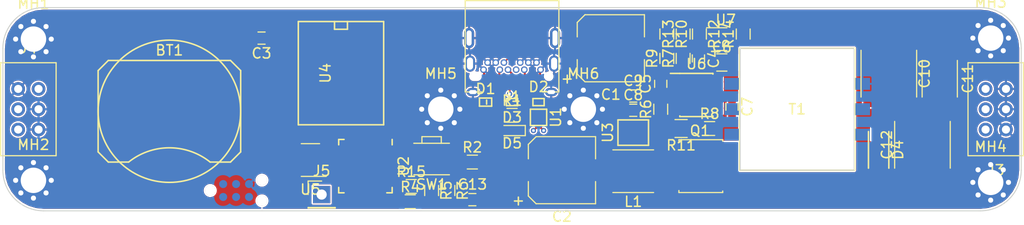
<source format=kicad_pcb>
(kicad_pcb (version 20171130) (host pcbnew "(5.0.0)")

  (general
    (thickness 1.6)
    (drawings 12)
    (tracks 54)
    (zones 0)
    (modules 56)
    (nets 68)
  )

  (page A4)
  (layers
    (0 F.Cu signal)
    (1 In1.Cu signal)
    (2 In2.Cu signal)
    (31 B.Cu signal)
    (34 B.Paste user)
    (35 F.Paste user)
    (36 B.SilkS user)
    (37 F.SilkS user)
    (38 B.Mask user)
    (39 F.Mask user)
    (44 Edge.Cuts user)
  )

  (setup
    (last_trace_width 0.127)
    (user_trace_width 0.1)
    (user_trace_width 0.2)
    (user_trace_width 0.3)
    (user_trace_width 0.4)
    (user_trace_width 0.5)
    (user_trace_width 0.8)
    (user_trace_width 1)
    (trace_clearance 0.127)
    (zone_clearance 0.15)
    (zone_45_only no)
    (trace_min 0.1)
    (segment_width 0.2)
    (edge_width 0.1)
    (via_size 0.508)
    (via_drill 0.254)
    (via_min_size 0.508)
    (via_min_drill 0.254)
    (uvia_size 0.3)
    (uvia_drill 0.1)
    (uvias_allowed no)
    (uvia_min_size 0.2)
    (uvia_min_drill 0.1)
    (pcb_text_width 0.3)
    (pcb_text_size 1.5 1.5)
    (mod_edge_width 0.15)
    (mod_text_size 1 1)
    (mod_text_width 0.15)
    (pad_size 2.5 2.5)
    (pad_drill 0)
    (pad_to_mask_clearance 0)
    (aux_axis_origin 0 0)
    (visible_elements 7FF9FFFF)
    (pcbplotparams
      (layerselection 0x010fc_80000001)
      (usegerberextensions false)
      (usegerberattributes false)
      (usegerberadvancedattributes false)
      (creategerberjobfile false)
      (excludeedgelayer true)
      (linewidth 0.100000)
      (plotframeref false)
      (viasonmask false)
      (mode 1)
      (useauxorigin false)
      (hpglpennumber 1)
      (hpglpenspeed 20)
      (hpglpendiameter 15.000000)
      (psnegative false)
      (psa4output false)
      (plotreference false)
      (plotvalue false)
      (plotinvisibletext false)
      (padsonsilk false)
      (subtractmaskfromsilk false)
      (outputformat 1)
      (mirror false)
      (drillshape 0)
      (scaleselection 1)
      (outputdirectory "Gerbers/"))
  )

  (net 0 "")
  (net 1 GNDREF)
  (net 2 "Net-(C4-Pad1)")
  (net 3 "Net-(Q1-Pad3)")
  (net 4 "Net-(Q1-Pad2)")
  (net 5 "Net-(R1-Pad2)")
  (net 6 "Net-(R2-Pad1)")
  (net 7 "Net-(R6-Pad2)")
  (net 8 "Net-(Q1-Pad1)")
  (net 9 "Net-(C7-Pad1)")
  (net 10 /HV_OUT)
  (net 11 /VBUS)
  (net 12 /VDD)
  (net 13 /VNIXIE)
  (net 14 /SCL)
  (net 15 /SDA)
  (net 16 /HV_EN)
  (net 17 "Net-(R8-Pad2)")
  (net 18 "Net-(R10-Pad2)")
  (net 19 /SWO)
  (net 20 /NRST)
  (net 21 /CC1)
  (net 22 /CC2)
  (net 23 /DAC)
  (net 24 /USB_N)
  (net 25 /USB_P)
  (net 26 "Net-(D4-Pad2)")
  (net 27 /SWDIO)
  (net 28 /SWCLK)
  (net 29 "Net-(L1-Pad1)")
  (net 30 "Net-(L1-Pad2)")
  (net 31 "Net-(R7-Pad1)")
  (net 32 /GND)
  (net 33 /VBAT)
  (net 34 /HV_IN)
  (net 35 "Net-(J5-Pad1)")
  (net 36 /USB)
  (net 37 "Net-(R12-Pad1)")
  (net 38 /ILM)
  (net 39 /FAULT)
  (net 40 "Net-(T1-Pad2)")
  (net 41 "Net-(U1-Pad3)")
  (net 42 "Net-(U1-Pad5)")
  (net 43 "Net-(U1-Pad9)")
  (net 44 "Net-(U2-Pad30)")
  (net 45 "Net-(U2-Pad29)")
  (net 46 "Net-(U2-Pad28)")
  (net 47 "Net-(U2-Pad27)")
  (net 48 "Net-(U2-Pad25)")
  (net 49 "Net-(U2-Pad15)")
  (net 50 "Net-(U2-Pad14)")
  (net 51 "Net-(U2-Pad13)")
  (net 52 /RTC)
  (net 53 "Net-(U2-Pad3)")
  (net 54 /32kHz)
  (net 55 "Net-(U4-Pad12)")
  (net 56 "Net-(U4-Pad11)")
  (net 57 "Net-(U4-Pad10)")
  (net 58 "Net-(U4-Pad9)")
  (net 59 "Net-(U4-Pad8)")
  (net 60 "Net-(U4-Pad7)")
  (net 61 "Net-(U4-Pad6)")
  (net 62 "Net-(U4-Pad5)")
  (net 63 "Net-(U4-Pad4)")
  (net 64 /EN_NIXIE)
  (net 65 "Net-(U7-Pad1)")
  (net 66 "Net-(C5-Pad1)")
  (net 67 /LED)

  (net_class Default "This is the default net class."
    (clearance 0.127)
    (trace_width 0.127)
    (via_dia 0.508)
    (via_drill 0.254)
    (uvia_dia 0.3)
    (uvia_drill 0.1)
    (diff_pair_gap 0.127)
    (diff_pair_width 0.2)
    (add_net /32kHz)
    (add_net /CC1)
    (add_net /CC2)
    (add_net /DAC)
    (add_net /EN_NIXIE)
    (add_net /FAULT)
    (add_net /GND)
    (add_net /HV_EN)
    (add_net /HV_IN)
    (add_net /HV_OUT)
    (add_net /ILM)
    (add_net /LED)
    (add_net /NRST)
    (add_net /RTC)
    (add_net /SCL)
    (add_net /SDA)
    (add_net /SWCLK)
    (add_net /SWDIO)
    (add_net /SWO)
    (add_net /USB)
    (add_net /USB_N)
    (add_net /USB_P)
    (add_net /VBAT)
    (add_net /VBUS)
    (add_net /VDD)
    (add_net /VNIXIE)
    (add_net GNDREF)
    (add_net "Net-(C4-Pad1)")
    (add_net "Net-(C5-Pad1)")
    (add_net "Net-(C7-Pad1)")
    (add_net "Net-(D4-Pad2)")
    (add_net "Net-(J5-Pad1)")
    (add_net "Net-(L1-Pad1)")
    (add_net "Net-(L1-Pad2)")
    (add_net "Net-(Q1-Pad1)")
    (add_net "Net-(Q1-Pad2)")
    (add_net "Net-(Q1-Pad3)")
    (add_net "Net-(R1-Pad2)")
    (add_net "Net-(R10-Pad2)")
    (add_net "Net-(R12-Pad1)")
    (add_net "Net-(R2-Pad1)")
    (add_net "Net-(R6-Pad2)")
    (add_net "Net-(R7-Pad1)")
    (add_net "Net-(R8-Pad2)")
    (add_net "Net-(T1-Pad2)")
    (add_net "Net-(U1-Pad3)")
    (add_net "Net-(U1-Pad5)")
    (add_net "Net-(U1-Pad9)")
    (add_net "Net-(U2-Pad13)")
    (add_net "Net-(U2-Pad14)")
    (add_net "Net-(U2-Pad15)")
    (add_net "Net-(U2-Pad25)")
    (add_net "Net-(U2-Pad27)")
    (add_net "Net-(U2-Pad28)")
    (add_net "Net-(U2-Pad29)")
    (add_net "Net-(U2-Pad3)")
    (add_net "Net-(U2-Pad30)")
    (add_net "Net-(U4-Pad10)")
    (add_net "Net-(U4-Pad11)")
    (add_net "Net-(U4-Pad12)")
    (add_net "Net-(U4-Pad4)")
    (add_net "Net-(U4-Pad5)")
    (add_net "Net-(U4-Pad6)")
    (add_net "Net-(U4-Pad7)")
    (add_net "Net-(U4-Pad8)")
    (add_net "Net-(U4-Pad9)")
    (add_net "Net-(U7-Pad1)")
  )

  (module LEDs:LED_0603 (layer F.Cu) (tedit 57FE93A5) (tstamp 5BA54904)
    (at 150 102.1 180)
    (descr "LED 0603 smd package")
    (tags "LED led 0603 SMD smd SMT smt smdled SMDLED smtled SMTLED")
    (path /5BA928AB)
    (attr smd)
    (fp_text reference D5 (at 0 -1.25 180) (layer F.SilkS)
      (effects (font (size 1 1) (thickness 0.15)))
    )
    (fp_text value D_LED (at 0 1.35 180) (layer F.Fab)
      (effects (font (size 1 1) (thickness 0.15)))
    )
    (fp_line (start -1.45 -0.65) (end 1.45 -0.65) (layer F.CrtYd) (width 0.05))
    (fp_line (start -1.45 0.65) (end -1.45 -0.65) (layer F.CrtYd) (width 0.05))
    (fp_line (start 1.45 0.65) (end -1.45 0.65) (layer F.CrtYd) (width 0.05))
    (fp_line (start 1.45 -0.65) (end 1.45 0.65) (layer F.CrtYd) (width 0.05))
    (fp_line (start -1.3 -0.5) (end 0.8 -0.5) (layer F.SilkS) (width 0.12))
    (fp_line (start -1.3 0.5) (end 0.8 0.5) (layer F.SilkS) (width 0.12))
    (fp_line (start -0.8 0.4) (end -0.8 -0.4) (layer F.Fab) (width 0.1))
    (fp_line (start -0.8 -0.4) (end 0.8 -0.4) (layer F.Fab) (width 0.1))
    (fp_line (start 0.8 -0.4) (end 0.8 0.4) (layer F.Fab) (width 0.1))
    (fp_line (start 0.8 0.4) (end -0.8 0.4) (layer F.Fab) (width 0.1))
    (fp_line (start 0.15 -0.2) (end 0.15 0.2) (layer F.Fab) (width 0.1))
    (fp_line (start 0.15 0.2) (end -0.15 0) (layer F.Fab) (width 0.1))
    (fp_line (start -0.15 0) (end 0.15 -0.2) (layer F.Fab) (width 0.1))
    (fp_line (start -0.2 -0.2) (end -0.2 0.2) (layer F.Fab) (width 0.1))
    (fp_line (start -1.3 -0.5) (end -1.3 0.5) (layer F.SilkS) (width 0.12))
    (pad 1 smd rect (at -0.8 0) (size 0.8 0.8) (layers F.Cu F.Paste F.Mask)
      (net 32 /GND))
    (pad 2 smd rect (at 0.8 0) (size 0.8 0.8) (layers F.Cu F.Paste F.Mask)
      (net 67 /LED))
    (model ${KISYS3DMOD}/LEDs.3dshapes/LED_0603.wrl
      (at (xyz 0 0 0))
      (scale (xyz 1 1 1))
      (rotate (xyz 0 0 180))
    )
  )

  (module Capacitors_SMD:CP_Elec_6.3x4.5 (layer F.Cu) (tedit 58AA8B18) (tstamp 5BA46DF1)
    (at 159.7 94)
    (descr "SMT capacitor, aluminium electrolytic, 6.3x4.5")
    (path /5BA4D5A1)
    (attr smd)
    (fp_text reference C1 (at 0 4.56) (layer F.SilkS)
      (effects (font (size 1 1) (thickness 0.15)))
    )
    (fp_text value 330uF (at 0 -4.56) (layer F.Fab)
      (effects (font (size 1 1) (thickness 0.15)))
    )
    (fp_circle (center 0 0) (end 0.9 2.9) (layer F.Fab) (width 0.1))
    (fp_text user + (at -1.73 -0.08) (layer F.Fab)
      (effects (font (size 1 1) (thickness 0.15)))
    )
    (fp_text user + (at -4.28 2.96) (layer F.SilkS)
      (effects (font (size 1 1) (thickness 0.15)))
    )
    (fp_text user %R (at 0 4.56) (layer F.Fab)
      (effects (font (size 1 1) (thickness 0.15)))
    )
    (fp_line (start 3.15 3.15) (end 3.15 -3.15) (layer F.Fab) (width 0.1))
    (fp_line (start -2.48 3.15) (end 3.15 3.15) (layer F.Fab) (width 0.1))
    (fp_line (start -3.15 2.48) (end -2.48 3.15) (layer F.Fab) (width 0.1))
    (fp_line (start -3.15 -2.48) (end -3.15 2.48) (layer F.Fab) (width 0.1))
    (fp_line (start -2.48 -3.15) (end -3.15 -2.48) (layer F.Fab) (width 0.1))
    (fp_line (start 3.15 -3.15) (end -2.48 -3.15) (layer F.Fab) (width 0.1))
    (fp_line (start 3.3 3.3) (end 3.3 1.12) (layer F.SilkS) (width 0.12))
    (fp_line (start 3.3 -3.3) (end 3.3 -1.12) (layer F.SilkS) (width 0.12))
    (fp_line (start -3.3 2.54) (end -3.3 1.12) (layer F.SilkS) (width 0.12))
    (fp_line (start -3.3 -2.54) (end -3.3 -1.12) (layer F.SilkS) (width 0.12))
    (fp_line (start 3.3 3.3) (end -2.54 3.3) (layer F.SilkS) (width 0.12))
    (fp_line (start -2.54 3.3) (end -3.3 2.54) (layer F.SilkS) (width 0.12))
    (fp_line (start -3.3 -2.54) (end -2.54 -3.3) (layer F.SilkS) (width 0.12))
    (fp_line (start -2.54 -3.3) (end 3.3 -3.3) (layer F.SilkS) (width 0.12))
    (fp_line (start -4.7 -3.4) (end 4.7 -3.4) (layer F.CrtYd) (width 0.05))
    (fp_line (start -4.7 -3.4) (end -4.7 3.4) (layer F.CrtYd) (width 0.05))
    (fp_line (start 4.7 3.4) (end 4.7 -3.4) (layer F.CrtYd) (width 0.05))
    (fp_line (start 4.7 3.4) (end -4.7 3.4) (layer F.CrtYd) (width 0.05))
    (pad 1 smd rect (at -2.7 0 180) (size 3.5 1.6) (layers F.Cu F.Paste F.Mask)
      (net 32 /GND))
    (pad 2 smd rect (at 2.7 0 180) (size 3.5 1.6) (layers F.Cu F.Paste F.Mask)
      (net 11 /VBUS))
    (model Capacitors_SMD.3dshapes/CP_Elec_6.3x4.5.wrl
      (at (xyz 0 0 0))
      (scale (xyz 1 1 1))
      (rotate (xyz 0 0 180))
    )
  )

  (module Capacitors_SMD:CP_Elec_6.3x4.5 (layer F.Cu) (tedit 58AA8B18) (tstamp 5BA4949C)
    (at 154.9 106)
    (descr "SMT capacitor, aluminium electrolytic, 6.3x4.5")
    (path /5BBA5067)
    (attr smd)
    (fp_text reference C2 (at 0 4.56) (layer F.SilkS)
      (effects (font (size 1 1) (thickness 0.15)))
    )
    (fp_text value 330uF (at 0 -4.56) (layer F.Fab)
      (effects (font (size 1 1) (thickness 0.15)))
    )
    (fp_line (start 4.7 3.4) (end -4.7 3.4) (layer F.CrtYd) (width 0.05))
    (fp_line (start 4.7 3.4) (end 4.7 -3.4) (layer F.CrtYd) (width 0.05))
    (fp_line (start -4.7 -3.4) (end -4.7 3.4) (layer F.CrtYd) (width 0.05))
    (fp_line (start -4.7 -3.4) (end 4.7 -3.4) (layer F.CrtYd) (width 0.05))
    (fp_line (start -2.54 -3.3) (end 3.3 -3.3) (layer F.SilkS) (width 0.12))
    (fp_line (start -3.3 -2.54) (end -2.54 -3.3) (layer F.SilkS) (width 0.12))
    (fp_line (start -2.54 3.3) (end -3.3 2.54) (layer F.SilkS) (width 0.12))
    (fp_line (start 3.3 3.3) (end -2.54 3.3) (layer F.SilkS) (width 0.12))
    (fp_line (start -3.3 -2.54) (end -3.3 -1.12) (layer F.SilkS) (width 0.12))
    (fp_line (start -3.3 2.54) (end -3.3 1.12) (layer F.SilkS) (width 0.12))
    (fp_line (start 3.3 -3.3) (end 3.3 -1.12) (layer F.SilkS) (width 0.12))
    (fp_line (start 3.3 3.3) (end 3.3 1.12) (layer F.SilkS) (width 0.12))
    (fp_line (start 3.15 -3.15) (end -2.48 -3.15) (layer F.Fab) (width 0.1))
    (fp_line (start -2.48 -3.15) (end -3.15 -2.48) (layer F.Fab) (width 0.1))
    (fp_line (start -3.15 -2.48) (end -3.15 2.48) (layer F.Fab) (width 0.1))
    (fp_line (start -3.15 2.48) (end -2.48 3.15) (layer F.Fab) (width 0.1))
    (fp_line (start -2.48 3.15) (end 3.15 3.15) (layer F.Fab) (width 0.1))
    (fp_line (start 3.15 3.15) (end 3.15 -3.15) (layer F.Fab) (width 0.1))
    (fp_text user %R (at 0 4.56) (layer F.Fab)
      (effects (font (size 1 1) (thickness 0.15)))
    )
    (fp_text user + (at -4.28 2.96) (layer F.SilkS)
      (effects (font (size 1 1) (thickness 0.15)))
    )
    (fp_text user + (at -1.73 -0.08) (layer F.Fab)
      (effects (font (size 1 1) (thickness 0.15)))
    )
    (fp_circle (center 0 0) (end 0.9 2.9) (layer F.Fab) (width 0.1))
    (pad 2 smd rect (at 2.7 0 180) (size 3.5 1.6) (layers F.Cu F.Paste F.Mask)
      (net 12 /VDD))
    (pad 1 smd rect (at -2.7 0 180) (size 3.5 1.6) (layers F.Cu F.Paste F.Mask)
      (net 32 /GND))
    (model Capacitors_SMD.3dshapes/CP_Elec_6.3x4.5.wrl
      (at (xyz 0 0 0))
      (scale (xyz 1 1 1))
      (rotate (xyz 0 0 180))
    )
  )

  (module "Custom Parts:MountingHole_2.5mm_Pad_Via" locked (layer F.Cu) (tedit 5BA42072) (tstamp 5BA46C25)
    (at 103 93.1)
    (descr "Mounting Hole 2.5mm")
    (tags "mounting hole 2.5mm")
    (path /5BA440F1)
    (zone_connect 2)
    (attr virtual)
    (fp_text reference MH1 (at 0 -3.5) (layer F.SilkS)
      (effects (font (size 1 1) (thickness 0.15)))
    )
    (fp_text value MountingHole_Pad (at 0 3.5) (layer F.Fab)
      (effects (font (size 1 1) (thickness 0.15)))
    )
    (fp_circle (center 0 0) (end 2.75 0) (layer F.CrtYd) (width 0.05))
    (fp_circle (center 0 0) (end 2.5 0) (layer Cmts.User) (width 0.15))
    (fp_text user %R (at 0.3 0) (layer F.Fab)
      (effects (font (size 1 1) (thickness 0.15)))
    )
    (pad 1 thru_hole circle (at 1.237437 -1.237437 315) (size 0.8 0.8) (drill 0.5) (layers *.Cu *.Mask)
      (net 32 /GND) (zone_connect 2))
    (pad 1 thru_hole circle (at 1.75 0 270) (size 0.8 0.8) (drill 0.5) (layers *.Cu *.Mask)
      (net 32 /GND) (zone_connect 2))
    (pad 1 thru_hole circle (at 1.237437 1.237437 225) (size 0.8 0.8) (drill 0.5) (layers *.Cu *.Mask)
      (net 32 /GND) (zone_connect 2))
    (pad 1 thru_hole circle (at 0 1.75 180) (size 0.8 0.8) (drill 0.5) (layers *.Cu *.Mask)
      (net 32 /GND) (zone_connect 2))
    (pad 1 thru_hole circle (at -1.237437 1.237437 135) (size 0.8 0.8) (drill 0.5) (layers *.Cu *.Mask)
      (net 32 /GND) (zone_connect 2))
    (pad 1 thru_hole circle (at -1.75 0 90) (size 0.8 0.8) (drill 0.5) (layers *.Cu *.Mask)
      (net 32 /GND) (zone_connect 2))
    (pad 1 thru_hole circle (at -1.237437 -1.237437 45) (size 0.8 0.8) (drill 0.5) (layers *.Cu *.Mask)
      (net 32 /GND) (zone_connect 2))
    (pad 1 thru_hole circle (at 0 -1.75) (size 0.8 0.8) (drill 0.5) (layers *.Cu *.Mask)
      (net 32 /GND) (zone_connect 2))
    (pad 1 thru_hole circle (at 0 0) (size 4.5 4.5) (drill 2.5) (layers *.Cu *.Mask)
      (net 32 /GND) (zone_connect 2))
  )

  (module "Custom Parts:MountingHole_2.5mm_Pad_Via" locked (layer F.Cu) (tedit 5BA42072) (tstamp 5BA46C15)
    (at 103 107)
    (descr "Mounting Hole 2.5mm")
    (tags "mounting hole 2.5mm")
    (path /5BA441AA)
    (zone_connect 2)
    (attr virtual)
    (fp_text reference MH2 (at 0 -3.5) (layer F.SilkS)
      (effects (font (size 1 1) (thickness 0.15)))
    )
    (fp_text value MountingHole_Pad (at 0 3.5) (layer F.Fab)
      (effects (font (size 1 1) (thickness 0.15)))
    )
    (fp_text user %R (at 0.3 0) (layer F.Fab)
      (effects (font (size 1 1) (thickness 0.15)))
    )
    (fp_circle (center 0 0) (end 2.5 0) (layer Cmts.User) (width 0.15))
    (fp_circle (center 0 0) (end 2.75 0) (layer F.CrtYd) (width 0.05))
    (pad 1 thru_hole circle (at 0 0) (size 4.5 4.5) (drill 2.5) (layers *.Cu *.Mask)
      (net 32 /GND) (zone_connect 2))
    (pad 1 thru_hole circle (at 0 -1.75) (size 0.8 0.8) (drill 0.5) (layers *.Cu *.Mask)
      (net 32 /GND) (zone_connect 2))
    (pad 1 thru_hole circle (at -1.237437 -1.237437 45) (size 0.8 0.8) (drill 0.5) (layers *.Cu *.Mask)
      (net 32 /GND) (zone_connect 2))
    (pad 1 thru_hole circle (at -1.75 0 90) (size 0.8 0.8) (drill 0.5) (layers *.Cu *.Mask)
      (net 32 /GND) (zone_connect 2))
    (pad 1 thru_hole circle (at -1.237437 1.237437 135) (size 0.8 0.8) (drill 0.5) (layers *.Cu *.Mask)
      (net 32 /GND) (zone_connect 2))
    (pad 1 thru_hole circle (at 0 1.75 180) (size 0.8 0.8) (drill 0.5) (layers *.Cu *.Mask)
      (net 32 /GND) (zone_connect 2))
    (pad 1 thru_hole circle (at 1.237437 1.237437 225) (size 0.8 0.8) (drill 0.5) (layers *.Cu *.Mask)
      (net 32 /GND) (zone_connect 2))
    (pad 1 thru_hole circle (at 1.75 0 270) (size 0.8 0.8) (drill 0.5) (layers *.Cu *.Mask)
      (net 32 /GND) (zone_connect 2))
    (pad 1 thru_hole circle (at 1.237437 -1.237437 315) (size 0.8 0.8) (drill 0.5) (layers *.Cu *.Mask)
      (net 32 /GND) (zone_connect 2))
  )

  (module "Custom Parts:MountingHole_2.5mm_Pad_Via" locked (layer F.Cu) (tedit 5BA42072) (tstamp 5BA46C05)
    (at 197 93)
    (descr "Mounting Hole 2.5mm")
    (tags "mounting hole 2.5mm")
    (path /5BA44208)
    (zone_connect 2)
    (attr virtual)
    (fp_text reference MH3 (at 0 -3.5) (layer F.SilkS)
      (effects (font (size 1 1) (thickness 0.15)))
    )
    (fp_text value MountingHole_Pad (at 0 3.5) (layer F.Fab)
      (effects (font (size 1 1) (thickness 0.15)))
    )
    (fp_circle (center 0 0) (end 2.75 0) (layer F.CrtYd) (width 0.05))
    (fp_circle (center 0 0) (end 2.5 0) (layer Cmts.User) (width 0.15))
    (fp_text user %R (at 0.3 0) (layer F.Fab)
      (effects (font (size 1 1) (thickness 0.15)))
    )
    (pad 1 thru_hole circle (at 1.237437 -1.237437 315) (size 0.8 0.8) (drill 0.5) (layers *.Cu *.Mask)
      (net 32 /GND) (zone_connect 2))
    (pad 1 thru_hole circle (at 1.75 0 270) (size 0.8 0.8) (drill 0.5) (layers *.Cu *.Mask)
      (net 32 /GND) (zone_connect 2))
    (pad 1 thru_hole circle (at 1.237437 1.237437 225) (size 0.8 0.8) (drill 0.5) (layers *.Cu *.Mask)
      (net 32 /GND) (zone_connect 2))
    (pad 1 thru_hole circle (at 0 1.75 180) (size 0.8 0.8) (drill 0.5) (layers *.Cu *.Mask)
      (net 32 /GND) (zone_connect 2))
    (pad 1 thru_hole circle (at -1.237437 1.237437 135) (size 0.8 0.8) (drill 0.5) (layers *.Cu *.Mask)
      (net 32 /GND) (zone_connect 2))
    (pad 1 thru_hole circle (at -1.75 0 90) (size 0.8 0.8) (drill 0.5) (layers *.Cu *.Mask)
      (net 32 /GND) (zone_connect 2))
    (pad 1 thru_hole circle (at -1.237437 -1.237437 45) (size 0.8 0.8) (drill 0.5) (layers *.Cu *.Mask)
      (net 32 /GND) (zone_connect 2))
    (pad 1 thru_hole circle (at 0 -1.75) (size 0.8 0.8) (drill 0.5) (layers *.Cu *.Mask)
      (net 32 /GND) (zone_connect 2))
    (pad 1 thru_hole circle (at 0 0) (size 4.5 4.5) (drill 2.5) (layers *.Cu *.Mask)
      (net 32 /GND) (zone_connect 2))
  )

  (module "Custom Parts:MountingHole_2.5mm_Pad_Via" locked (layer F.Cu) (tedit 5BA42072) (tstamp 5BA46BF5)
    (at 197 107.2)
    (descr "Mounting Hole 2.5mm")
    (tags "mounting hole 2.5mm")
    (path /5BA44262)
    (zone_connect 2)
    (attr virtual)
    (fp_text reference MH4 (at 0 -3.5) (layer F.SilkS)
      (effects (font (size 1 1) (thickness 0.15)))
    )
    (fp_text value MountingHole_Pad (at 0 3.5) (layer F.Fab)
      (effects (font (size 1 1) (thickness 0.15)))
    )
    (fp_text user %R (at 0.3 0) (layer F.Fab)
      (effects (font (size 1 1) (thickness 0.15)))
    )
    (fp_circle (center 0 0) (end 2.5 0) (layer Cmts.User) (width 0.15))
    (fp_circle (center 0 0) (end 2.75 0) (layer F.CrtYd) (width 0.05))
    (pad 1 thru_hole circle (at 0 0) (size 4.5 4.5) (drill 2.5) (layers *.Cu *.Mask)
      (net 32 /GND) (zone_connect 2))
    (pad 1 thru_hole circle (at 0 -1.75) (size 0.8 0.8) (drill 0.5) (layers *.Cu *.Mask)
      (net 32 /GND) (zone_connect 2))
    (pad 1 thru_hole circle (at -1.237437 -1.237437 45) (size 0.8 0.8) (drill 0.5) (layers *.Cu *.Mask)
      (net 32 /GND) (zone_connect 2))
    (pad 1 thru_hole circle (at -1.75 0 90) (size 0.8 0.8) (drill 0.5) (layers *.Cu *.Mask)
      (net 32 /GND) (zone_connect 2))
    (pad 1 thru_hole circle (at -1.237437 1.237437 135) (size 0.8 0.8) (drill 0.5) (layers *.Cu *.Mask)
      (net 32 /GND) (zone_connect 2))
    (pad 1 thru_hole circle (at 0 1.75 180) (size 0.8 0.8) (drill 0.5) (layers *.Cu *.Mask)
      (net 32 /GND) (zone_connect 2))
    (pad 1 thru_hole circle (at 1.237437 1.237437 225) (size 0.8 0.8) (drill 0.5) (layers *.Cu *.Mask)
      (net 32 /GND) (zone_connect 2))
    (pad 1 thru_hole circle (at 1.75 0 270) (size 0.8 0.8) (drill 0.5) (layers *.Cu *.Mask)
      (net 32 /GND) (zone_connect 2))
    (pad 1 thru_hole circle (at 1.237437 -1.237437 315) (size 0.8 0.8) (drill 0.5) (layers *.Cu *.Mask)
      (net 32 /GND) (zone_connect 2))
  )

  (module Mounting_Holes:MountingHole_2.5mm_Pad_Via locked (layer F.Cu) (tedit 56DDBAEA) (tstamp 5BA46933)
    (at 157 100)
    (descr "Mounting Hole 2.5mm")
    (tags "mounting hole 2.5mm")
    (path /5BA44348)
    (zone_connect 2)
    (attr virtual)
    (fp_text reference MH6 (at 0 -3.5) (layer F.SilkS)
      (effects (font (size 1 1) (thickness 0.15)))
    )
    (fp_text value MountingHole_Pad (at 0 3.5) (layer F.Fab)
      (effects (font (size 1 1) (thickness 0.15)))
    )
    (fp_text user %R (at 0.3 0) (layer F.Fab)
      (effects (font (size 1 1) (thickness 0.15)))
    )
    (fp_circle (center 0 0) (end 2.5 0) (layer Cmts.User) (width 0.15))
    (fp_circle (center 0 0) (end 2.75 0) (layer F.CrtYd) (width 0.05))
    (pad 1 thru_hole circle (at 0 0) (size 5 5) (drill 2.5) (layers *.Cu *.Mask)
      (net 32 /GND) (zone_connect 2))
    (pad 1 thru_hole circle (at 1.875 0) (size 0.8 0.8) (drill 0.5) (layers *.Cu *.Mask)
      (net 32 /GND) (zone_connect 2))
    (pad 1 thru_hole circle (at 1.325825 1.325825) (size 0.8 0.8) (drill 0.5) (layers *.Cu *.Mask)
      (net 32 /GND) (zone_connect 2))
    (pad 1 thru_hole circle (at 0 1.875) (size 0.8 0.8) (drill 0.5) (layers *.Cu *.Mask)
      (net 32 /GND) (zone_connect 2))
    (pad 1 thru_hole circle (at -1.325825 1.325825) (size 0.8 0.8) (drill 0.5) (layers *.Cu *.Mask)
      (net 32 /GND) (zone_connect 2))
    (pad 1 thru_hole circle (at -1.875 0) (size 0.8 0.8) (drill 0.5) (layers *.Cu *.Mask)
      (net 32 /GND) (zone_connect 2))
    (pad 1 thru_hole circle (at -1.325825 -1.325825) (size 0.8 0.8) (drill 0.5) (layers *.Cu *.Mask)
      (net 32 /GND) (zone_connect 2))
    (pad 1 thru_hole circle (at 0 -1.875) (size 0.8 0.8) (drill 0.5) (layers *.Cu *.Mask)
      (net 32 /GND) (zone_connect 2))
    (pad 1 thru_hole circle (at 1.325825 -1.325825) (size 0.8 0.8) (drill 0.5) (layers *.Cu *.Mask)
      (net 32 /GND) (zone_connect 2))
  )

  (module Mounting_Holes:MountingHole_2.5mm_Pad_Via locked (layer F.Cu) (tedit 56DDBAEA) (tstamp 5BA46923)
    (at 143 100)
    (descr "Mounting Hole 2.5mm")
    (tags "mounting hole 2.5mm")
    (path /5BA442D8)
    (zone_connect 2)
    (attr virtual)
    (fp_text reference MH5 (at 0 -3.5) (layer F.SilkS)
      (effects (font (size 1 1) (thickness 0.15)))
    )
    (fp_text value MountingHole_Pad (at 0 3.5) (layer F.Fab)
      (effects (font (size 1 1) (thickness 0.15)))
    )
    (fp_circle (center 0 0) (end 2.75 0) (layer F.CrtYd) (width 0.05))
    (fp_circle (center 0 0) (end 2.5 0) (layer Cmts.User) (width 0.15))
    (fp_text user %R (at 0.3 0) (layer F.Fab)
      (effects (font (size 1 1) (thickness 0.15)))
    )
    (pad 1 thru_hole circle (at 1.325825 -1.325825) (size 0.8 0.8) (drill 0.5) (layers *.Cu *.Mask)
      (net 32 /GND) (zone_connect 2))
    (pad 1 thru_hole circle (at 0 -1.875) (size 0.8 0.8) (drill 0.5) (layers *.Cu *.Mask)
      (net 32 /GND) (zone_connect 2))
    (pad 1 thru_hole circle (at -1.325825 -1.325825) (size 0.8 0.8) (drill 0.5) (layers *.Cu *.Mask)
      (net 32 /GND) (zone_connect 2))
    (pad 1 thru_hole circle (at -1.875 0) (size 0.8 0.8) (drill 0.5) (layers *.Cu *.Mask)
      (net 32 /GND) (zone_connect 2))
    (pad 1 thru_hole circle (at -1.325825 1.325825) (size 0.8 0.8) (drill 0.5) (layers *.Cu *.Mask)
      (net 32 /GND) (zone_connect 2))
    (pad 1 thru_hole circle (at 0 1.875) (size 0.8 0.8) (drill 0.5) (layers *.Cu *.Mask)
      (net 32 /GND) (zone_connect 2))
    (pad 1 thru_hole circle (at 1.325825 1.325825) (size 0.8 0.8) (drill 0.5) (layers *.Cu *.Mask)
      (net 32 /GND) (zone_connect 2))
    (pad 1 thru_hole circle (at 1.875 0) (size 0.8 0.8) (drill 0.5) (layers *.Cu *.Mask)
      (net 32 /GND) (zone_connect 2))
    (pad 1 thru_hole circle (at 0 0) (size 5 5) (drill 2.5) (layers *.Cu *.Mask)
      (net 32 /GND) (zone_connect 2))
  )

  (module Capacitors_SMD:C_0603 (layer F.Cu) (tedit 59958EE7) (tstamp 5BA44A16)
    (at 161.9 100.1)
    (descr "Capacitor SMD 0603, reflow soldering, AVX (see smccp.pdf)")
    (tags "capacitor 0603")
    (path /5BB9F4F9)
    (attr smd)
    (fp_text reference C8 (at 0 -1.5) (layer F.SilkS)
      (effects (font (size 1 1) (thickness 0.15)))
    )
    (fp_text value 0.1uF (at 0 1.5) (layer F.Fab)
      (effects (font (size 1 1) (thickness 0.15)))
    )
    (fp_line (start 1.4 0.65) (end -1.4 0.65) (layer F.CrtYd) (width 0.05))
    (fp_line (start 1.4 0.65) (end 1.4 -0.65) (layer F.CrtYd) (width 0.05))
    (fp_line (start -1.4 -0.65) (end -1.4 0.65) (layer F.CrtYd) (width 0.05))
    (fp_line (start -1.4 -0.65) (end 1.4 -0.65) (layer F.CrtYd) (width 0.05))
    (fp_line (start 0.35 0.6) (end -0.35 0.6) (layer F.SilkS) (width 0.12))
    (fp_line (start -0.35 -0.6) (end 0.35 -0.6) (layer F.SilkS) (width 0.12))
    (fp_line (start -0.8 -0.4) (end 0.8 -0.4) (layer F.Fab) (width 0.1))
    (fp_line (start 0.8 -0.4) (end 0.8 0.4) (layer F.Fab) (width 0.1))
    (fp_line (start 0.8 0.4) (end -0.8 0.4) (layer F.Fab) (width 0.1))
    (fp_line (start -0.8 0.4) (end -0.8 -0.4) (layer F.Fab) (width 0.1))
    (fp_text user %R (at 0 0) (layer F.Fab)
      (effects (font (size 0.3 0.3) (thickness 0.075)))
    )
    (pad 2 smd rect (at 0.75 0) (size 0.8 0.75) (layers F.Cu F.Paste F.Mask)
      (net 11 /VBUS))
    (pad 1 smd rect (at -0.75 0) (size 0.8 0.75) (layers F.Cu F.Paste F.Mask)
      (net 32 /GND))
    (model Capacitors_SMD.3dshapes/C_0603.wrl
      (at (xyz 0 0 0))
      (scale (xyz 1 1 1))
      (rotate (xyz 0 0 0))
    )
  )

  (module Capacitors_SMD:C_0603 (layer F.Cu) (tedit 59958EE7) (tstamp 5BA44A06)
    (at 161.9 98.7)
    (descr "Capacitor SMD 0603, reflow soldering, AVX (see smccp.pdf)")
    (tags "capacitor 0603")
    (path /5BBA0E2E)
    (attr smd)
    (fp_text reference C9 (at 0 -1.5) (layer F.SilkS)
      (effects (font (size 1 1) (thickness 0.15)))
    )
    (fp_text value 0.1uF (at 0 1.5) (layer F.Fab)
      (effects (font (size 1 1) (thickness 0.15)))
    )
    (fp_text user %R (at 0 0) (layer F.Fab)
      (effects (font (size 0.3 0.3) (thickness 0.075)))
    )
    (fp_line (start -0.8 0.4) (end -0.8 -0.4) (layer F.Fab) (width 0.1))
    (fp_line (start 0.8 0.4) (end -0.8 0.4) (layer F.Fab) (width 0.1))
    (fp_line (start 0.8 -0.4) (end 0.8 0.4) (layer F.Fab) (width 0.1))
    (fp_line (start -0.8 -0.4) (end 0.8 -0.4) (layer F.Fab) (width 0.1))
    (fp_line (start -0.35 -0.6) (end 0.35 -0.6) (layer F.SilkS) (width 0.12))
    (fp_line (start 0.35 0.6) (end -0.35 0.6) (layer F.SilkS) (width 0.12))
    (fp_line (start -1.4 -0.65) (end 1.4 -0.65) (layer F.CrtYd) (width 0.05))
    (fp_line (start -1.4 -0.65) (end -1.4 0.65) (layer F.CrtYd) (width 0.05))
    (fp_line (start 1.4 0.65) (end 1.4 -0.65) (layer F.CrtYd) (width 0.05))
    (fp_line (start 1.4 0.65) (end -1.4 0.65) (layer F.CrtYd) (width 0.05))
    (pad 1 smd rect (at -0.75 0) (size 0.8 0.75) (layers F.Cu F.Paste F.Mask)
      (net 32 /GND))
    (pad 2 smd rect (at 0.75 0) (size 0.8 0.75) (layers F.Cu F.Paste F.Mask)
      (net 11 /VBUS))
    (model Capacitors_SMD.3dshapes/C_0603.wrl
      (at (xyz 0 0 0))
      (scale (xyz 1 1 1))
      (rotate (xyz 0 0 0))
    )
  )

  (module Capacitors_SMD:C_0603 (layer F.Cu) (tedit 59958EE7) (tstamp 5BA41D26)
    (at 164.6 97.5 90)
    (descr "Capacitor SMD 0603, reflow soldering, AVX (see smccp.pdf)")
    (tags "capacitor 0603")
    (path /5B07197A/5A6C6769)
    (attr smd)
    (fp_text reference C5 (at 0 -1.5 90) (layer F.SilkS)
      (effects (font (size 1 1) (thickness 0.15)))
    )
    (fp_text value C_SS (at 0 1.5 90) (layer F.Fab)
      (effects (font (size 1 1) (thickness 0.15)))
    )
    (fp_text user %R (at 0 0 90) (layer F.Fab)
      (effects (font (size 0.3 0.3) (thickness 0.075)))
    )
    (fp_line (start -0.8 0.4) (end -0.8 -0.4) (layer F.Fab) (width 0.1))
    (fp_line (start 0.8 0.4) (end -0.8 0.4) (layer F.Fab) (width 0.1))
    (fp_line (start 0.8 -0.4) (end 0.8 0.4) (layer F.Fab) (width 0.1))
    (fp_line (start -0.8 -0.4) (end 0.8 -0.4) (layer F.Fab) (width 0.1))
    (fp_line (start -0.35 -0.6) (end 0.35 -0.6) (layer F.SilkS) (width 0.12))
    (fp_line (start 0.35 0.6) (end -0.35 0.6) (layer F.SilkS) (width 0.12))
    (fp_line (start -1.4 -0.65) (end 1.4 -0.65) (layer F.CrtYd) (width 0.05))
    (fp_line (start -1.4 -0.65) (end -1.4 0.65) (layer F.CrtYd) (width 0.05))
    (fp_line (start 1.4 0.65) (end 1.4 -0.65) (layer F.CrtYd) (width 0.05))
    (fp_line (start 1.4 0.65) (end -1.4 0.65) (layer F.CrtYd) (width 0.05))
    (pad 1 smd rect (at -0.75 0 90) (size 0.8 0.75) (layers F.Cu F.Paste F.Mask)
      (net 66 "Net-(C5-Pad1)"))
    (pad 2 smd rect (at 0.75 0 90) (size 0.8 0.75) (layers F.Cu F.Paste F.Mask)
      (net 32 /GND))
    (model Capacitors_SMD.3dshapes/C_0603.wrl
      (at (xyz 0 0 0))
      (scale (xyz 1 1 1))
      (rotate (xyz 0 0 0))
    )
  )

  (module Capacitors_SMD:C_0603 (layer F.Cu) (tedit 59958EE7) (tstamp 5BA41C96)
    (at 171.6 99.75 270)
    (descr "Capacitor SMD 0603, reflow soldering, AVX (see smccp.pdf)")
    (tags "capacitor 0603")
    (path /5B07197A/5A6BA4CA)
    (attr smd)
    (fp_text reference C7 (at 0 -1.5 270) (layer F.SilkS)
      (effects (font (size 1 1) (thickness 0.15)))
    )
    (fp_text value C_BP (at 0 1.5 270) (layer F.Fab)
      (effects (font (size 1 1) (thickness 0.15)))
    )
    (fp_line (start 1.4 0.65) (end -1.4 0.65) (layer F.CrtYd) (width 0.05))
    (fp_line (start 1.4 0.65) (end 1.4 -0.65) (layer F.CrtYd) (width 0.05))
    (fp_line (start -1.4 -0.65) (end -1.4 0.65) (layer F.CrtYd) (width 0.05))
    (fp_line (start -1.4 -0.65) (end 1.4 -0.65) (layer F.CrtYd) (width 0.05))
    (fp_line (start 0.35 0.6) (end -0.35 0.6) (layer F.SilkS) (width 0.12))
    (fp_line (start -0.35 -0.6) (end 0.35 -0.6) (layer F.SilkS) (width 0.12))
    (fp_line (start -0.8 -0.4) (end 0.8 -0.4) (layer F.Fab) (width 0.1))
    (fp_line (start 0.8 -0.4) (end 0.8 0.4) (layer F.Fab) (width 0.1))
    (fp_line (start 0.8 0.4) (end -0.8 0.4) (layer F.Fab) (width 0.1))
    (fp_line (start -0.8 0.4) (end -0.8 -0.4) (layer F.Fab) (width 0.1))
    (fp_text user %R (at 0 0 270) (layer F.Fab)
      (effects (font (size 0.3 0.3) (thickness 0.075)))
    )
    (pad 2 smd rect (at 0.75 0 270) (size 0.8 0.75) (layers F.Cu F.Paste F.Mask)
      (net 32 /GND))
    (pad 1 smd rect (at -0.75 0 270) (size 0.8 0.75) (layers F.Cu F.Paste F.Mask)
      (net 9 "Net-(C7-Pad1)"))
    (model Capacitors_SMD.3dshapes/C_0603.wrl
      (at (xyz 0 0 0))
      (scale (xyz 1 1 1))
      (rotate (xyz 0 0 0))
    )
  )

  (module Capacitors_SMD:C_0805 (layer F.Cu) (tedit 58AA8463) (tstamp 5BA41D86)
    (at 170.6 95.4)
    (descr "Capacitor SMD 0805, reflow soldering, AVX (see smccp.pdf)")
    (tags "capacitor 0805")
    (path /5B07197A/5A6C0FBE)
    (attr smd)
    (fp_text reference C6 (at 0 -1.5) (layer F.SilkS)
      (effects (font (size 1 1) (thickness 0.15)))
    )
    (fp_text value C_IN (at 0 1.75) (layer F.Fab)
      (effects (font (size 1 1) (thickness 0.15)))
    )
    (fp_line (start 1.75 0.87) (end -1.75 0.87) (layer F.CrtYd) (width 0.05))
    (fp_line (start 1.75 0.87) (end 1.75 -0.88) (layer F.CrtYd) (width 0.05))
    (fp_line (start -1.75 -0.88) (end -1.75 0.87) (layer F.CrtYd) (width 0.05))
    (fp_line (start -1.75 -0.88) (end 1.75 -0.88) (layer F.CrtYd) (width 0.05))
    (fp_line (start -0.5 0.85) (end 0.5 0.85) (layer F.SilkS) (width 0.12))
    (fp_line (start 0.5 -0.85) (end -0.5 -0.85) (layer F.SilkS) (width 0.12))
    (fp_line (start -1 -0.62) (end 1 -0.62) (layer F.Fab) (width 0.1))
    (fp_line (start 1 -0.62) (end 1 0.62) (layer F.Fab) (width 0.1))
    (fp_line (start 1 0.62) (end -1 0.62) (layer F.Fab) (width 0.1))
    (fp_line (start -1 0.62) (end -1 -0.62) (layer F.Fab) (width 0.1))
    (fp_text user %R (at 0 -1.5) (layer F.Fab)
      (effects (font (size 1 1) (thickness 0.15)))
    )
    (pad 2 smd rect (at 1 0) (size 1 1.25) (layers F.Cu F.Paste F.Mask)
      (net 34 /HV_IN))
    (pad 1 smd rect (at -1 0) (size 1 1.25) (layers F.Cu F.Paste F.Mask)
      (net 32 /GND))
    (model Capacitors_SMD.3dshapes/C_0805.wrl
      (at (xyz 0 0 0))
      (scale (xyz 1 1 1))
      (rotate (xyz 0 0 0))
    )
  )

  (module Resistors_SMD:R_0603 (layer F.Cu) (tedit 58E0A804) (tstamp 5BA41CF6)
    (at 165.2 95 90)
    (descr "Resistor SMD 0603, reflow soldering, Vishay (see dcrcw.pdf)")
    (tags "resistor 0603")
    (path /5B07197A/5A6B9FBA)
    (attr smd)
    (fp_text reference R9 (at 0 -1.45 90) (layer F.SilkS)
      (effects (font (size 1 1) (thickness 0.15)))
    )
    (fp_text value R_BIAS (at 0 1.5 90) (layer F.Fab)
      (effects (font (size 1 1) (thickness 0.15)))
    )
    (fp_text user %R (at 0 0 90) (layer F.Fab)
      (effects (font (size 0.4 0.4) (thickness 0.075)))
    )
    (fp_line (start -0.8 0.4) (end -0.8 -0.4) (layer F.Fab) (width 0.1))
    (fp_line (start 0.8 0.4) (end -0.8 0.4) (layer F.Fab) (width 0.1))
    (fp_line (start 0.8 -0.4) (end 0.8 0.4) (layer F.Fab) (width 0.1))
    (fp_line (start -0.8 -0.4) (end 0.8 -0.4) (layer F.Fab) (width 0.1))
    (fp_line (start 0.5 0.68) (end -0.5 0.68) (layer F.SilkS) (width 0.12))
    (fp_line (start -0.5 -0.68) (end 0.5 -0.68) (layer F.SilkS) (width 0.12))
    (fp_line (start -1.25 -0.7) (end 1.25 -0.7) (layer F.CrtYd) (width 0.05))
    (fp_line (start -1.25 -0.7) (end -1.25 0.7) (layer F.CrtYd) (width 0.05))
    (fp_line (start 1.25 0.7) (end 1.25 -0.7) (layer F.CrtYd) (width 0.05))
    (fp_line (start 1.25 0.7) (end -1.25 0.7) (layer F.CrtYd) (width 0.05))
    (pad 1 smd rect (at -0.75 0 90) (size 0.5 0.9) (layers F.Cu F.Paste F.Mask)
      (net 32 /GND))
    (pad 2 smd rect (at 0.75 0 90) (size 0.5 0.9) (layers F.Cu F.Paste F.Mask)
      (net 18 "Net-(R10-Pad2)"))
    (model ${KISYS3DMOD}/Resistors_SMD.3dshapes/R_0603.wrl
      (at (xyz 0 0 0))
      (scale (xyz 1 1 1))
      (rotate (xyz 0 0 0))
    )
  )

  (module Resistors_SMD:R_0603 (layer F.Cu) (tedit 58E0A804) (tstamp 5BA41DB6)
    (at 164.6 100 90)
    (descr "Resistor SMD 0603, reflow soldering, Vishay (see dcrcw.pdf)")
    (tags "resistor 0603")
    (path /5B07197A/5A6BAAF4)
    (attr smd)
    (fp_text reference R6 (at 0 -1.45 90) (layer F.SilkS)
      (effects (font (size 1 1) (thickness 0.15)))
    )
    (fp_text value R_FREQ (at 0 1.5 90) (layer F.Fab)
      (effects (font (size 1 1) (thickness 0.15)))
    )
    (fp_text user %R (at 0 0 90) (layer F.Fab)
      (effects (font (size 0.4 0.4) (thickness 0.075)))
    )
    (fp_line (start -0.8 0.4) (end -0.8 -0.4) (layer F.Fab) (width 0.1))
    (fp_line (start 0.8 0.4) (end -0.8 0.4) (layer F.Fab) (width 0.1))
    (fp_line (start 0.8 -0.4) (end 0.8 0.4) (layer F.Fab) (width 0.1))
    (fp_line (start -0.8 -0.4) (end 0.8 -0.4) (layer F.Fab) (width 0.1))
    (fp_line (start 0.5 0.68) (end -0.5 0.68) (layer F.SilkS) (width 0.12))
    (fp_line (start -0.5 -0.68) (end 0.5 -0.68) (layer F.SilkS) (width 0.12))
    (fp_line (start -1.25 -0.7) (end 1.25 -0.7) (layer F.CrtYd) (width 0.05))
    (fp_line (start -1.25 -0.7) (end -1.25 0.7) (layer F.CrtYd) (width 0.05))
    (fp_line (start 1.25 0.7) (end 1.25 -0.7) (layer F.CrtYd) (width 0.05))
    (fp_line (start 1.25 0.7) (end -1.25 0.7) (layer F.CrtYd) (width 0.05))
    (pad 1 smd rect (at -0.75 0 90) (size 0.5 0.9) (layers F.Cu F.Paste F.Mask)
      (net 32 /GND))
    (pad 2 smd rect (at 0.75 0 90) (size 0.5 0.9) (layers F.Cu F.Paste F.Mask)
      (net 7 "Net-(R6-Pad2)"))
    (model ${KISYS3DMOD}/Resistors_SMD.3dshapes/R_0603.wrl
      (at (xyz 0 0 0))
      (scale (xyz 1 1 1))
      (rotate (xyz 0 0 0))
    )
  )

  (module Capacitors_SMD:C_0603 (layer F.Cu) (tedit 59958EE7) (tstamp 5BA41CC6)
    (at 168.3 95 270)
    (descr "Capacitor SMD 0603, reflow soldering, AVX (see smccp.pdf)")
    (tags "capacitor 0603")
    (path /5B07197A/5A6B89DB)
    (attr smd)
    (fp_text reference C4 (at 0 -1.5 270) (layer F.SilkS)
      (effects (font (size 1 1) (thickness 0.15)))
    )
    (fp_text value C_VC (at 0 1.5 270) (layer F.Fab)
      (effects (font (size 1 1) (thickness 0.15)))
    )
    (fp_line (start 1.4 0.65) (end -1.4 0.65) (layer F.CrtYd) (width 0.05))
    (fp_line (start 1.4 0.65) (end 1.4 -0.65) (layer F.CrtYd) (width 0.05))
    (fp_line (start -1.4 -0.65) (end -1.4 0.65) (layer F.CrtYd) (width 0.05))
    (fp_line (start -1.4 -0.65) (end 1.4 -0.65) (layer F.CrtYd) (width 0.05))
    (fp_line (start 0.35 0.6) (end -0.35 0.6) (layer F.SilkS) (width 0.12))
    (fp_line (start -0.35 -0.6) (end 0.35 -0.6) (layer F.SilkS) (width 0.12))
    (fp_line (start -0.8 -0.4) (end 0.8 -0.4) (layer F.Fab) (width 0.1))
    (fp_line (start 0.8 -0.4) (end 0.8 0.4) (layer F.Fab) (width 0.1))
    (fp_line (start 0.8 0.4) (end -0.8 0.4) (layer F.Fab) (width 0.1))
    (fp_line (start -0.8 0.4) (end -0.8 -0.4) (layer F.Fab) (width 0.1))
    (fp_text user %R (at 0 0 270) (layer F.Fab)
      (effects (font (size 0.3 0.3) (thickness 0.075)))
    )
    (pad 2 smd rect (at 0.75 0 270) (size 0.8 0.75) (layers F.Cu F.Paste F.Mask)
      (net 32 /GND))
    (pad 1 smd rect (at -0.75 0 270) (size 0.8 0.75) (layers F.Cu F.Paste F.Mask)
      (net 2 "Net-(C4-Pad1)"))
    (model Capacitors_SMD.3dshapes/C_0603.wrl
      (at (xyz 0 0 0))
      (scale (xyz 1 1 1))
      (rotate (xyz 0 0 0))
    )
  )

  (module Inductors_SMD:L_Taiyo-Yuden_NR-40xx (layer F.Cu) (tedit 5990349D) (tstamp 5B98157A)
    (at 161.9 106.1 180)
    (descr "Inductor, Taiyo Yuden, NR series, Taiyo-Yuden_NR-40xx, 4.0mmx4.0mm")
    (tags "inductor taiyo-yuden nr smd")
    (path /5B16755A)
    (attr smd)
    (fp_text reference L1 (at 0 -3 180) (layer F.SilkS)
      (effects (font (size 1 1) (thickness 0.15)))
    )
    (fp_text value 1uH (at 0 3.5 180) (layer F.Fab)
      (effects (font (size 1 1) (thickness 0.15)))
    )
    (fp_text user %R (at 0 0 180) (layer F.Fab)
      (effects (font (size 1 1) (thickness 0.15)))
    )
    (fp_line (start -2 0) (end -2 -1.25) (layer F.Fab) (width 0.1))
    (fp_line (start -2 -1.25) (end -1.25 -2) (layer F.Fab) (width 0.1))
    (fp_line (start -1.25 -2) (end 0 -2) (layer F.Fab) (width 0.1))
    (fp_line (start 2 0) (end 2 -1.25) (layer F.Fab) (width 0.1))
    (fp_line (start 2 -1.25) (end 1.25 -2) (layer F.Fab) (width 0.1))
    (fp_line (start 1.25 -2) (end 0 -2) (layer F.Fab) (width 0.1))
    (fp_line (start 2 0) (end 2 1.25) (layer F.Fab) (width 0.1))
    (fp_line (start 2 1.25) (end 1.25 2) (layer F.Fab) (width 0.1))
    (fp_line (start 1.25 2) (end 0 2) (layer F.Fab) (width 0.1))
    (fp_line (start -2 0) (end -2 1.25) (layer F.Fab) (width 0.1))
    (fp_line (start -2 1.25) (end -1.25 2) (layer F.Fab) (width 0.1))
    (fp_line (start -1.25 2) (end 0 2) (layer F.Fab) (width 0.1))
    (fp_line (start -2 -2.1) (end 2 -2.1) (layer F.SilkS) (width 0.12))
    (fp_line (start -2 2.1) (end 2 2.1) (layer F.SilkS) (width 0.12))
    (fp_line (start -2.25 -2.25) (end -2.25 2.25) (layer F.CrtYd) (width 0.05))
    (fp_line (start -2.25 2.25) (end 2.25 2.25) (layer F.CrtYd) (width 0.05))
    (fp_line (start 2.25 2.25) (end 2.25 -2.25) (layer F.CrtYd) (width 0.05))
    (fp_line (start 2.25 -2.25) (end -2.25 -2.25) (layer F.CrtYd) (width 0.05))
    (pad 1 smd rect (at -1.4 0 180) (size 1.2 3.9) (layers F.Cu F.Paste F.Mask)
      (net 29 "Net-(L1-Pad1)"))
    (pad 2 smd rect (at 1.4 0 180) (size 1.2 3.9) (layers F.Cu F.Paste F.Mask)
      (net 30 "Net-(L1-Pad2)"))
    (model ${KISYS3DMOD}/Inductors_SMD.3dshapes/L_Taiyo-Yuden_NR-40xx.wrl
      (at (xyz 0 0 0))
      (scale (xyz 1 1 1))
      (rotate (xyz 0 0 0))
    )
  )

  (module "Custom Parts:CR1220_Holder" (layer F.Cu) (tedit 5BA52DA2) (tstamp 5BA0C870)
    (at 116.35 100.2)
    (path /5BA7F4A1)
    (fp_text reference BT1 (at 0 -6) (layer F.SilkS)
      (effects (font (size 1 1) (thickness 0.15)))
    )
    (fp_text value CR1620 (at 0 6) (layer F.Fab)
      (effects (font (size 1 1) (thickness 0.15)))
    )
    (fp_circle (center 0 0) (end 7 0) (layer F.SilkS) (width 0.15))
    (fp_line (start -6 5) (end -7 4) (layer F.SilkS) (width 0.15))
    (fp_line (start -4 5) (end -6 5) (layer F.SilkS) (width 0.15))
    (fp_line (start 6 5) (end 7 4) (layer F.SilkS) (width 0.15))
    (fp_line (start 5 5) (end 6 5) (layer F.SilkS) (width 0.15))
    (fp_line (start 4 5) (end 5 5) (layer F.SilkS) (width 0.15))
    (fp_arc (start 0.000001 9.999999) (end 4 5) (angle -77.31961651) (layer F.SilkS) (width 0.15))
    (fp_line (start 6 -5) (end 7 -4) (layer F.SilkS) (width 0.15))
    (fp_line (start -6 -5) (end 6 -5) (layer F.SilkS) (width 0.15))
    (fp_line (start -7 -4) (end -6 -5) (layer F.SilkS) (width 0.15))
    (fp_line (start 7 4) (end 7 -4) (layer F.SilkS) (width 0.15))
    (fp_line (start -7 4) (end -7 -4) (layer F.SilkS) (width 0.15))
    (pad 2 smd rect (at 7.65 -1.55) (size 2.5 2.5) (layers F.Cu F.Paste F.Mask)
      (net 32 /GND))
    (pad 2 smd rect (at 7.65 1.55) (size 2.5 2.5) (layers F.Cu F.Paste F.Mask)
      (net 32 /GND))
    (pad 2 smd rect (at -7.65 -1.55) (size 2.5 2.5) (layers F.Cu F.Paste F.Mask)
      (net 32 /GND))
    (pad 2 smd rect (at -7.65 1.55) (size 2.5 2.5) (layers F.Cu F.Paste F.Mask)
      (net 32 /GND))
    (pad 1 smd circle (at 0 0) (size 10.2 10.2) (layers F.Cu F.Paste F.Mask)
      (net 33 /VBAT))
  )

  (module "Custom Parts:X2QFN-12_1.6x1.6mm_Pitch0.4mm" (layer F.Cu) (tedit 5B39317F) (tstamp 5BA0C970)
    (at 152.6 100.8 270)
    (path /5B5B1CD3)
    (fp_text reference U1 (at 0 -1.7 270) (layer F.SilkS)
      (effects (font (size 1 1) (thickness 0.15)))
    )
    (fp_text value TUSB320 (at 0 1.9 270) (layer F.Fab)
      (effects (font (size 1 1) (thickness 0.15)))
    )
    (fp_line (start -0.8 -0.8) (end -0.8 0.8) (layer F.SilkS) (width 0.15))
    (fp_line (start -0.8 0.8) (end 0.8 0.8) (layer F.SilkS) (width 0.15))
    (fp_line (start 0.8 0.8) (end 0.8 -0.8) (layer F.SilkS) (width 0.15))
    (fp_line (start 0.8 -0.8) (end -0.8 -0.8) (layer F.SilkS) (width 0.15))
    (pad 1 smd rect (at -0.65 -0.2 270) (size 0.7 0.2) (layers F.Cu F.Paste F.Mask)
      (net 22 /CC2))
    (pad 2 smd rect (at -0.65 0.2 270) (size 0.7 0.2) (layers F.Cu F.Paste F.Mask)
      (net 21 /CC1))
    (pad 3 smd rect (at -0.6 0.75 270) (size 0.2 0.5) (layers F.Cu F.Paste F.Mask)
      (net 41 "Net-(U1-Pad3)"))
    (pad 4 smd rect (at -0.2 0.75 270) (size 0.2 0.5) (layers F.Cu F.Paste F.Mask)
      (net 5 "Net-(R1-Pad2)"))
    (pad 5 smd rect (at 0.2 0.75 270) (size 0.2 0.5) (layers F.Cu F.Paste F.Mask)
      (net 42 "Net-(U1-Pad5)"))
    (pad 6 smd rect (at 0.6 0.75 270) (size 0.2 0.5) (layers F.Cu F.Paste F.Mask)
      (net 36 /USB))
    (pad 7 smd rect (at 0.65 0.2 270) (size 0.7 0.2) (layers F.Cu F.Paste F.Mask)
      (net 15 /SDA))
    (pad 8 smd rect (at 0.65 -0.2 270) (size 0.7 0.2) (layers F.Cu F.Paste F.Mask)
      (net 14 /SCL))
    (pad 9 smd rect (at 0.6 -0.75 270) (size 0.2 0.5) (layers F.Cu F.Paste F.Mask)
      (net 43 "Net-(U1-Pad9)"))
    (pad 10 smd rect (at 0.2 -0.75 270) (size 0.2 0.5) (layers F.Cu F.Paste F.Mask)
      (net 32 /GND))
    (pad 11 smd rect (at -0.2 -0.75 270) (size 0.2 0.5) (layers F.Cu F.Paste F.Mask)
      (net 32 /GND))
    (pad 12 smd rect (at -0.6 -0.75 270) (size 0.2 0.5) (layers F.Cu F.Paste F.Mask)
      (net 12 /VDD))
  )

  (module Resistors_SMD:R_0603 (layer F.Cu) (tedit 58E0A804) (tstamp 5BA41D56)
    (at 166.8 95 90)
    (descr "Resistor SMD 0603, reflow soldering, Vishay (see dcrcw.pdf)")
    (tags "resistor 0603")
    (path /5B07197A/5A6B8978)
    (attr smd)
    (fp_text reference R7 (at 0 -1.45 90) (layer F.SilkS)
      (effects (font (size 1 1) (thickness 0.15)))
    )
    (fp_text value R_VC (at 0 1.5 90) (layer F.Fab)
      (effects (font (size 1 1) (thickness 0.15)))
    )
    (fp_text user %R (at 0 0 90) (layer F.Fab)
      (effects (font (size 0.4 0.4) (thickness 0.075)))
    )
    (fp_line (start -0.8 0.4) (end -0.8 -0.4) (layer F.Fab) (width 0.1))
    (fp_line (start 0.8 0.4) (end -0.8 0.4) (layer F.Fab) (width 0.1))
    (fp_line (start 0.8 -0.4) (end 0.8 0.4) (layer F.Fab) (width 0.1))
    (fp_line (start -0.8 -0.4) (end 0.8 -0.4) (layer F.Fab) (width 0.1))
    (fp_line (start 0.5 0.68) (end -0.5 0.68) (layer F.SilkS) (width 0.12))
    (fp_line (start -0.5 -0.68) (end 0.5 -0.68) (layer F.SilkS) (width 0.12))
    (fp_line (start -1.25 -0.7) (end 1.25 -0.7) (layer F.CrtYd) (width 0.05))
    (fp_line (start -1.25 -0.7) (end -1.25 0.7) (layer F.CrtYd) (width 0.05))
    (fp_line (start 1.25 0.7) (end 1.25 -0.7) (layer F.CrtYd) (width 0.05))
    (fp_line (start 1.25 0.7) (end -1.25 0.7) (layer F.CrtYd) (width 0.05))
    (pad 1 smd rect (at -0.75 0 90) (size 0.5 0.9) (layers F.Cu F.Paste F.Mask)
      (net 31 "Net-(R7-Pad1)"))
    (pad 2 smd rect (at 0.75 0 90) (size 0.5 0.9) (layers F.Cu F.Paste F.Mask)
      (net 2 "Net-(C4-Pad1)"))
    (model ${KISYS3DMOD}/Resistors_SMD.3dshapes/R_0603.wrl
      (at (xyz 0 0 0))
      (scale (xyz 1 1 1))
      (rotate (xyz 0 0 0))
    )
  )

  (module "Custom Parts:USB_C_Receptacle" locked (layer F.Cu) (tedit 5B90AE84) (tstamp 5BA40618)
    (at 150 92.4 180)
    (descr "USB TYPE C, RA RCPT PCB, Hybrid, https://www.amphenolcanada.com/StockAvailabilityPrice.aspx?From=&PartNum=12401548E4%7e2A")
    (tags "USB C Type-C Receptacle Hybrid")
    (path /5B6238BC)
    (attr smd)
    (fp_text reference J1 (at 0 -6.36 180) (layer F.SilkS)
      (effects (font (size 1 1) (thickness 0.15)))
    )
    (fp_text value USB_C_Receptacle (at 0 4 180) (layer F.Fab)
      (effects (font (size 1 1) (thickness 0.15)))
    )
    (fp_line (start -4.6 2.39) (end 4.6 2.39) (layer F.SilkS) (width 0.12))
    (fp_line (start -4.6 3.09) (end 4.6 3.09) (layer F.SilkS) (width 0.12))
    (fp_line (start -4.6 3.09) (end -4.6 -5.9) (layer F.Fab) (width 0.1))
    (fp_line (start -4.6 -5.9) (end 4.6 -5.9) (layer F.Fab) (width 0.1))
    (fp_line (start -4.6 -5.9) (end -3 -5.9) (layer F.SilkS) (width 0.12))
    (fp_line (start -4.6 -5.9) (end -4.6 3.09) (layer F.SilkS) (width 0.12))
    (fp_line (start 4.6 -5.9) (end 4.6 3.09) (layer F.SilkS) (width 0.12))
    (fp_line (start 3 -5.9) (end 4.6 -5.9) (layer F.SilkS) (width 0.12))
    (fp_line (start -4.6 3.09) (end 4.6 3.09) (layer F.Fab) (width 0.1))
    (fp_line (start 4.6 3.09) (end 4.6 -5.9) (layer F.Fab) (width 0.1))
    (fp_text user %R (at 0 0 180) (layer F.Fab)
      (effects (font (size 1 1) (thickness 0.1)))
    )
    (pad S1 thru_hole oval (at 3.845 -5.91 180) (size 1.2 0.8) (drill oval 0.75 0.4) (layers *.Cu *.Mask)
      (net 32 /GND))
    (pad S1 thru_hole oval (at -3.845 -5.91 180) (size 1.2 0.8) (drill oval 0.75 0.4) (layers *.Cu *.Mask)
      (net 32 /GND))
    (pad B11 thru_hole circle (at -2.4 -3.01 180) (size 0.65 0.65) (drill 0.4) (layers *.Cu *.Mask)
      (net 32 /GND))
    (pad B10 thru_hole circle (at -1.6 -3.01 180) (size 0.65 0.65) (drill 0.4) (layers *.Cu *.Mask)
      (net 32 /GND))
    (pad B8 thru_hole circle (at -0.8 -3.01 180) (size 0.65 0.65) (drill 0.4) (layers *.Cu *.Mask)
      (net 32 /GND))
    (pad B5 thru_hole circle (at 0.8 -3.01 180) (size 0.65 0.65) (drill 0.4) (layers *.Cu *.Mask)
      (net 22 /CC2))
    (pad B3 thru_hole circle (at 1.6 -3.01 180) (size 0.65 0.65) (drill 0.4) (layers *.Cu *.Mask)
      (net 32 /GND))
    (pad B2 thru_hole circle (at 2.4 -3.01 180) (size 0.65 0.65) (drill 0.4) (layers *.Cu *.Mask)
      (net 32 /GND))
    (pad B12 thru_hole circle (at -2.8 -3.71 180) (size 0.65 0.65) (drill 0.4) (layers *.Cu *.Mask)
      (net 32 /GND))
    (pad B9 thru_hole circle (at -1.2 -3.71 180) (size 0.65 0.65) (drill 0.4) (layers *.Cu *.Mask)
      (net 11 /VBUS))
    (pad B7 thru_hole circle (at -0.4 -3.71 180) (size 0.65 0.65) (drill 0.4) (layers *.Cu *.Mask)
      (net 24 /USB_N))
    (pad B6 thru_hole circle (at 0.4 -3.71 180) (size 0.65 0.65) (drill 0.4) (layers *.Cu *.Mask)
      (net 25 /USB_P))
    (pad B4 thru_hole circle (at 1.2 -3.71 180) (size 0.65 0.65) (drill 0.4) (layers *.Cu *.Mask)
      (net 11 /VBUS))
    (pad B1 thru_hole circle (at 2.8 -3.71 180) (size 0.65 0.65) (drill 0.4) (layers *.Cu *.Mask)
      (net 32 /GND))
    (pad "" np_thru_hole circle (at -3.6 -4.36 180) (size 0.65 0.65) (drill 0.65) (layers *.Cu *.Mask))
    (pad "" np_thru_hole oval (at 3.6 -4.36 180) (size 0.95 0.65) (drill oval 0.95 0.65) (layers *.Cu *.Mask))
    (pad S1 thru_hole oval (at -4.22 -0.595 180) (size 1 2) (drill oval 0.5 1.5) (layers *.Cu *.Mask)
      (net 32 /GND))
    (pad S1 thru_hole oval (at 4.22 -0.595 180) (size 1 2) (drill oval 0.5 1.5) (layers *.Cu *.Mask)
      (net 32 /GND))
    (pad S1 thru_hole oval (at 4.13 -3.11 180) (size 1 1.6) (drill oval 0.6 1.2) (layers *.Cu *.Mask)
      (net 32 /GND))
    (pad A11 smd rect (at 2.25 -4.93 180) (size 0.3 0.9) (layers F.Cu F.Paste F.Mask)
      (net 32 /GND))
    (pad A8 smd rect (at 0.75 -4.93 180) (size 0.3 0.9) (layers F.Cu F.Paste F.Mask)
      (net 32 /GND))
    (pad A9 smd rect (at 1.25 -4.93 180) (size 0.3 0.9) (layers F.Cu F.Paste F.Mask)
      (net 11 /VBUS))
    (pad A10 smd rect (at 1.75 -4.93 180) (size 0.3 0.9) (layers F.Cu F.Paste F.Mask)
      (net 32 /GND))
    (pad A12 smd rect (at 2.75 -4.93 180) (size 0.3 0.9) (layers F.Cu F.Paste F.Mask)
      (net 32 /GND))
    (pad A7 smd rect (at 0.25 -4.93 180) (size 0.3 0.9) (layers F.Cu F.Paste F.Mask)
      (net 24 /USB_N))
    (pad A6 smd rect (at -0.25 -4.93 180) (size 0.3 0.9) (layers F.Cu F.Paste F.Mask)
      (net 25 /USB_P))
    (pad A5 smd rect (at -0.75 -4.93 180) (size 0.3 0.9) (layers F.Cu F.Paste F.Mask)
      (net 21 /CC1))
    (pad A4 smd rect (at -1.25 -4.93 180) (size 0.3 0.9) (layers F.Cu F.Paste F.Mask)
      (net 11 /VBUS))
    (pad A3 smd rect (at -1.75 -4.93 180) (size 0.3 0.9) (layers F.Cu F.Paste F.Mask)
      (net 32 /GND))
    (pad A2 smd rect (at -2.25 -4.93 180) (size 0.3 0.9) (layers F.Cu F.Paste F.Mask)
      (net 32 /GND))
    (pad A1 smd rect (at -2.75 -4.93 180) (size 0.3 0.9) (layers F.Cu F.Paste F.Mask)
      (net 32 /GND))
    (pad S1 thru_hole oval (at -4.13 -3.11 180) (size 1 1.6) (drill oval 0.6 1.2) (layers *.Cu *.Mask)
      (net 32 /GND))
    (model ${KISYS3DMOD}/Connectors_USB.3dshapes/USB_C_Receptacle_Amphenol_12401548E4-2A.wrl
      (at (xyz 0 0 0))
      (scale (xyz 1 1 1))
      (rotate (xyz 0 0 0))
    )
  )

  (module "Custom Parts:Wurth_WE-FB_10.18x13.36mm_Reverse" locked (layer F.Cu) (tedit 5A79257D) (tstamp 5BA42837)
    (at 178 100 180)
    (path /5B07197A/5A6B88EA)
    (fp_text reference T1 (at 0 0 180) (layer F.SilkS)
      (effects (font (size 1 1) (thickness 0.15)))
    )
    (fp_text value Wurth_Transformer_10.16x13.36mm (at 0 -7 180) (layer F.Fab)
      (effects (font (size 1 1) (thickness 0.15)))
    )
    (fp_line (start -5.65 -6) (end 5.65 -6) (layer F.SilkS) (width 0.15))
    (fp_line (start 5.65 -6) (end 5.65 6) (layer F.SilkS) (width 0.15))
    (fp_line (start -5.65 6) (end 5.65 6) (layer F.SilkS) (width 0.15))
    (fp_line (start -5.65 6) (end -5.65 -6) (layer F.SilkS) (width 0.15))
    (pad 1 smd rect (at -6.4 2.5 180) (size 1.5 1.17) (layers B.Cu B.Mask)
      (net 32 /GND))
    (pad 2 smd rect (at -6.4 0 180) (size 1.5 1.17) (layers B.Cu B.Mask)
      (net 40 "Net-(T1-Pad2)"))
    (pad 3 smd rect (at -6.4 -2.5 180) (size 1.5 1.17) (layers B.Cu B.Mask)
      (net 26 "Net-(D4-Pad2)"))
    (pad 4 smd rect (at 6.4 -2.5 180) (size 1.5 1.17) (layers B.Cu B.Mask)
      (net 8 "Net-(Q1-Pad1)"))
    (pad 6 smd rect (at 6.4 2.5 180) (size 1.5 1.17) (layers B.Cu B.Mask)
      (net 34 /HV_IN))
    (pad 5 smd rect (at 6.4 0 180) (size 1.5 1.17) (layers B.Cu B.Mask))
  )

  (module Resistors_SMD:R_0603 (layer F.Cu) (tedit 58E0A804) (tstamp 5A6CF02A)
    (at 142.1 108 270)
    (descr "Resistor SMD 0603, reflow soldering, Vishay (see dcrcw.pdf)")
    (tags "resistor 0603")
    (path /5B0B79AE)
    (attr smd)
    (fp_text reference R5 (at 0 -1.45 270) (layer F.SilkS)
      (effects (font (size 1 1) (thickness 0.15)))
    )
    (fp_text value 10k (at 0 1.5 270) (layer F.Fab)
      (effects (font (size 1 1) (thickness 0.15)))
    )
    (fp_text user %R (at 0 0 270) (layer F.Fab)
      (effects (font (size 0.4 0.4) (thickness 0.075)))
    )
    (fp_line (start -0.8 0.4) (end -0.8 -0.4) (layer F.Fab) (width 0.1))
    (fp_line (start 0.8 0.4) (end -0.8 0.4) (layer F.Fab) (width 0.1))
    (fp_line (start 0.8 -0.4) (end 0.8 0.4) (layer F.Fab) (width 0.1))
    (fp_line (start -0.8 -0.4) (end 0.8 -0.4) (layer F.Fab) (width 0.1))
    (fp_line (start 0.5 0.68) (end -0.5 0.68) (layer F.SilkS) (width 0.12))
    (fp_line (start -0.5 -0.68) (end 0.5 -0.68) (layer F.SilkS) (width 0.12))
    (fp_line (start -1.25 -0.7) (end 1.25 -0.7) (layer F.CrtYd) (width 0.05))
    (fp_line (start -1.25 -0.7) (end -1.25 0.7) (layer F.CrtYd) (width 0.05))
    (fp_line (start 1.25 0.7) (end 1.25 -0.7) (layer F.CrtYd) (width 0.05))
    (fp_line (start 1.25 0.7) (end -1.25 0.7) (layer F.CrtYd) (width 0.05))
    (pad 1 smd rect (at -0.75 0 270) (size 0.5 0.9) (layers F.Cu F.Paste F.Mask)
      (net 12 /VDD))
    (pad 2 smd rect (at 0.75 0 270) (size 0.5 0.9) (layers F.Cu F.Paste F.Mask)
      (net 15 /SDA))
    (model ${KISYS3DMOD}/Resistors_SMD.3dshapes/R_0603.wrl
      (at (xyz 0 0 0))
      (scale (xyz 1 1 1))
      (rotate (xyz 0 0 0))
    )
  )

  (module Resistors_SMD:R_0603 (layer F.Cu) (tedit 58E0A804) (tstamp 5A6CF01E)
    (at 143.7 108 270)
    (descr "Resistor SMD 0603, reflow soldering, Vishay (see dcrcw.pdf)")
    (tags "resistor 0603")
    (path /5BB9C8D3)
    (attr smd)
    (fp_text reference R3 (at 0 -1.45 270) (layer F.SilkS)
      (effects (font (size 1 1) (thickness 0.15)))
    )
    (fp_text value 10k (at 0 1.5 270) (layer F.Fab)
      (effects (font (size 1 1) (thickness 0.15)))
    )
    (fp_text user %R (at 0 0 270) (layer F.Fab)
      (effects (font (size 0.4 0.4) (thickness 0.075)))
    )
    (fp_line (start -0.8 0.4) (end -0.8 -0.4) (layer F.Fab) (width 0.1))
    (fp_line (start 0.8 0.4) (end -0.8 0.4) (layer F.Fab) (width 0.1))
    (fp_line (start 0.8 -0.4) (end 0.8 0.4) (layer F.Fab) (width 0.1))
    (fp_line (start -0.8 -0.4) (end 0.8 -0.4) (layer F.Fab) (width 0.1))
    (fp_line (start 0.5 0.68) (end -0.5 0.68) (layer F.SilkS) (width 0.12))
    (fp_line (start -0.5 -0.68) (end 0.5 -0.68) (layer F.SilkS) (width 0.12))
    (fp_line (start -1.25 -0.7) (end 1.25 -0.7) (layer F.CrtYd) (width 0.05))
    (fp_line (start -1.25 -0.7) (end -1.25 0.7) (layer F.CrtYd) (width 0.05))
    (fp_line (start 1.25 0.7) (end 1.25 -0.7) (layer F.CrtYd) (width 0.05))
    (fp_line (start 1.25 0.7) (end -1.25 0.7) (layer F.CrtYd) (width 0.05))
    (pad 1 smd rect (at -0.75 0 270) (size 0.5 0.9) (layers F.Cu F.Paste F.Mask)
      (net 12 /VDD))
    (pad 2 smd rect (at 0.75 0 270) (size 0.5 0.9) (layers F.Cu F.Paste F.Mask)
      (net 36 /USB))
    (model ${KISYS3DMOD}/Resistors_SMD.3dshapes/R_0603.wrl
      (at (xyz 0 0 0))
      (scale (xyz 1 1 1))
      (rotate (xyz 0 0 0))
    )
  )

  (module Resistors_SMD:R_0603 (layer F.Cu) (tedit 58E0A804) (tstamp 5A6CF018)
    (at 146.1 105.2)
    (descr "Resistor SMD 0603, reflow soldering, Vishay (see dcrcw.pdf)")
    (tags "resistor 0603")
    (path /5B08854F)
    (attr smd)
    (fp_text reference R2 (at 0 -1.45) (layer F.SilkS)
      (effects (font (size 1 1) (thickness 0.15)))
    )
    (fp_text value 1M (at 0 1.5) (layer F.Fab)
      (effects (font (size 1 1) (thickness 0.15)))
    )
    (fp_text user %R (at 0 0) (layer F.Fab)
      (effects (font (size 0.4 0.4) (thickness 0.075)))
    )
    (fp_line (start -0.8 0.4) (end -0.8 -0.4) (layer F.Fab) (width 0.1))
    (fp_line (start 0.8 0.4) (end -0.8 0.4) (layer F.Fab) (width 0.1))
    (fp_line (start 0.8 -0.4) (end 0.8 0.4) (layer F.Fab) (width 0.1))
    (fp_line (start -0.8 -0.4) (end 0.8 -0.4) (layer F.Fab) (width 0.1))
    (fp_line (start 0.5 0.68) (end -0.5 0.68) (layer F.SilkS) (width 0.12))
    (fp_line (start -0.5 -0.68) (end 0.5 -0.68) (layer F.SilkS) (width 0.12))
    (fp_line (start -1.25 -0.7) (end 1.25 -0.7) (layer F.CrtYd) (width 0.05))
    (fp_line (start -1.25 -0.7) (end -1.25 0.7) (layer F.CrtYd) (width 0.05))
    (fp_line (start 1.25 0.7) (end 1.25 -0.7) (layer F.CrtYd) (width 0.05))
    (fp_line (start 1.25 0.7) (end -1.25 0.7) (layer F.CrtYd) (width 0.05))
    (pad 1 smd rect (at -0.75 0) (size 0.5 0.9) (layers F.Cu F.Paste F.Mask)
      (net 6 "Net-(R2-Pad1)"))
    (pad 2 smd rect (at 0.75 0) (size 0.5 0.9) (layers F.Cu F.Paste F.Mask)
      (net 32 /GND))
    (model ${KISYS3DMOD}/Resistors_SMD.3dshapes/R_0603.wrl
      (at (xyz 0 0 0))
      (scale (xyz 1 1 1))
      (rotate (xyz 0 0 0))
    )
  )

  (module Resistors_SMD:R_0603 (layer F.Cu) (tedit 58E0A804) (tstamp 5A6CF012)
    (at 150 100.6)
    (descr "Resistor SMD 0603, reflow soldering, Vishay (see dcrcw.pdf)")
    (tags "resistor 0603")
    (path /5B096154)
    (attr smd)
    (fp_text reference R1 (at 0 -1.45) (layer F.SilkS)
      (effects (font (size 1 1) (thickness 0.15)))
    )
    (fp_text value 900k (at 0 1.5) (layer F.Fab)
      (effects (font (size 1 1) (thickness 0.15)))
    )
    (fp_text user %R (at 0 0) (layer F.Fab)
      (effects (font (size 0.4 0.4) (thickness 0.075)))
    )
    (fp_line (start -0.8 0.4) (end -0.8 -0.4) (layer F.Fab) (width 0.1))
    (fp_line (start 0.8 0.4) (end -0.8 0.4) (layer F.Fab) (width 0.1))
    (fp_line (start 0.8 -0.4) (end 0.8 0.4) (layer F.Fab) (width 0.1))
    (fp_line (start -0.8 -0.4) (end 0.8 -0.4) (layer F.Fab) (width 0.1))
    (fp_line (start 0.5 0.68) (end -0.5 0.68) (layer F.SilkS) (width 0.12))
    (fp_line (start -0.5 -0.68) (end 0.5 -0.68) (layer F.SilkS) (width 0.12))
    (fp_line (start -1.25 -0.7) (end 1.25 -0.7) (layer F.CrtYd) (width 0.05))
    (fp_line (start -1.25 -0.7) (end -1.25 0.7) (layer F.CrtYd) (width 0.05))
    (fp_line (start 1.25 0.7) (end 1.25 -0.7) (layer F.CrtYd) (width 0.05))
    (fp_line (start 1.25 0.7) (end -1.25 0.7) (layer F.CrtYd) (width 0.05))
    (pad 1 smd rect (at -0.75 0) (size 0.5 0.9) (layers F.Cu F.Paste F.Mask)
      (net 11 /VBUS))
    (pad 2 smd rect (at 0.75 0) (size 0.5 0.9) (layers F.Cu F.Paste F.Mask)
      (net 5 "Net-(R1-Pad2)"))
    (model ${KISYS3DMOD}/Resistors_SMD.3dshapes/R_0603.wrl
      (at (xyz 0 0 0))
      (scale (xyz 1 1 1))
      (rotate (xyz 0 0 0))
    )
  )

  (module Capacitors_SMD:C_0603 (layer F.Cu) (tedit 59958EE7) (tstamp 5A6CEFBF)
    (at 125.4 93 180)
    (descr "Capacitor SMD 0603, reflow soldering, AVX (see smccp.pdf)")
    (tags "capacitor 0603")
    (path /5BBA50C7)
    (attr smd)
    (fp_text reference C3 (at 0 -1.5 180) (layer F.SilkS)
      (effects (font (size 1 1) (thickness 0.15)))
    )
    (fp_text value 1uF (at 0 1.5 180) (layer F.Fab)
      (effects (font (size 1 1) (thickness 0.15)))
    )
    (fp_line (start 1.4 0.65) (end -1.4 0.65) (layer F.CrtYd) (width 0.05))
    (fp_line (start 1.4 0.65) (end 1.4 -0.65) (layer F.CrtYd) (width 0.05))
    (fp_line (start -1.4 -0.65) (end -1.4 0.65) (layer F.CrtYd) (width 0.05))
    (fp_line (start -1.4 -0.65) (end 1.4 -0.65) (layer F.CrtYd) (width 0.05))
    (fp_line (start 0.35 0.6) (end -0.35 0.6) (layer F.SilkS) (width 0.12))
    (fp_line (start -0.35 -0.6) (end 0.35 -0.6) (layer F.SilkS) (width 0.12))
    (fp_line (start -0.8 -0.4) (end 0.8 -0.4) (layer F.Fab) (width 0.1))
    (fp_line (start 0.8 -0.4) (end 0.8 0.4) (layer F.Fab) (width 0.1))
    (fp_line (start 0.8 0.4) (end -0.8 0.4) (layer F.Fab) (width 0.1))
    (fp_line (start -0.8 0.4) (end -0.8 -0.4) (layer F.Fab) (width 0.1))
    (fp_text user %R (at 0 0 180) (layer F.Fab)
      (effects (font (size 0.3 0.3) (thickness 0.075)))
    )
    (pad 2 smd rect (at 0.75 0 180) (size 0.8 0.75) (layers F.Cu F.Paste F.Mask)
      (net 12 /VDD))
    (pad 1 smd rect (at -0.75 0 180) (size 0.8 0.75) (layers F.Cu F.Paste F.Mask)
      (net 32 /GND))
    (model Capacitors_SMD.3dshapes/C_0603.wrl
      (at (xyz 0 0 0))
      (scale (xyz 1 1 1))
      (rotate (xyz 0 0 0))
    )
  )

  (module Resistors_SMD:R_0603 (layer F.Cu) (tedit 58E0A804) (tstamp 5BA41A3E)
    (at 169.4 101.9)
    (descr "Resistor SMD 0603, reflow soldering, Vishay (see dcrcw.pdf)")
    (tags "resistor 0603")
    (path /5B07197A/5A8E442D)
    (attr smd)
    (fp_text reference R8 (at 0 -1.45) (layer F.SilkS)
      (effects (font (size 1 1) (thickness 0.15)))
    )
    (fp_text value R_GATE (at 0 1.5) (layer F.Fab)
      (effects (font (size 1 1) (thickness 0.15)))
    )
    (fp_text user %R (at 0 0) (layer F.Fab)
      (effects (font (size 0.4 0.4) (thickness 0.075)))
    )
    (fp_line (start -0.8 0.4) (end -0.8 -0.4) (layer F.Fab) (width 0.1))
    (fp_line (start 0.8 0.4) (end -0.8 0.4) (layer F.Fab) (width 0.1))
    (fp_line (start 0.8 -0.4) (end 0.8 0.4) (layer F.Fab) (width 0.1))
    (fp_line (start -0.8 -0.4) (end 0.8 -0.4) (layer F.Fab) (width 0.1))
    (fp_line (start 0.5 0.68) (end -0.5 0.68) (layer F.SilkS) (width 0.12))
    (fp_line (start -0.5 -0.68) (end 0.5 -0.68) (layer F.SilkS) (width 0.12))
    (fp_line (start -1.25 -0.7) (end 1.25 -0.7) (layer F.CrtYd) (width 0.05))
    (fp_line (start -1.25 -0.7) (end -1.25 0.7) (layer F.CrtYd) (width 0.05))
    (fp_line (start 1.25 0.7) (end 1.25 -0.7) (layer F.CrtYd) (width 0.05))
    (fp_line (start 1.25 0.7) (end -1.25 0.7) (layer F.CrtYd) (width 0.05))
    (pad 1 smd rect (at -0.75 0) (size 0.5 0.9) (layers F.Cu F.Paste F.Mask)
      (net 4 "Net-(Q1-Pad2)"))
    (pad 2 smd rect (at 0.75 0) (size 0.5 0.9) (layers F.Cu F.Paste F.Mask)
      (net 17 "Net-(R8-Pad2)"))
    (model ${KISYS3DMOD}/Resistors_SMD.3dshapes/R_0603.wrl
      (at (xyz 0 0 0))
      (scale (xyz 1 1 1))
      (rotate (xyz 0 0 0))
    )
  )

  (module Resistors_SMD:R_0603 (layer F.Cu) (tedit 58E0A804) (tstamp 5BA41A6E)
    (at 165.2 92.6 270)
    (descr "Resistor SMD 0603, reflow soldering, Vishay (see dcrcw.pdf)")
    (tags "resistor 0603")
    (path /5B07197A/5A6B9F37)
    (attr smd)
    (fp_text reference R10 (at 0 -1.45 270) (layer F.SilkS)
      (effects (font (size 1 1) (thickness 0.15)))
    )
    (fp_text value R_FB (at 0 1.5 270) (layer F.Fab)
      (effects (font (size 1 1) (thickness 0.15)))
    )
    (fp_text user %R (at 0 0 270) (layer F.Fab)
      (effects (font (size 0.4 0.4) (thickness 0.075)))
    )
    (fp_line (start -0.8 0.4) (end -0.8 -0.4) (layer F.Fab) (width 0.1))
    (fp_line (start 0.8 0.4) (end -0.8 0.4) (layer F.Fab) (width 0.1))
    (fp_line (start 0.8 -0.4) (end 0.8 0.4) (layer F.Fab) (width 0.1))
    (fp_line (start -0.8 -0.4) (end 0.8 -0.4) (layer F.Fab) (width 0.1))
    (fp_line (start 0.5 0.68) (end -0.5 0.68) (layer F.SilkS) (width 0.12))
    (fp_line (start -0.5 -0.68) (end 0.5 -0.68) (layer F.SilkS) (width 0.12))
    (fp_line (start -1.25 -0.7) (end 1.25 -0.7) (layer F.CrtYd) (width 0.05))
    (fp_line (start -1.25 -0.7) (end -1.25 0.7) (layer F.CrtYd) (width 0.05))
    (fp_line (start 1.25 0.7) (end 1.25 -0.7) (layer F.CrtYd) (width 0.05))
    (fp_line (start 1.25 0.7) (end -1.25 0.7) (layer F.CrtYd) (width 0.05))
    (pad 1 smd rect (at -0.75 0 270) (size 0.5 0.9) (layers F.Cu F.Paste F.Mask)
      (net 10 /HV_OUT))
    (pad 2 smd rect (at 0.75 0 270) (size 0.5 0.9) (layers F.Cu F.Paste F.Mask)
      (net 18 "Net-(R10-Pad2)"))
    (model ${KISYS3DMOD}/Resistors_SMD.3dshapes/R_0603.wrl
      (at (xyz 0 0 0))
      (scale (xyz 1 1 1))
      (rotate (xyz 0 0 0))
    )
  )

  (module Buttons_Switches_SMD:SW_SPST_EVQP7A (layer F.Cu) (tedit 587247C4) (tstamp 5B393DB8)
    (at 142.1 104.9 180)
    (descr "Light Touch Switch,https://industrial.panasonic.com/cdbs/www-data/pdf/ATK0000/ATK0000CE20.pdf")
    (path /5B64A44F)
    (attr smd)
    (fp_text reference SW1 (at 0 -2.5 180) (layer F.SilkS)
      (effects (font (size 1 1) (thickness 0.15)))
    )
    (fp_text value SW_Push (at 0 3.25 180) (layer F.Fab)
      (effects (font (size 1 1) (thickness 0.15)))
    )
    (fp_text user %R (at 0 -2.5 180) (layer F.Fab)
      (effects (font (size 1 1) (thickness 0.15)))
    )
    (fp_line (start 0.95 1.55) (end 0.95 2.2) (layer F.SilkS) (width 0.12))
    (fp_line (start 0.95 2.2) (end -0.95 2.2) (layer F.SilkS) (width 0.12))
    (fp_line (start -0.95 2.2) (end -0.95 1.55) (layer F.SilkS) (width 0.12))
    (fp_line (start -0.85 2.1) (end 0.85 2.1) (layer F.Fab) (width 0.1))
    (fp_line (start 0.85 2.1) (end 0.85 1.45) (layer F.Fab) (width 0.1))
    (fp_line (start -0.85 2.1) (end -0.85 1.45) (layer F.Fab) (width 0.1))
    (fp_line (start -1.75 -1.45) (end 1.75 -1.45) (layer F.Fab) (width 0.1))
    (fp_line (start 1.75 -1.45) (end 1.75 1.45) (layer F.Fab) (width 0.1))
    (fp_line (start 1.75 1.45) (end -1.75 1.45) (layer F.Fab) (width 0.1))
    (fp_line (start -1.75 1.45) (end -1.75 -1.4) (layer F.Fab) (width 0.1))
    (fp_line (start -1.1 2.35) (end -1.1 1.7) (layer F.CrtYd) (width 0.05))
    (fp_line (start -1.1 1.7) (end -2.75 1.7) (layer F.CrtYd) (width 0.05))
    (fp_line (start 2.75 1.7) (end 1.1 1.7) (layer F.CrtYd) (width 0.05))
    (fp_line (start 1.1 1.7) (end 1.1 2.35) (layer F.CrtYd) (width 0.05))
    (fp_line (start -1.75 -1.55) (end 1.75 -1.55) (layer F.SilkS) (width 0.12))
    (fp_line (start 1.75 1.55) (end -1.75 1.55) (layer F.SilkS) (width 0.12))
    (fp_line (start -2.75 -1.7) (end 2.75 -1.7) (layer F.CrtYd) (width 0.05))
    (fp_line (start 2.75 -1.7) (end 2.75 1.7) (layer F.CrtYd) (width 0.05))
    (fp_line (start 1.1 2.35) (end -1.1 2.35) (layer F.CrtYd) (width 0.05))
    (fp_line (start -2.75 1.7) (end -2.75 -1.7) (layer F.CrtYd) (width 0.05))
    (pad 1 smd rect (at 1.8 -0.72 180) (size 1.4 1.05) (layers F.Cu F.Paste F.Mask)
      (net 32 /GND))
    (pad 1 smd rect (at -1.8 -0.72 180) (size 1.4 1.05) (layers F.Cu F.Paste F.Mask)
      (net 32 /GND))
    (pad 2 smd rect (at 1.8 0.72 180) (size 1.4 1.05) (layers F.Cu F.Paste F.Mask)
      (net 20 /NRST))
    (pad 2 smd rect (at -1.8 0.72 180) (size 1.4 1.05) (layers F.Cu F.Paste F.Mask)
      (net 20 /NRST))
    (model ${KISYS3DMOD}/Buttons_Switches_SMD.3dshapes/SW_SPST_EVQP7A.wrl
      (at (xyz 0 0 0))
      (scale (xyz 1 1 1))
      (rotate (xyz 0 0 0))
    )
  )

  (module Pin_Headers:Pin_Header_Straight_1x01_Pitch2.54mm (layer F.Cu) (tedit 59650532) (tstamp 5B3944AA)
    (at 131.3 108.4)
    (descr "Through hole straight pin header, 1x01, 2.54mm pitch, single row")
    (tags "Through hole pin header THT 1x01 2.54mm single row")
    (path /5B649686)
    (fp_text reference J5 (at 0 -2.33) (layer F.SilkS)
      (effects (font (size 1 1) (thickness 0.15)))
    )
    (fp_text value MCO (at 0 2.33) (layer F.Fab)
      (effects (font (size 1 1) (thickness 0.15)))
    )
    (fp_line (start -0.635 -1.27) (end 1.27 -1.27) (layer F.Fab) (width 0.1))
    (fp_line (start 1.27 -1.27) (end 1.27 1.27) (layer F.Fab) (width 0.1))
    (fp_line (start 1.27 1.27) (end -1.27 1.27) (layer F.Fab) (width 0.1))
    (fp_line (start -1.27 1.27) (end -1.27 -0.635) (layer F.Fab) (width 0.1))
    (fp_line (start -1.27 -0.635) (end -0.635 -1.27) (layer F.Fab) (width 0.1))
    (fp_line (start -1.33 1.33) (end 1.33 1.33) (layer F.SilkS) (width 0.12))
    (fp_line (start -1.33 1.27) (end -1.33 1.33) (layer F.SilkS) (width 0.12))
    (fp_line (start 1.33 1.27) (end 1.33 1.33) (layer F.SilkS) (width 0.12))
    (fp_line (start -1.33 1.27) (end 1.33 1.27) (layer F.SilkS) (width 0.12))
    (fp_line (start -1.33 0) (end -1.33 -1.33) (layer F.SilkS) (width 0.12))
    (fp_line (start -1.33 -1.33) (end 0 -1.33) (layer F.SilkS) (width 0.12))
    (fp_line (start -1.8 -1.8) (end -1.8 1.8) (layer F.CrtYd) (width 0.05))
    (fp_line (start -1.8 1.8) (end 1.8 1.8) (layer F.CrtYd) (width 0.05))
    (fp_line (start 1.8 1.8) (end 1.8 -1.8) (layer F.CrtYd) (width 0.05))
    (fp_line (start 1.8 -1.8) (end -1.8 -1.8) (layer F.CrtYd) (width 0.05))
    (fp_text user %R (at 0 0 90) (layer F.Fab)
      (effects (font (size 1 1) (thickness 0.15)))
    )
    (pad 1 thru_hole rect (at 0 0) (size 1.7 1.7) (drill 1) (layers *.Cu *.Mask)
      (net 35 "Net-(J5-Pad1)"))
    (model ${KISYS3DMOD}/Pin_Headers.3dshapes/Pin_Header_Straight_1x01_Pitch2.54mm.wrl
      (at (xyz 0 0 0))
      (scale (xyz 1 1 1))
      (rotate (xyz 0 0 0))
    )
  )

  (module Capacitors_SMD:C_2220 (layer F.Cu) (tedit 58AA8565) (tstamp 5BA0C8D3)
    (at 187 96.5 270)
    (descr "Capacitor SMD 2220, reflow soldering, AVX (see smccp.pdf)")
    (tags "capacitor 2220")
    (path /5B07197A/5A6B92D0)
    (attr smd)
    (fp_text reference C10 (at 0 -3.5 270) (layer F.SilkS)
      (effects (font (size 1 1) (thickness 0.15)))
    )
    (fp_text value C_OUT (at 0 3.75 270) (layer F.Fab)
      (effects (font (size 1 1) (thickness 0.15)))
    )
    (fp_text user %R (at 0 -3.5 270) (layer F.Fab)
      (effects (font (size 1 1) (thickness 0.15)))
    )
    (fp_line (start -2.75 2.5) (end -2.75 -2.5) (layer F.Fab) (width 0.1))
    (fp_line (start 2.75 2.5) (end -2.75 2.5) (layer F.Fab) (width 0.1))
    (fp_line (start 2.75 -2.5) (end 2.75 2.5) (layer F.Fab) (width 0.1))
    (fp_line (start -2.75 -2.5) (end 2.75 -2.5) (layer F.Fab) (width 0.1))
    (fp_line (start 2.3 -2.73) (end -2.3 -2.73) (layer F.SilkS) (width 0.12))
    (fp_line (start -2.3 2.73) (end 2.3 2.73) (layer F.SilkS) (width 0.12))
    (fp_line (start -3.55 -2.75) (end 3.55 -2.75) (layer F.CrtYd) (width 0.05))
    (fp_line (start -3.55 -2.75) (end -3.55 2.75) (layer F.CrtYd) (width 0.05))
    (fp_line (start 3.55 2.75) (end 3.55 -2.75) (layer F.CrtYd) (width 0.05))
    (fp_line (start 3.55 2.75) (end -3.55 2.75) (layer F.CrtYd) (width 0.05))
    (pad 1 smd rect (at -2.8 0 270) (size 1 5) (layers F.Cu F.Paste F.Mask)
      (net 32 /GND))
    (pad 2 smd rect (at 2.8 0 270) (size 1 5) (layers F.Cu F.Paste F.Mask)
      (net 10 /HV_OUT))
    (model Capacitors_SMD.3dshapes/C_2220.wrl
      (at (xyz 0 0 0))
      (scale (xyz 1 1 1))
      (rotate (xyz 0 0 0))
    )
  )

  (module Capacitors_SMD:C_1812 (layer F.Cu) (tedit 58AA850E) (tstamp 5BA0C8E3)
    (at 192 97 270)
    (descr "Capacitor SMD 1812, reflow soldering, AVX (see smccp.pdf)")
    (tags "capacitor 1812")
    (path /5B07197A/5A6B93C6)
    (attr smd)
    (fp_text reference C11 (at 0 -2.75 270) (layer F.SilkS)
      (effects (font (size 1 1) (thickness 0.15)))
    )
    (fp_text value C_OUT (at 0 2.75 270) (layer F.Fab)
      (effects (font (size 1 1) (thickness 0.15)))
    )
    (fp_line (start 3.05 1.85) (end -3.05 1.85) (layer F.CrtYd) (width 0.05))
    (fp_line (start 3.05 1.85) (end 3.05 -1.85) (layer F.CrtYd) (width 0.05))
    (fp_line (start -3.05 -1.85) (end -3.05 1.85) (layer F.CrtYd) (width 0.05))
    (fp_line (start -3.05 -1.85) (end 3.05 -1.85) (layer F.CrtYd) (width 0.05))
    (fp_line (start -1.8 1.73) (end 1.8 1.73) (layer F.SilkS) (width 0.12))
    (fp_line (start 1.8 -1.73) (end -1.8 -1.73) (layer F.SilkS) (width 0.12))
    (fp_line (start -2.25 -1.6) (end 2.25 -1.6) (layer F.Fab) (width 0.1))
    (fp_line (start 2.25 -1.6) (end 2.25 1.6) (layer F.Fab) (width 0.1))
    (fp_line (start 2.25 1.6) (end -2.25 1.6) (layer F.Fab) (width 0.1))
    (fp_line (start -2.25 1.6) (end -2.25 -1.6) (layer F.Fab) (width 0.1))
    (fp_text user %R (at 0 -2.75 270) (layer F.Fab)
      (effects (font (size 1 1) (thickness 0.15)))
    )
    (pad 2 smd rect (at 2.3 0 270) (size 1 3) (layers F.Cu F.Paste F.Mask)
      (net 10 /HV_OUT))
    (pad 1 smd rect (at -2.3 0 270) (size 1 3) (layers F.Cu F.Paste F.Mask)
      (net 32 /GND))
    (model Capacitors_SMD.3dshapes/C_1812.wrl
      (at (xyz 0 0 0))
      (scale (xyz 1 1 1))
      (rotate (xyz 0 0 0))
    )
  )

  (module Capacitors_SMD:C_2220 (layer F.Cu) (tedit 58AA8565) (tstamp 5BA0C8F3)
    (at 190.3 103.5 90)
    (descr "Capacitor SMD 2220, reflow soldering, AVX (see smccp.pdf)")
    (tags "capacitor 2220")
    (path /5B07197A/5B6DF384)
    (attr smd)
    (fp_text reference C12 (at 0 -3.5 90) (layer F.SilkS)
      (effects (font (size 1 1) (thickness 0.15)))
    )
    (fp_text value C_OUT (at 0 3.75 90) (layer F.Fab)
      (effects (font (size 1 1) (thickness 0.15)))
    )
    (fp_line (start 3.55 2.75) (end -3.55 2.75) (layer F.CrtYd) (width 0.05))
    (fp_line (start 3.55 2.75) (end 3.55 -2.75) (layer F.CrtYd) (width 0.05))
    (fp_line (start -3.55 -2.75) (end -3.55 2.75) (layer F.CrtYd) (width 0.05))
    (fp_line (start -3.55 -2.75) (end 3.55 -2.75) (layer F.CrtYd) (width 0.05))
    (fp_line (start -2.3 2.73) (end 2.3 2.73) (layer F.SilkS) (width 0.12))
    (fp_line (start 2.3 -2.73) (end -2.3 -2.73) (layer F.SilkS) (width 0.12))
    (fp_line (start -2.75 -2.5) (end 2.75 -2.5) (layer F.Fab) (width 0.1))
    (fp_line (start 2.75 -2.5) (end 2.75 2.5) (layer F.Fab) (width 0.1))
    (fp_line (start 2.75 2.5) (end -2.75 2.5) (layer F.Fab) (width 0.1))
    (fp_line (start -2.75 2.5) (end -2.75 -2.5) (layer F.Fab) (width 0.1))
    (fp_text user %R (at 0 -3.5 90) (layer F.Fab)
      (effects (font (size 1 1) (thickness 0.15)))
    )
    (pad 2 smd rect (at 2.8 0 90) (size 1 5) (layers F.Cu F.Paste F.Mask)
      (net 10 /HV_OUT))
    (pad 1 smd rect (at -2.8 0 90) (size 1 5) (layers F.Cu F.Paste F.Mask)
      (net 32 /GND))
    (model Capacitors_SMD.3dshapes/C_2220.wrl
      (at (xyz 0 0 0))
      (scale (xyz 1 1 1))
      (rotate (xyz 0 0 0))
    )
  )

  (module "Custom Parts:X1SON" (layer F.Cu) (tedit 5B90A452) (tstamp 5BA0C903)
    (at 147.4 99.3 180)
    (path /5B902F50)
    (fp_text reference D1 (at 0 1.3 180) (layer F.SilkS)
      (effects (font (size 1 1) (thickness 0.15)))
    )
    (fp_text value D_VBUS (at 0 -1.2 180) (layer F.Fab)
      (effects (font (size 1 1) (thickness 0.15)))
    )
    (fp_line (start -0.6 -0.4) (end -0.6 0.4) (layer F.SilkS) (width 0.15))
    (fp_line (start -0.6 0.4) (end 0.6 0.4) (layer F.SilkS) (width 0.15))
    (fp_line (start 0.6 0.4) (end 0.6 -0.4) (layer F.SilkS) (width 0.15))
    (fp_line (start 0.6 -0.4) (end -0.6 -0.4) (layer F.SilkS) (width 0.15))
    (fp_line (start -0.1 -0.2) (end -0.1 0.2) (layer F.SilkS) (width 0.15))
    (pad 1 smd rect (at -0.35 0 180) (size 0.3 0.55) (layers F.Cu F.Paste F.Mask)
      (net 11 /VBUS))
    (pad 2 smd rect (at 0.35 0 180) (size 0.3 0.55) (layers F.Cu F.Paste F.Mask)
      (net 32 /GND))
  )

  (module "Custom Parts:DMX0003A" (layer F.Cu) (tedit 5B8F54C4) (tstamp 5BA0C917)
    (at 152.6 99.3 180)
    (path /5B916041)
    (fp_text reference D2 (at 0 1.5 180) (layer F.SilkS)
      (effects (font (size 1 1) (thickness 0.15)))
    )
    (fp_text value ESD122 (at 0 -1.5 180) (layer F.Fab)
      (effects (font (size 1 1) (thickness 0.15)))
    )
    (fp_line (start -0.55 0.35) (end -0.55 -0.35) (layer F.SilkS) (width 0.15))
    (fp_line (start 0.55 0.35) (end -0.55 0.35) (layer F.SilkS) (width 0.15))
    (fp_line (start 0.55 -0.35) (end 0.55 0.35) (layer F.SilkS) (width 0.15))
    (fp_line (start -0.55 -0.35) (end 0.55 -0.35) (layer F.SilkS) (width 0.15))
    (pad 3 smd rect (at -0.34 -0.15 180) (size 0.2 0.2) (layers F.Cu F.Paste F.Mask)
      (net 22 /CC2))
    (pad 2 smd rect (at 0.34 -0.15 180) (size 0.2 0.2) (layers F.Cu F.Paste F.Mask)
      (net 21 /CC1))
    (pad 1 smd rect (at 0 0.15 180) (size 0.2 0.2) (layers F.Cu F.Paste F.Mask)
      (net 32 /GND))
  )

  (module "Custom Parts:DMX0003A" (layer F.Cu) (tedit 5B8F54C4) (tstamp 5BA0C918)
    (at 150 99.3)
    (path /5BA1CDBE)
    (fp_text reference D3 (at 0 1.5) (layer F.SilkS)
      (effects (font (size 1 1) (thickness 0.15)))
    )
    (fp_text value ESD122 (at 0 -1.5) (layer F.Fab)
      (effects (font (size 1 1) (thickness 0.15)))
    )
    (fp_line (start -0.55 -0.35) (end 0.55 -0.35) (layer F.SilkS) (width 0.15))
    (fp_line (start 0.55 -0.35) (end 0.55 0.35) (layer F.SilkS) (width 0.15))
    (fp_line (start 0.55 0.35) (end -0.55 0.35) (layer F.SilkS) (width 0.15))
    (fp_line (start -0.55 0.35) (end -0.55 -0.35) (layer F.SilkS) (width 0.15))
    (pad 1 smd rect (at 0 0.15) (size 0.2 0.2) (layers F.Cu F.Paste F.Mask)
      (net 32 /GND))
    (pad 2 smd rect (at 0.34 -0.15) (size 0.2 0.2) (layers F.Cu F.Paste F.Mask)
      (net 25 /USB_P))
    (pad 3 smd rect (at -0.34 -0.15) (size 0.2 0.2) (layers F.Cu F.Paste F.Mask)
      (net 24 /USB_N))
  )

  (module "Custom Parts:SOT-669_LFPAK" (layer F.Cu) (tedit 5B8DA2C0) (tstamp 5BA41C38)
    (at 168.7 105.6)
    (descr "LFPAK www.nxp.com/documents/leaflet/939775016838_LR.pdf")
    (tags "LFPAK SOT-669 Power-SO8")
    (path /5B07197A/5A6B8B05)
    (attr smd)
    (fp_text reference Q1 (at -0.245 -3.48) (layer F.SilkS)
      (effects (font (size 1 1) (thickness 0.15)))
    )
    (fp_text value Q_SWITCH (at -0.245 3.52) (layer F.Fab)
      (effects (font (size 1 1) (thickness 0.15)))
    )
    (fp_text user %R (at 0 0 90) (layer F.Fab)
      (effects (font (size 1 1) (thickness 0.15)))
    )
    (fp_line (start -2.315 2.4) (end -2.315 2.6) (layer F.SilkS) (width 0.12))
    (fp_line (start -2.315 2.6) (end 1.985 2.6) (layer F.SilkS) (width 0.12))
    (fp_line (start 1.985 2.6) (end 1.985 2.45) (layer F.SilkS) (width 0.12))
    (fp_line (start 1.985 -2.45) (end 1.985 -2.6) (layer F.SilkS) (width 0.12))
    (fp_line (start 1.985 -2.6) (end -2.315 -2.6) (layer F.SilkS) (width 0.12))
    (fp_line (start -2.315 -2.6) (end -2.315 -2.4) (layer F.SilkS) (width 0.12))
    (fp_line (start -2.215 1.7) (end -3.215 1.7) (layer F.Fab) (width 0.1))
    (fp_line (start -3.215 1.7) (end -3.215 2.15) (layer F.Fab) (width 0.1))
    (fp_line (start -3.215 2.15) (end -2.215 2.15) (layer F.Fab) (width 0.1))
    (fp_line (start -2.215 0.4) (end -3.215 0.4) (layer F.Fab) (width 0.1))
    (fp_line (start -3.215 0.4) (end -3.215 0.85) (layer F.Fab) (width 0.1))
    (fp_line (start -3.215 0.85) (end -2.215 0.85) (layer F.Fab) (width 0.1))
    (fp_line (start -2.215 -0.85) (end -3.215 -0.85) (layer F.Fab) (width 0.1))
    (fp_line (start -3.215 -0.85) (end -3.215 -0.4) (layer F.Fab) (width 0.1))
    (fp_line (start -3.215 -0.4) (end -2.215 -0.4) (layer F.Fab) (width 0.1))
    (fp_line (start -3.215 -2.15) (end -3.215 -1.65) (layer F.Fab) (width 0.1))
    (fp_line (start -3.215 -2.15) (end -2.215 -2.15) (layer F.Fab) (width 0.1))
    (fp_line (start -3.215 -1.65) (end -2.215 -1.65) (layer F.Fab) (width 0.1))
    (fp_line (start 3.185 -2.2) (end 3.185 2.2) (layer F.Fab) (width 0.1))
    (fp_line (start 3.185 2.2) (end 1.885 2.2) (layer F.Fab) (width 0.1))
    (fp_line (start 3.185 -2.2) (end 1.885 -2.2) (layer F.Fab) (width 0.1))
    (fp_line (start 1.885 -2.5) (end -2.215 -2.5) (layer F.Fab) (width 0.1))
    (fp_line (start -2.215 -2.5) (end -2.215 2.5) (layer F.Fab) (width 0.1))
    (fp_line (start -2.215 2.5) (end 1.885 2.5) (layer F.Fab) (width 0.1))
    (fp_line (start 1.885 2.5) (end 1.885 -2.5) (layer F.Fab) (width 0.1))
    (fp_line (start 3.67 -2.75) (end 3.67 2.75) (layer F.CrtYd) (width 0.05))
    (fp_line (start 3.67 -2.75) (end -3.67 -2.75) (layer F.CrtYd) (width 0.05))
    (fp_line (start -3.67 2.75) (end 3.67 2.75) (layer F.CrtYd) (width 0.05))
    (fp_line (start -3.67 2.75) (end -3.67 -2.75) (layer F.CrtYd) (width 0.05))
    (pad 3 smd rect (at -2.835 -0.64 270) (size 0.7 1.15) (layers F.Cu F.Paste F.Mask)
      (net 3 "Net-(Q1-Pad3)"))
    (pad 3 smd rect (at -2.835 -1.91 270) (size 0.7 1.15) (layers F.Cu F.Paste F.Mask)
      (net 3 "Net-(Q1-Pad3)"))
    (pad 3 smd rect (at -2.835 0.64 270) (size 0.7 1.15) (layers F.Cu F.Paste F.Mask)
      (net 3 "Net-(Q1-Pad3)"))
    (pad 1 smd rect (at 2.635 0 270) (size 4.7 1.55) (layers F.Cu F.Paste F.Mask)
      (net 8 "Net-(Q1-Pad1)"))
    (pad 1 smd rect (at 0.435 0 270) (size 4.2 3.3) (layers F.Cu F.Paste F.Mask)
      (net 8 "Net-(Q1-Pad1)"))
    (pad 2 smd rect (at -2.835 1.91 270) (size 0.7 1.15) (layers F.Cu F.Paste F.Mask)
      (net 4 "Net-(Q1-Pad2)"))
    (model ${KISYS3DMOD}/TO_SOT_Packages_SMD.3dshapes/SOT-669_LFPAK.wrl
      (at (xyz 0 0 0))
      (scale (xyz 1 1 1))
      (rotate (xyz 0 0 0))
    )
  )

  (module Resistors_SMD:R_0603 (layer F.Cu) (tedit 58E0A804) (tstamp 5BA0C950)
    (at 140 109.1)
    (descr "Resistor SMD 0603, reflow soldering, Vishay (see dcrcw.pdf)")
    (tags "resistor 0603")
    (path /5B0B7874)
    (attr smd)
    (fp_text reference R4 (at 0 -1.45) (layer F.SilkS)
      (effects (font (size 1 1) (thickness 0.15)))
    )
    (fp_text value 10k (at 0 1.5) (layer F.Fab)
      (effects (font (size 1 1) (thickness 0.15)))
    )
    (fp_line (start 1.25 0.7) (end -1.25 0.7) (layer F.CrtYd) (width 0.05))
    (fp_line (start 1.25 0.7) (end 1.25 -0.7) (layer F.CrtYd) (width 0.05))
    (fp_line (start -1.25 -0.7) (end -1.25 0.7) (layer F.CrtYd) (width 0.05))
    (fp_line (start -1.25 -0.7) (end 1.25 -0.7) (layer F.CrtYd) (width 0.05))
    (fp_line (start -0.5 -0.68) (end 0.5 -0.68) (layer F.SilkS) (width 0.12))
    (fp_line (start 0.5 0.68) (end -0.5 0.68) (layer F.SilkS) (width 0.12))
    (fp_line (start -0.8 -0.4) (end 0.8 -0.4) (layer F.Fab) (width 0.1))
    (fp_line (start 0.8 -0.4) (end 0.8 0.4) (layer F.Fab) (width 0.1))
    (fp_line (start 0.8 0.4) (end -0.8 0.4) (layer F.Fab) (width 0.1))
    (fp_line (start -0.8 0.4) (end -0.8 -0.4) (layer F.Fab) (width 0.1))
    (fp_text user %R (at 0 0) (layer F.Fab)
      (effects (font (size 0.4 0.4) (thickness 0.075)))
    )
    (pad 2 smd rect (at 0.75 0) (size 0.5 0.9) (layers F.Cu F.Paste F.Mask)
      (net 14 /SCL))
    (pad 1 smd rect (at -0.75 0) (size 0.5 0.9) (layers F.Cu F.Paste F.Mask)
      (net 12 /VDD))
    (model ${KISYS3DMOD}/Resistors_SMD.3dshapes/R_0603.wrl
      (at (xyz 0 0 0))
      (scale (xyz 1 1 1))
      (rotate (xyz 0 0 0))
    )
  )

  (module Resistors_SMD:R_0805 (layer F.Cu) (tedit 58E0A804) (tstamp 5BA41BF1)
    (at 166.6 101.9 180)
    (descr "Resistor SMD 0805, reflow soldering, Vishay (see dcrcw.pdf)")
    (tags "resistor 0805")
    (path /5B07197A/5A6B8B69)
    (attr smd)
    (fp_text reference R11 (at 0 -1.65 180) (layer F.SilkS)
      (effects (font (size 1 1) (thickness 0.15)))
    )
    (fp_text value R_SENSE (at 0 1.75 180) (layer F.Fab)
      (effects (font (size 1 1) (thickness 0.15)))
    )
    (fp_line (start 1.55 0.9) (end -1.55 0.9) (layer F.CrtYd) (width 0.05))
    (fp_line (start 1.55 0.9) (end 1.55 -0.9) (layer F.CrtYd) (width 0.05))
    (fp_line (start -1.55 -0.9) (end -1.55 0.9) (layer F.CrtYd) (width 0.05))
    (fp_line (start -1.55 -0.9) (end 1.55 -0.9) (layer F.CrtYd) (width 0.05))
    (fp_line (start -0.6 -0.88) (end 0.6 -0.88) (layer F.SilkS) (width 0.12))
    (fp_line (start 0.6 0.88) (end -0.6 0.88) (layer F.SilkS) (width 0.12))
    (fp_line (start -1 -0.62) (end 1 -0.62) (layer F.Fab) (width 0.1))
    (fp_line (start 1 -0.62) (end 1 0.62) (layer F.Fab) (width 0.1))
    (fp_line (start 1 0.62) (end -1 0.62) (layer F.Fab) (width 0.1))
    (fp_line (start -1 0.62) (end -1 -0.62) (layer F.Fab) (width 0.1))
    (fp_text user %R (at 0 0 180) (layer F.Fab)
      (effects (font (size 0.5 0.5) (thickness 0.075)))
    )
    (pad 2 smd rect (at 0.95 0 180) (size 0.7 1.3) (layers F.Cu F.Paste F.Mask)
      (net 3 "Net-(Q1-Pad3)"))
    (pad 1 smd rect (at -0.95 0 180) (size 0.7 1.3) (layers F.Cu F.Paste F.Mask)
      (net 1 GNDREF))
    (model ${KISYS3DMOD}/Resistors_SMD.3dshapes/R_0805.wrl
      (at (xyz 0 0 0))
      (scale (xyz 1 1 1))
      (rotate (xyz 0 0 0))
    )
  )

  (module Housings_DFN_QFN:QFN-32-1EP_5x5mm_Pitch0.5mm (layer F.Cu) (tedit 54130A77) (tstamp 5BA0C983)
    (at 135.6 105.6 270)
    (descr "UH Package; 32-Lead Plastic QFN (5mm x 5mm); (see Linear Technology QFN_32_05-08-1693.pdf)")
    (tags "QFN 0.5")
    (path /5B622DF7)
    (attr smd)
    (fp_text reference U2 (at 0 -3.75 270) (layer F.SilkS)
      (effects (font (size 1 1) (thickness 0.15)))
    )
    (fp_text value STM32L432K (at 0 3.75 270) (layer F.Fab)
      (effects (font (size 1 1) (thickness 0.15)))
    )
    (fp_line (start 2.625 -2.625) (end 2.1 -2.625) (layer F.SilkS) (width 0.15))
    (fp_line (start 2.625 2.625) (end 2.1 2.625) (layer F.SilkS) (width 0.15))
    (fp_line (start -2.625 2.625) (end -2.1 2.625) (layer F.SilkS) (width 0.15))
    (fp_line (start -2.625 -2.625) (end -2.1 -2.625) (layer F.SilkS) (width 0.15))
    (fp_line (start 2.625 2.625) (end 2.625 2.1) (layer F.SilkS) (width 0.15))
    (fp_line (start -2.625 2.625) (end -2.625 2.1) (layer F.SilkS) (width 0.15))
    (fp_line (start 2.625 -2.625) (end 2.625 -2.1) (layer F.SilkS) (width 0.15))
    (fp_line (start -3 3) (end 3 3) (layer F.CrtYd) (width 0.05))
    (fp_line (start -3 -3) (end 3 -3) (layer F.CrtYd) (width 0.05))
    (fp_line (start 3 -3) (end 3 3) (layer F.CrtYd) (width 0.05))
    (fp_line (start -3 -3) (end -3 3) (layer F.CrtYd) (width 0.05))
    (fp_line (start -2.5 -1.5) (end -1.5 -2.5) (layer F.Fab) (width 0.15))
    (fp_line (start -2.5 2.5) (end -2.5 -1.5) (layer F.Fab) (width 0.15))
    (fp_line (start 2.5 2.5) (end -2.5 2.5) (layer F.Fab) (width 0.15))
    (fp_line (start 2.5 -2.5) (end 2.5 2.5) (layer F.Fab) (width 0.15))
    (fp_line (start -1.5 -2.5) (end 2.5 -2.5) (layer F.Fab) (width 0.15))
    (pad 33 smd rect (at -0.8625 -0.8625 270) (size 1.725 1.725) (layers F.Cu F.Paste F.Mask)
      (solder_paste_margin_ratio -0.2))
    (pad 33 smd rect (at -0.8625 0.8625 270) (size 1.725 1.725) (layers F.Cu F.Paste F.Mask)
      (solder_paste_margin_ratio -0.2))
    (pad 33 smd rect (at 0.8625 -0.8625 270) (size 1.725 1.725) (layers F.Cu F.Paste F.Mask)
      (solder_paste_margin_ratio -0.2))
    (pad 33 smd rect (at 0.8625 0.8625 270) (size 1.725 1.725) (layers F.Cu F.Paste F.Mask)
      (solder_paste_margin_ratio -0.2))
    (pad 32 smd rect (at -1.75 -2.4) (size 0.7 0.25) (layers F.Cu F.Paste F.Mask)
      (net 32 /GND))
    (pad 31 smd rect (at -1.25 -2.4) (size 0.7 0.25) (layers F.Cu F.Paste F.Mask)
      (net 6 "Net-(R2-Pad1)"))
    (pad 30 smd rect (at -0.75 -2.4) (size 0.7 0.25) (layers F.Cu F.Paste F.Mask)
      (net 44 "Net-(U2-Pad30)"))
    (pad 29 smd rect (at -0.25 -2.4) (size 0.7 0.25) (layers F.Cu F.Paste F.Mask)
      (net 45 "Net-(U2-Pad29)"))
    (pad 28 smd rect (at 0.25 -2.4) (size 0.7 0.25) (layers F.Cu F.Paste F.Mask)
      (net 46 "Net-(U2-Pad28)"))
    (pad 27 smd rect (at 0.75 -2.4) (size 0.7 0.25) (layers F.Cu F.Paste F.Mask)
      (net 47 "Net-(U2-Pad27)"))
    (pad 26 smd rect (at 1.25 -2.4) (size 0.7 0.25) (layers F.Cu F.Paste F.Mask)
      (net 19 /SWO))
    (pad 25 smd rect (at 1.75 -2.4) (size 0.7 0.25) (layers F.Cu F.Paste F.Mask)
      (net 48 "Net-(U2-Pad25)"))
    (pad 24 smd rect (at 2.4 -1.75 270) (size 0.7 0.25) (layers F.Cu F.Paste F.Mask)
      (net 28 /SWCLK))
    (pad 23 smd rect (at 2.4 -1.25 270) (size 0.7 0.25) (layers F.Cu F.Paste F.Mask)
      (net 27 /SWDIO))
    (pad 22 smd rect (at 2.4 -0.75 270) (size 0.7 0.25) (layers F.Cu F.Paste F.Mask)
      (net 25 /USB_P))
    (pad 21 smd rect (at 2.4 -0.25 270) (size 0.7 0.25) (layers F.Cu F.Paste F.Mask)
      (net 24 /USB_N))
    (pad 20 smd rect (at 2.4 0.25 270) (size 0.7 0.25) (layers F.Cu F.Paste F.Mask)
      (net 15 /SDA))
    (pad 19 smd rect (at 2.4 0.75 270) (size 0.7 0.25) (layers F.Cu F.Paste F.Mask)
      (net 14 /SCL))
    (pad 18 smd rect (at 2.4 1.25 270) (size 0.7 0.25) (layers F.Cu F.Paste F.Mask)
      (net 35 "Net-(J5-Pad1)"))
    (pad 17 smd rect (at 2.4 1.75 270) (size 0.7 0.25) (layers F.Cu F.Paste F.Mask)
      (net 12 /VDD))
    (pad 16 smd rect (at 1.75 2.4) (size 0.7 0.25) (layers F.Cu F.Paste F.Mask)
      (net 32 /GND))
    (pad 15 smd rect (at 1.25 2.4) (size 0.7 0.25) (layers F.Cu F.Paste F.Mask)
      (net 49 "Net-(U2-Pad15)"))
    (pad 14 smd rect (at 0.75 2.4) (size 0.7 0.25) (layers F.Cu F.Paste F.Mask)
      (net 50 "Net-(U2-Pad14)"))
    (pad 13 smd rect (at 0.25 2.4) (size 0.7 0.25) (layers F.Cu F.Paste F.Mask)
      (net 51 "Net-(U2-Pad13)"))
    (pad 12 smd rect (at -0.25 2.4) (size 0.7 0.25) (layers F.Cu F.Paste F.Mask)
      (net 67 /LED))
    (pad 11 smd rect (at -0.75 2.4) (size 0.7 0.25) (layers F.Cu F.Paste F.Mask)
      (net 23 /DAC))
    (pad 10 smd rect (at -1.25 2.4) (size 0.7 0.25) (layers F.Cu F.Paste F.Mask)
      (net 16 /HV_EN))
    (pad 9 smd rect (at -1.75 2.4) (size 0.7 0.25) (layers F.Cu F.Paste F.Mask)
      (net 52 /RTC))
    (pad 8 smd rect (at -2.4 1.75 270) (size 0.7 0.25) (layers F.Cu F.Paste F.Mask)
      (net 39 /FAULT))
    (pad 7 smd rect (at -2.4 1.25 270) (size 0.7 0.25) (layers F.Cu F.Paste F.Mask)
      (net 38 /ILM))
    (pad 6 smd rect (at -2.4 0.75 270) (size 0.7 0.25) (layers F.Cu F.Paste F.Mask)
      (net 36 /USB))
    (pad 5 smd rect (at -2.4 0.25 270) (size 0.7 0.25) (layers F.Cu F.Paste F.Mask)
      (net 12 /VDD))
    (pad 4 smd rect (at -2.4 -0.25 270) (size 0.7 0.25) (layers F.Cu F.Paste F.Mask)
      (net 20 /NRST))
    (pad 3 smd rect (at -2.4 -0.75 270) (size 0.7 0.25) (layers F.Cu F.Paste F.Mask)
      (net 53 "Net-(U2-Pad3)"))
    (pad 2 smd rect (at -2.4 -1.25 270) (size 0.7 0.25) (layers F.Cu F.Paste F.Mask)
      (net 54 /32kHz))
    (pad 1 smd rect (at -2.4 -1.75 270) (size 0.7 0.25) (layers F.Cu F.Paste F.Mask)
      (net 12 /VDD))
    (model ${KISYS3DMOD}/Housings_DFN_QFN.3dshapes/QFN-32-1EP_5x5mm_Pitch0.5mm.wrl
      (at (xyz 0 0 0))
      (scale (xyz 1 1 1))
      (rotate (xyz 0 0 0))
    )
  )

  (module "Custom Parts:VQFN-14_2.5x3mm_Pitch0.5mm" (layer F.Cu) (tedit 5B3934D2) (tstamp 5BA0C9CF)
    (at 161.9 102.3 90)
    (path /5B1672A1)
    (fp_text reference U3 (at 0 -2.5 90) (layer F.SilkS)
      (effects (font (size 1 1) (thickness 0.15)))
    )
    (fp_text value TPS63025X (at 0 2.6 90) (layer F.Fab)
      (effects (font (size 1 1) (thickness 0.15)))
    )
    (fp_line (start -1.25 -1.5) (end -1.25 1.5) (layer F.SilkS) (width 0.15))
    (fp_line (start -1.25 1.5) (end 1.25 1.5) (layer F.SilkS) (width 0.15))
    (fp_line (start 1.25 1.5) (end 1.25 -1.5) (layer F.SilkS) (width 0.15))
    (fp_line (start 1.25 -1.5) (end -1.25 -1.5) (layer F.SilkS) (width 0.15))
    (pad 1 smd rect (at -0.55 -0.5 90) (size 1.8 0.25) (layers F.Cu F.Paste F.Mask)
      (net 30 "Net-(L1-Pad2)"))
    (pad 2 smd rect (at -0.55 0 90) (size 1.8 0.25) (layers F.Cu F.Paste F.Mask)
      (net 32 /GND))
    (pad 3 smd rect (at -0.55 0.5 90) (size 1.8 0.25) (layers F.Cu F.Paste F.Mask)
      (net 29 "Net-(L1-Pad1)"))
    (pad 4 smd rect (at -0.75 1.4 90) (size 0.25 0.6) (layers F.Cu F.Paste F.Mask)
      (net 11 /VBUS))
    (pad 5 smd rect (at -0.25 1.4 90) (size 0.25 0.6) (layers F.Cu F.Paste F.Mask)
      (net 11 /VBUS))
    (pad 6 smd rect (at 0.25 1.4 90) (size 0.25 0.6) (layers F.Cu F.Paste F.Mask)
      (net 11 /VBUS))
    (pad 7 smd rect (at 0.75 1.4 90) (size 0.25 0.6) (layers F.Cu F.Paste F.Mask)
      (net 11 /VBUS))
    (pad 8 smd rect (at 1.15 0.5 90) (size 0.6 0.25) (layers F.Cu F.Paste F.Mask)
      (net 11 /VBUS))
    (pad 9 smd rect (at 1.15 0 90) (size 0.6 0.25) (layers F.Cu F.Paste F.Mask)
      (net 32 /GND))
    (pad 10 smd rect (at 1.15 -0.5 90) (size 0.6 0.25) (layers F.Cu F.Paste F.Mask)
      (net 32 /GND))
    (pad 11 smd rect (at 0.75 -1.4 90) (size 0.25 0.6) (layers F.Cu F.Paste F.Mask)
      (net 12 /VDD))
    (pad 12 smd rect (at 0.25 -1.4 90) (size 0.25 0.6) (layers F.Cu F.Paste F.Mask)
      (net 12 /VDD))
    (pad 13 smd rect (at -0.25 -1.4 90) (size 0.25 0.6) (layers F.Cu F.Paste F.Mask)
      (net 12 /VDD))
    (pad 14 smd rect (at -0.75 -1.4 90) (size 0.25 0.6) (layers F.Cu F.Paste F.Mask)
      (net 12 /VDD))
  )

  (module SMD_Packages:SO-16-L (layer F.Cu) (tedit 0) (tstamp 5BA0C9D0)
    (at 133.2 96.45 270)
    (path /5BAADC28)
    (attr smd)
    (fp_text reference U4 (at 0 1.524 270) (layer F.SilkS)
      (effects (font (size 1 1) (thickness 0.15)))
    )
    (fp_text value DS3231 (at 0.381 -1.905 270) (layer F.Fab)
      (effects (font (size 1 1) (thickness 0.15)))
    )
    (fp_line (start -4.318 0.635) (end -5.08 0.635) (layer F.SilkS) (width 0.15))
    (fp_line (start -4.318 -0.635) (end -4.318 0.635) (layer F.SilkS) (width 0.15))
    (fp_line (start -5.08 -0.635) (end -4.318 -0.635) (layer F.SilkS) (width 0.15))
    (fp_line (start 5.08 -4.191) (end 5.08 4.191) (layer F.SilkS) (width 0.15))
    (fp_line (start -5.08 -4.191) (end 5.08 -4.191) (layer F.SilkS) (width 0.15))
    (fp_line (start -5.08 4.191) (end -5.08 -4.191) (layer F.SilkS) (width 0.15))
    (fp_line (start 5.08 4.191) (end -5.08 4.191) (layer F.SilkS) (width 0.15))
    (pad 16 smd rect (at -4.445 -5.08 270) (size 0.635 1.905) (layers F.Cu F.Paste F.Mask)
      (net 14 /SCL))
    (pad 15 smd rect (at -3.175 -5.08 270) (size 0.635 1.905) (layers F.Cu F.Paste F.Mask)
      (net 15 /SDA))
    (pad 14 smd rect (at -1.905 -5.08 270) (size 0.635 1.905) (layers F.Cu F.Paste F.Mask)
      (net 33 /VBAT))
    (pad 13 smd rect (at -0.635 -5.08 270) (size 0.635 1.905) (layers F.Cu F.Paste F.Mask)
      (net 32 /GND))
    (pad 12 smd rect (at 0.635 -5.08 270) (size 0.635 1.905) (layers F.Cu F.Paste F.Mask)
      (net 55 "Net-(U4-Pad12)"))
    (pad 11 smd rect (at 1.905 -5.08 270) (size 0.635 1.905) (layers F.Cu F.Paste F.Mask)
      (net 56 "Net-(U4-Pad11)"))
    (pad 10 smd rect (at 3.175 -5.08 270) (size 0.635 1.905) (layers F.Cu F.Paste F.Mask)
      (net 57 "Net-(U4-Pad10)"))
    (pad 9 smd rect (at 4.445 -5.08 270) (size 0.635 1.905) (layers F.Cu F.Paste F.Mask)
      (net 58 "Net-(U4-Pad9)"))
    (pad 8 smd rect (at 4.445 5.08 270) (size 0.635 1.905) (layers F.Cu F.Paste F.Mask)
      (net 59 "Net-(U4-Pad8)"))
    (pad 7 smd rect (at 3.175 5.08 270) (size 0.635 1.905) (layers F.Cu F.Paste F.Mask)
      (net 60 "Net-(U4-Pad7)"))
    (pad 6 smd rect (at 1.905 5.08 270) (size 0.635 1.905) (layers F.Cu F.Paste F.Mask)
      (net 61 "Net-(U4-Pad6)"))
    (pad 5 smd rect (at 0.635 5.08 270) (size 0.635 1.905) (layers F.Cu F.Paste F.Mask)
      (net 62 "Net-(U4-Pad5)"))
    (pad 4 smd rect (at -0.635 5.08 270) (size 0.635 1.905) (layers F.Cu F.Paste F.Mask)
      (net 63 "Net-(U4-Pad4)"))
    (pad 3 smd rect (at -1.905 5.08 270) (size 0.635 1.905) (layers F.Cu F.Paste F.Mask)
      (net 52 /RTC))
    (pad 2 smd rect (at -3.175 5.08 270) (size 0.635 1.905) (layers F.Cu F.Paste F.Mask)
      (net 12 /VDD))
    (pad 1 smd rect (at -4.445 5.08 270) (size 0.635 1.905) (layers F.Cu F.Paste F.Mask)
      (net 54 /32kHz))
    (model SMD_Packages.3dshapes/SO-16-L.wrl
      (at (xyz 0 0 0))
      (scale (xyz 0.5 0.6 0.5))
      (rotate (xyz 0 0 0))
    )
  )

  (module TO_SOT_Packages_SMD:SOT-23-6 (layer F.Cu) (tedit 58CE4E7E) (tstamp 5BA0C9EA)
    (at 130.2 105 180)
    (descr "6-pin SOT-23 package")
    (tags SOT-23-6)
    (path /5BBE6227)
    (attr smd)
    (fp_text reference U5 (at 0 -2.9 180) (layer F.SilkS)
      (effects (font (size 1 1) (thickness 0.15)))
    )
    (fp_text value AD8591 (at 0 2.9 180) (layer F.Fab)
      (effects (font (size 1 1) (thickness 0.15)))
    )
    (fp_line (start 0.9 -1.55) (end 0.9 1.55) (layer F.Fab) (width 0.1))
    (fp_line (start 0.9 1.55) (end -0.9 1.55) (layer F.Fab) (width 0.1))
    (fp_line (start -0.9 -0.9) (end -0.9 1.55) (layer F.Fab) (width 0.1))
    (fp_line (start 0.9 -1.55) (end -0.25 -1.55) (layer F.Fab) (width 0.1))
    (fp_line (start -0.9 -0.9) (end -0.25 -1.55) (layer F.Fab) (width 0.1))
    (fp_line (start -1.9 -1.8) (end -1.9 1.8) (layer F.CrtYd) (width 0.05))
    (fp_line (start -1.9 1.8) (end 1.9 1.8) (layer F.CrtYd) (width 0.05))
    (fp_line (start 1.9 1.8) (end 1.9 -1.8) (layer F.CrtYd) (width 0.05))
    (fp_line (start 1.9 -1.8) (end -1.9 -1.8) (layer F.CrtYd) (width 0.05))
    (fp_line (start 0.9 -1.61) (end -1.55 -1.61) (layer F.SilkS) (width 0.12))
    (fp_line (start -0.9 1.61) (end 0.9 1.61) (layer F.SilkS) (width 0.12))
    (fp_text user %R (at 0 0 270) (layer F.Fab)
      (effects (font (size 0.5 0.5) (thickness 0.075)))
    )
    (pad 5 smd rect (at 1.1 0 180) (size 1.06 0.65) (layers F.Cu F.Paste F.Mask)
      (net 64 /EN_NIXIE))
    (pad 6 smd rect (at 1.1 -0.95 180) (size 1.06 0.65) (layers F.Cu F.Paste F.Mask)
      (net 12 /VDD))
    (pad 4 smd rect (at 1.1 0.95 180) (size 1.06 0.65) (layers F.Cu F.Paste F.Mask)
      (net 13 /VNIXIE))
    (pad 3 smd rect (at -1.1 0.95 180) (size 1.06 0.65) (layers F.Cu F.Paste F.Mask)
      (net 23 /DAC))
    (pad 2 smd rect (at -1.1 0 180) (size 1.06 0.65) (layers F.Cu F.Paste F.Mask)
      (net 32 /GND))
    (pad 1 smd rect (at -1.1 -0.95 180) (size 1.06 0.65) (layers F.Cu F.Paste F.Mask)
      (net 13 /VNIXIE))
    (model ${KISYS3DMOD}/TO_SOT_Packages_SMD.3dshapes/SOT-23-6.wrl
      (at (xyz 0 0 0))
      (scale (xyz 1 1 1))
      (rotate (xyz 0 0 0))
    )
  )

  (module Housings_SSOP:MSOP-12-1EP_3x4mm_Pitch0.65mm (layer F.Cu) (tedit 57AFAE52) (tstamp 5BA41B63)
    (at 168.1 98.6)
    (descr "MSE Package; 12-Lead Plastic MSOP, Exposed Die Pad; (see Linear Technology 05081666_G_MSE12.pdf)")
    (tags "SSOP 0.65")
    (path /5B07197A/5A6BF1D9)
    (attr smd)
    (fp_text reference U6 (at 0 -3.05) (layer F.SilkS)
      (effects (font (size 1 1) (thickness 0.15)))
    )
    (fp_text value LTC3759 (at 0 3.05) (layer F.Fab)
      (effects (font (size 1 1) (thickness 0.15)))
    )
    (fp_text user %R (at 0 0) (layer F.Fab)
      (effects (font (size 0.6 0.6) (thickness 0.15)))
    )
    (fp_line (start -1.625 -2.125) (end -2.55 -2.125) (layer F.SilkS) (width 0.15))
    (fp_line (start -1.625 2.125) (end 1.625 2.125) (layer F.SilkS) (width 0.15))
    (fp_line (start -1.625 -2.125) (end 1.625 -2.125) (layer F.SilkS) (width 0.15))
    (fp_line (start -1.625 2.125) (end -1.625 2.06) (layer F.SilkS) (width 0.15))
    (fp_line (start 1.625 2.125) (end 1.625 2.06) (layer F.SilkS) (width 0.15))
    (fp_line (start 1.625 -2.125) (end 1.625 -2.06) (layer F.SilkS) (width 0.15))
    (fp_line (start -2.8 2.3) (end 2.8 2.3) (layer F.CrtYd) (width 0.05))
    (fp_line (start -2.8 -2.3) (end 2.8 -2.3) (layer F.CrtYd) (width 0.05))
    (fp_line (start 2.8 -2.3) (end 2.8 2.3) (layer F.CrtYd) (width 0.05))
    (fp_line (start -2.8 -2.3) (end -2.8 2.3) (layer F.CrtYd) (width 0.05))
    (fp_line (start -1.5 -1) (end -0.5 -2) (layer F.Fab) (width 0.15))
    (fp_line (start -1.5 2) (end -1.5 -1) (layer F.Fab) (width 0.15))
    (fp_line (start 1.5 2) (end -1.5 2) (layer F.Fab) (width 0.15))
    (fp_line (start 1.5 -2) (end 1.5 2) (layer F.Fab) (width 0.15))
    (fp_line (start -0.5 -2) (end 1.5 -2) (layer F.Fab) (width 0.15))
    (pad 13 smd rect (at -0.4125 -1.06875) (size 0.825 0.7125) (layers F.Cu F.Paste F.Mask)
      (net 32 /GND) (solder_paste_margin_ratio -0.2))
    (pad 13 smd rect (at -0.4125 -0.35625) (size 0.825 0.7125) (layers F.Cu F.Paste F.Mask)
      (net 32 /GND) (solder_paste_margin_ratio -0.2))
    (pad 13 smd rect (at -0.4125 0.35625) (size 0.825 0.7125) (layers F.Cu F.Paste F.Mask)
      (net 32 /GND) (solder_paste_margin_ratio -0.2))
    (pad 13 smd rect (at -0.4125 1.06875) (size 0.825 0.7125) (layers F.Cu F.Paste F.Mask)
      (net 32 /GND) (solder_paste_margin_ratio -0.2))
    (pad 13 smd rect (at 0.4125 -1.06875) (size 0.825 0.7125) (layers F.Cu F.Paste F.Mask)
      (net 32 /GND) (solder_paste_margin_ratio -0.2))
    (pad 13 smd rect (at 0.4125 -0.35625) (size 0.825 0.7125) (layers F.Cu F.Paste F.Mask)
      (net 32 /GND) (solder_paste_margin_ratio -0.2))
    (pad 13 smd rect (at 0.4125 0.35625) (size 0.825 0.7125) (layers F.Cu F.Paste F.Mask)
      (net 32 /GND) (solder_paste_margin_ratio -0.2))
    (pad 13 smd rect (at 0.4125 1.06875) (size 0.825 0.7125) (layers F.Cu F.Paste F.Mask)
      (net 32 /GND) (solder_paste_margin_ratio -0.2))
    (pad 12 smd rect (at 2.105 -1.625) (size 0.89 0.42) (layers F.Cu F.Paste F.Mask)
      (net 16 /HV_EN))
    (pad 11 smd rect (at 2.105 -0.975) (size 0.89 0.42) (layers F.Cu F.Paste F.Mask)
      (net 34 /HV_IN))
    (pad 10 smd rect (at 2.105 -0.325) (size 0.89 0.42) (layers F.Cu F.Paste F.Mask)
      (net 34 /HV_IN))
    (pad 9 smd rect (at 2.105 0.325) (size 0.89 0.42) (layers F.Cu F.Paste F.Mask)
      (net 9 "Net-(C7-Pad1)"))
    (pad 8 smd rect (at 2.105 0.975) (size 0.89 0.42) (layers F.Cu F.Paste F.Mask)
      (net 17 "Net-(R8-Pad2)"))
    (pad 7 smd rect (at 2.105 1.625) (size 0.89 0.42) (layers F.Cu F.Paste F.Mask)
      (net 3 "Net-(Q1-Pad3)"))
    (pad 6 smd rect (at -2.105 1.625) (size 0.89 0.42) (layers F.Cu F.Paste F.Mask)
      (net 32 /GND))
    (pad 5 smd rect (at -2.105 0.975) (size 0.89 0.42) (layers F.Cu F.Paste F.Mask)
      (net 32 /GND))
    (pad 4 smd rect (at -2.105 0.325) (size 0.89 0.42) (layers F.Cu F.Paste F.Mask)
      (net 7 "Net-(R6-Pad2)"))
    (pad 3 smd rect (at -2.105 -0.325) (size 0.89 0.42) (layers F.Cu F.Paste F.Mask)
      (net 66 "Net-(C5-Pad1)"))
    (pad 2 smd rect (at -2.105 -0.975) (size 0.89 0.42) (layers F.Cu F.Paste F.Mask)
      (net 18 "Net-(R10-Pad2)"))
    (pad 1 smd rect (at -2.105 -1.625) (size 0.89 0.42) (layers F.Cu F.Paste F.Mask)
      (net 31 "Net-(R7-Pad1)"))
    (model ${KISYS3DMOD}/Housings_SSOP.3dshapes/MSOP-12-1EP_3x4mm_Pitch0.65mm.wrl
      (at (xyz 0 0 0))
      (scale (xyz 1 1 1))
      (rotate (xyz 0 0 0))
    )
  )

  (module Capacitors_SMD:C_0603 (layer F.Cu) (tedit 59958EE7) (tstamp 5BA3FE3A)
    (at 146.1 108.9)
    (descr "Capacitor SMD 0603, reflow soldering, AVX (see smccp.pdf)")
    (tags "capacitor 0603")
    (path /5BBA51A2)
    (attr smd)
    (fp_text reference C13 (at 0 -1.5) (layer F.SilkS)
      (effects (font (size 1 1) (thickness 0.15)))
    )
    (fp_text value 0.1uF (at 0 1.5) (layer F.Fab)
      (effects (font (size 1 1) (thickness 0.15)))
    )
    (fp_text user %R (at 0 0) (layer F.Fab)
      (effects (font (size 0.3 0.3) (thickness 0.075)))
    )
    (fp_line (start -0.8 0.4) (end -0.8 -0.4) (layer F.Fab) (width 0.1))
    (fp_line (start 0.8 0.4) (end -0.8 0.4) (layer F.Fab) (width 0.1))
    (fp_line (start 0.8 -0.4) (end 0.8 0.4) (layer F.Fab) (width 0.1))
    (fp_line (start -0.8 -0.4) (end 0.8 -0.4) (layer F.Fab) (width 0.1))
    (fp_line (start -0.35 -0.6) (end 0.35 -0.6) (layer F.SilkS) (width 0.12))
    (fp_line (start 0.35 0.6) (end -0.35 0.6) (layer F.SilkS) (width 0.12))
    (fp_line (start -1.4 -0.65) (end 1.4 -0.65) (layer F.CrtYd) (width 0.05))
    (fp_line (start -1.4 -0.65) (end -1.4 0.65) (layer F.CrtYd) (width 0.05))
    (fp_line (start 1.4 0.65) (end 1.4 -0.65) (layer F.CrtYd) (width 0.05))
    (fp_line (start 1.4 0.65) (end -1.4 0.65) (layer F.CrtYd) (width 0.05))
    (pad 1 smd rect (at -0.75 0) (size 0.8 0.75) (layers F.Cu F.Paste F.Mask)
      (net 32 /GND))
    (pad 2 smd rect (at 0.75 0) (size 0.8 0.75) (layers F.Cu F.Paste F.Mask)
      (net 12 /VDD))
    (model Capacitors_SMD.3dshapes/C_0603.wrl
      (at (xyz 0 0 0))
      (scale (xyz 1 1 1))
      (rotate (xyz 0 0 0))
    )
  )

  (module "Custom Parts:SOD-123W" (layer F.Cu) (tedit 5A6CE79A) (tstamp 5BA3FE64)
    (at 186 104 90)
    (path /5B07197A/5A6B91C6)
    (fp_text reference D4 (at 0 1.9 90) (layer F.SilkS)
      (effects (font (size 1 1) (thickness 0.15)))
    )
    (fp_text value D_RECT (at 0 -1.8 90) (layer F.Fab)
      (effects (font (size 1 1) (thickness 0.15)))
    )
    (fp_line (start -1.8 1) (end 1.8 1) (layer F.SilkS) (width 0.15))
    (fp_line (start -1.8 -1) (end 1.8 -1) (layer F.SilkS) (width 0.15))
    (pad 1 smd rect (at -1.55 0 90) (size 1.2 1.4) (layers F.Cu F.Paste F.Mask)
      (net 10 /HV_OUT))
    (pad 2 smd rect (at 1.55 0 90) (size 1.2 1.4) (layers F.Cu F.Paste F.Mask)
      (net 26 "Net-(D4-Pad2)"))
  )

  (module Resistors_SMD:R_0603 (layer F.Cu) (tedit 58E0A804) (tstamp 5BA41B1C)
    (at 168.4 92.6 270)
    (descr "Resistor SMD 0603, reflow soldering, Vishay (see dcrcw.pdf)")
    (tags "resistor 0603")
    (path /5BA760F4)
    (attr smd)
    (fp_text reference R12 (at 0 -1.45 270) (layer F.SilkS)
      (effects (font (size 1 1) (thickness 0.15)))
    )
    (fp_text value 500k (at 0 1.5 270) (layer F.Fab)
      (effects (font (size 1 1) (thickness 0.15)))
    )
    (fp_line (start 1.25 0.7) (end -1.25 0.7) (layer F.CrtYd) (width 0.05))
    (fp_line (start 1.25 0.7) (end 1.25 -0.7) (layer F.CrtYd) (width 0.05))
    (fp_line (start -1.25 -0.7) (end -1.25 0.7) (layer F.CrtYd) (width 0.05))
    (fp_line (start -1.25 -0.7) (end 1.25 -0.7) (layer F.CrtYd) (width 0.05))
    (fp_line (start -0.5 -0.68) (end 0.5 -0.68) (layer F.SilkS) (width 0.12))
    (fp_line (start 0.5 0.68) (end -0.5 0.68) (layer F.SilkS) (width 0.12))
    (fp_line (start -0.8 -0.4) (end 0.8 -0.4) (layer F.Fab) (width 0.1))
    (fp_line (start 0.8 -0.4) (end 0.8 0.4) (layer F.Fab) (width 0.1))
    (fp_line (start 0.8 0.4) (end -0.8 0.4) (layer F.Fab) (width 0.1))
    (fp_line (start -0.8 0.4) (end -0.8 -0.4) (layer F.Fab) (width 0.1))
    (fp_text user %R (at 0 0 270) (layer F.Fab)
      (effects (font (size 0.4 0.4) (thickness 0.075)))
    )
    (pad 2 smd rect (at 0.75 0 270) (size 0.5 0.9) (layers F.Cu F.Paste F.Mask)
      (net 11 /VBUS))
    (pad 1 smd rect (at -0.75 0 270) (size 0.5 0.9) (layers F.Cu F.Paste F.Mask)
      (net 37 "Net-(R12-Pad1)"))
    (model ${KISYS3DMOD}/Resistors_SMD.3dshapes/R_0603.wrl
      (at (xyz 0 0 0))
      (scale (xyz 1 1 1))
      (rotate (xyz 0 0 0))
    )
  )

  (module Resistors_SMD:R_0603 (layer F.Cu) (tedit 58E0A804) (tstamp 5BA41BC1)
    (at 166.8 92.6 90)
    (descr "Resistor SMD 0603, reflow soldering, Vishay (see dcrcw.pdf)")
    (tags "resistor 0603")
    (path /5BA75FF1)
    (attr smd)
    (fp_text reference R13 (at 0 -1.45 90) (layer F.SilkS)
      (effects (font (size 1 1) (thickness 0.15)))
    )
    (fp_text value 2M (at 0 1.5 90) (layer F.Fab)
      (effects (font (size 1 1) (thickness 0.15)))
    )
    (fp_text user %R (at 0 0 90) (layer F.Fab)
      (effects (font (size 0.4 0.4) (thickness 0.075)))
    )
    (fp_line (start -0.8 0.4) (end -0.8 -0.4) (layer F.Fab) (width 0.1))
    (fp_line (start 0.8 0.4) (end -0.8 0.4) (layer F.Fab) (width 0.1))
    (fp_line (start 0.8 -0.4) (end 0.8 0.4) (layer F.Fab) (width 0.1))
    (fp_line (start -0.8 -0.4) (end 0.8 -0.4) (layer F.Fab) (width 0.1))
    (fp_line (start 0.5 0.68) (end -0.5 0.68) (layer F.SilkS) (width 0.12))
    (fp_line (start -0.5 -0.68) (end 0.5 -0.68) (layer F.SilkS) (width 0.12))
    (fp_line (start -1.25 -0.7) (end 1.25 -0.7) (layer F.CrtYd) (width 0.05))
    (fp_line (start -1.25 -0.7) (end -1.25 0.7) (layer F.CrtYd) (width 0.05))
    (fp_line (start 1.25 0.7) (end 1.25 -0.7) (layer F.CrtYd) (width 0.05))
    (fp_line (start 1.25 0.7) (end -1.25 0.7) (layer F.CrtYd) (width 0.05))
    (pad 1 smd rect (at -0.75 0 90) (size 0.5 0.9) (layers F.Cu F.Paste F.Mask)
      (net 32 /GND))
    (pad 2 smd rect (at 0.75 0 90) (size 0.5 0.9) (layers F.Cu F.Paste F.Mask)
      (net 37 "Net-(R12-Pad1)"))
    (model ${KISYS3DMOD}/Resistors_SMD.3dshapes/R_0603.wrl
      (at (xyz 0 0 0))
      (scale (xyz 1 1 1))
      (rotate (xyz 0 0 0))
    )
  )

  (module Resistors_SMD:R_0603 (layer F.Cu) (tedit 58E0A804) (tstamp 5BA41AEC)
    (at 172.7 92.6 90)
    (descr "Resistor SMD 0603, reflow soldering, Vishay (see dcrcw.pdf)")
    (tags "resistor 0603")
    (path /5BA6BB6E)
    (attr smd)
    (fp_text reference R14 (at 0 -1.45 90) (layer F.SilkS)
      (effects (font (size 1 1) (thickness 0.15)))
    )
    (fp_text value 680 (at 0 1.5 90) (layer F.Fab)
      (effects (font (size 1 1) (thickness 0.15)))
    )
    (fp_line (start 1.25 0.7) (end -1.25 0.7) (layer F.CrtYd) (width 0.05))
    (fp_line (start 1.25 0.7) (end 1.25 -0.7) (layer F.CrtYd) (width 0.05))
    (fp_line (start -1.25 -0.7) (end -1.25 0.7) (layer F.CrtYd) (width 0.05))
    (fp_line (start -1.25 -0.7) (end 1.25 -0.7) (layer F.CrtYd) (width 0.05))
    (fp_line (start -0.5 -0.68) (end 0.5 -0.68) (layer F.SilkS) (width 0.12))
    (fp_line (start 0.5 0.68) (end -0.5 0.68) (layer F.SilkS) (width 0.12))
    (fp_line (start -0.8 -0.4) (end 0.8 -0.4) (layer F.Fab) (width 0.1))
    (fp_line (start 0.8 -0.4) (end 0.8 0.4) (layer F.Fab) (width 0.1))
    (fp_line (start 0.8 0.4) (end -0.8 0.4) (layer F.Fab) (width 0.1))
    (fp_line (start -0.8 0.4) (end -0.8 -0.4) (layer F.Fab) (width 0.1))
    (fp_text user %R (at 0 0 90) (layer F.Fab)
      (effects (font (size 0.4 0.4) (thickness 0.075)))
    )
    (pad 2 smd rect (at 0.75 0 90) (size 0.5 0.9) (layers F.Cu F.Paste F.Mask)
      (net 32 /GND))
    (pad 1 smd rect (at -0.75 0 90) (size 0.5 0.9) (layers F.Cu F.Paste F.Mask)
      (net 38 /ILM))
    (model ${KISYS3DMOD}/Resistors_SMD.3dshapes/R_0603.wrl
      (at (xyz 0 0 0))
      (scale (xyz 1 1 1))
      (rotate (xyz 0 0 0))
    )
  )

  (module Resistors_SMD:R_0603 (layer F.Cu) (tedit 58E0A804) (tstamp 5BA3FEA8)
    (at 140.1 107.6)
    (descr "Resistor SMD 0603, reflow soldering, Vishay (see dcrcw.pdf)")
    (tags "resistor 0603")
    (path /5BB93CD7)
    (attr smd)
    (fp_text reference R15 (at 0 -1.45) (layer F.SilkS)
      (effects (font (size 1 1) (thickness 0.15)))
    )
    (fp_text value 10k (at 0 1.5) (layer F.Fab)
      (effects (font (size 1 1) (thickness 0.15)))
    )
    (fp_text user %R (at 0 0) (layer F.Fab)
      (effects (font (size 0.4 0.4) (thickness 0.075)))
    )
    (fp_line (start -0.8 0.4) (end -0.8 -0.4) (layer F.Fab) (width 0.1))
    (fp_line (start 0.8 0.4) (end -0.8 0.4) (layer F.Fab) (width 0.1))
    (fp_line (start 0.8 -0.4) (end 0.8 0.4) (layer F.Fab) (width 0.1))
    (fp_line (start -0.8 -0.4) (end 0.8 -0.4) (layer F.Fab) (width 0.1))
    (fp_line (start 0.5 0.68) (end -0.5 0.68) (layer F.SilkS) (width 0.12))
    (fp_line (start -0.5 -0.68) (end 0.5 -0.68) (layer F.SilkS) (width 0.12))
    (fp_line (start -1.25 -0.7) (end 1.25 -0.7) (layer F.CrtYd) (width 0.05))
    (fp_line (start -1.25 -0.7) (end -1.25 0.7) (layer F.CrtYd) (width 0.05))
    (fp_line (start 1.25 0.7) (end 1.25 -0.7) (layer F.CrtYd) (width 0.05))
    (fp_line (start 1.25 0.7) (end -1.25 0.7) (layer F.CrtYd) (width 0.05))
    (pad 1 smd rect (at -0.75 0) (size 0.5 0.9) (layers F.Cu F.Paste F.Mask)
      (net 12 /VDD))
    (pad 2 smd rect (at 0.75 0) (size 0.5 0.9) (layers F.Cu F.Paste F.Mask)
      (net 39 /FAULT))
    (model ${KISYS3DMOD}/Resistors_SMD.3dshapes/R_0603.wrl
      (at (xyz 0 0 0))
      (scale (xyz 1 1 1))
      (rotate (xyz 0 0 0))
    )
  )

  (module Housings_SON:WSON-8_1EP_2x2mm_Pitch0.5mm (layer F.Cu) (tedit 59D6AA85) (tstamp 5BA41AA8)
    (at 170.6 93.1)
    (descr "8-Lead Plastic WSON, 2x2mm Body, 0.5mm Pitch, WSON-8, http://www.ti.com/lit/ds/symlink/lm27761.pdf")
    (tags "WSON 8 1EP")
    (path /5BA21006)
    (attr smd)
    (fp_text reference U7 (at 0.38 -1.9) (layer F.SilkS)
      (effects (font (size 1 1) (thickness 0.15)))
    )
    (fp_text value TPS2595x0 (at 0.01 2.14) (layer F.Fab)
      (effects (font (size 1 1) (thickness 0.15)))
    )
    (fp_line (start -1.5 -1.12) (end 0.5 -1.12) (layer F.SilkS) (width 0.12))
    (fp_line (start 0.5 1.12) (end -0.5 1.12) (layer F.SilkS) (width 0.12))
    (fp_line (start -1.6 1.25) (end 1.6 1.25) (layer F.CrtYd) (width 0.05))
    (fp_line (start -1.6 -1.25) (end 1.6 -1.25) (layer F.CrtYd) (width 0.05))
    (fp_line (start 1.6 -1.25) (end 1.6 1.25) (layer F.CrtYd) (width 0.05))
    (fp_line (start -1.6 -1.25) (end -1.6 1.25) (layer F.CrtYd) (width 0.05))
    (fp_line (start -0.5 -1) (end 1 -1) (layer F.Fab) (width 0.1))
    (fp_line (start 1 -1) (end 1 1) (layer F.Fab) (width 0.1))
    (fp_line (start 1 1) (end -1 1) (layer F.Fab) (width 0.1))
    (fp_line (start -1 1) (end -1 -0.5) (layer F.Fab) (width 0.1))
    (fp_line (start -0.5 -1) (end -1 -0.5) (layer F.Fab) (width 0.1))
    (fp_text user %R (at 0 0) (layer F.Fab)
      (effects (font (size 0.7 0.7) (thickness 0.1)))
    )
    (pad 9 smd rect (at 0 -0.45) (size 0.9 0.7) (layers F.Cu F.Paste)
      (net 32 /GND))
    (pad 9 smd rect (at 0 0.45) (size 0.9 0.7) (layers F.Cu F.Paste)
      (net 32 /GND))
    (pad 6 smd rect (at 0.95 0.25) (size 0.5 0.25) (layers F.Cu F.Paste F.Mask)
      (net 39 /FAULT))
    (pad 5 smd rect (at 0.95 0.75) (size 0.5 0.25) (layers F.Cu F.Paste F.Mask)
      (net 34 /HV_IN))
    (pad 4 smd rect (at -0.95 0.75) (size 0.5 0.25) (layers F.Cu F.Paste F.Mask)
      (net 11 /VBUS))
    (pad 2 smd rect (at -0.95 -0.25) (size 0.5 0.25) (layers F.Cu F.Paste F.Mask)
      (net 37 "Net-(R12-Pad1)"))
    (pad 1 smd rect (at -0.95 -0.75) (size 0.5 0.25) (layers F.Cu F.Paste F.Mask)
      (net 65 "Net-(U7-Pad1)"))
    (pad 9 smd rect (at 0 0) (size 0.9 1.6) (layers F.Cu F.Mask)
      (net 32 /GND))
    (pad 8 smd rect (at 0.95 -0.75) (size 0.5 0.25) (layers F.Cu F.Paste F.Mask)
      (net 32 /GND))
    (pad 7 smd rect (at 0.95 -0.25) (size 0.5 0.25) (layers F.Cu F.Paste F.Mask)
      (net 38 /ILM))
    (pad 3 smd rect (at -0.95 0.25) (size 0.5 0.25) (layers F.Cu F.Paste F.Mask)
      (net 11 /VBUS))
    (model ${KISYS3DMOD}/Housings_SON.3dshapes/WSON-8_1EP_2x2mm_Pitch0.5mm_ThermalVias.wrl
      (at (xyz 0 0 0))
      (scale (xyz 1 1 1))
      (rotate (xyz 0 0 0))
    )
  )

  (module "Tag Connect:TC2030-MCP-NL" (layer B.Cu) (tedit 515E50DB) (tstamp 5BA40052)
    (at 122.9 108)
    (descr http://www.tag-connect.com/Materials/TC2030-MCP-NL%20PCB%20Footprint.pdf)
    (path /5B693D84)
    (fp_text reference J2 (at 0 4.064) (layer B.SilkS) hide
      (effects (font (size 1.524 1.524) (thickness 0.3048)) (justify mirror))
    )
    (fp_text value "Tag Connect" (at 0 -3.048) (layer B.SilkS) hide
      (effects (font (size 1.524 1.524) (thickness 0.3048)) (justify mirror))
    )
    (pad 1 smd circle (at -1.27 -0.635) (size 0.7874 0.7874) (layers B.Cu B.Paste B.Mask)
      (net 12 /VDD) (clearance 0.4826))
    (pad 2 smd circle (at -1.27 0.635) (size 0.7874 0.7874) (layers B.Cu B.Paste B.Mask)
      (net 19 /SWO) (clearance 0.4826))
    (pad 3 smd circle (at 0 -0.635) (size 0.7874 0.7874) (layers B.Cu B.Paste B.Mask)
      (net 27 /SWDIO) (clearance 0.4826))
    (pad 4 smd circle (at 0 0.635) (size 0.7874 0.7874) (layers B.Cu B.Paste B.Mask)
      (net 28 /SWCLK) (clearance 0.4826))
    (pad 5 smd circle (at 1.27 -0.635) (size 0.7874 0.7874) (layers B.Cu B.Paste B.Mask)
      (net 32 /GND) (clearance 0.4318))
    (pad 6 smd circle (at 1.27 0.635) (size 0.7874 0.7874) (layers B.Cu B.Paste B.Mask)
      (net 20 /NRST) (clearance 0.4318))
    (pad "" np_thru_hole circle (at -2.54 0) (size 0.9906 0.9906) (drill 0.9906) (layers *.Cu *.Mask B.SilkS))
    (pad "" np_thru_hole circle (at 2.54 1.016) (size 0.9906 0.9906) (drill 0.9906) (layers *.Cu *.Mask B.SilkS))
    (pad "" np_thru_hole circle (at 2.54 -1.016) (size 0.9906 0.9906) (drill 0.9906) (layers *.Cu *.Mask B.SilkS))
  )

  (module "Custom Parts:Pin_Header_Harwin_2x03_Pitch2.00mm" locked (layer F.Cu) (tedit 5B5FDB14) (tstamp 5BA4005E)
    (at 197.5 100 180)
    (descr "Through hole straight pin header, 2x03, 2.00mm pitch, double rows")
    (tags "Through hole pin header THT 2x03 2.00mm double row")
    (path /5B6941D3)
    (fp_text reference J3 (at 0 -6 180) (layer F.SilkS)
      (effects (font (size 1 1) (thickness 0.15)))
    )
    (fp_text value Nixie_HV (at 0 6 180) (layer F.Fab)
      (effects (font (size 1 1) (thickness 0.15)))
    )
    (fp_text user %R (at 0 0 270) (layer F.Fab)
      (effects (font (size 1 1) (thickness 0.15)))
    )
    (fp_line (start 2.5 -3.5) (end -2.5 -3.5) (layer F.CrtYd) (width 0.05))
    (fp_line (start 2.5 3.5) (end 2.5 -3.5) (layer F.CrtYd) (width 0.05))
    (fp_line (start -2.5 3.5) (end 2.5 3.5) (layer F.CrtYd) (width 0.05))
    (fp_line (start -2.5 -3.5) (end -2.5 3.5) (layer F.CrtYd) (width 0.05))
    (fp_line (start -2.725 -4.575) (end 2.725 -4.575) (layer F.SilkS) (width 0.12))
    (fp_line (start 2.725 -4.575) (end 2.725 4.575) (layer F.SilkS) (width 0.12))
    (fp_line (start -2.725 -4.575) (end -2.725 4.575) (layer F.SilkS) (width 0.12))
    (fp_line (start -2.725 4.575) (end 2.725 4.575) (layer F.SilkS) (width 0.12))
    (fp_line (start -2 -2) (end -1 -3) (layer F.Fab) (width 0.1))
    (fp_line (start -2 3) (end -2 -2) (layer F.Fab) (width 0.1))
    (fp_line (start 2 3) (end -2 3) (layer F.Fab) (width 0.1))
    (fp_line (start 2 -3) (end 2 3) (layer F.Fab) (width 0.1))
    (fp_line (start -1 -3) (end 2 -3) (layer F.Fab) (width 0.1))
    (pad 6 thru_hole oval (at 1 2 180) (size 1.35 1.35) (drill 0.8) (layers *.Cu *.Mask)
      (net 10 /HV_OUT))
    (pad 5 thru_hole oval (at -1 2 180) (size 1.35 1.35) (drill 0.8) (layers *.Cu *.Mask)
      (net 32 /GND))
    (pad 4 thru_hole oval (at 1 0 180) (size 1.35 1.35) (drill 0.8) (layers *.Cu *.Mask)
      (net 10 /HV_OUT))
    (pad 3 thru_hole oval (at -1 0 180) (size 1.35 1.35) (drill 0.8) (layers *.Cu *.Mask)
      (net 32 /GND))
    (pad 2 thru_hole oval (at 1 -2 180) (size 1.35 1.35) (drill 0.8) (layers *.Cu *.Mask)
      (net 10 /HV_OUT))
    (pad 1 thru_hole circle (at -1 -2 180) (size 1.35 1.35) (drill 0.8) (layers *.Cu *.Mask)
      (net 32 /GND))
    (model ${KISYS3DMOD}/Pin_Headers.3dshapes/Pin_Header_Straight_2x03_Pitch2.00mm.wrl
      (at (xyz 0 0 0))
      (scale (xyz 1 1 1))
      (rotate (xyz 0 0 0))
    )
  )

  (module "Custom Parts:Pin_Header_Harwin_2x03_Pitch2.00mm" locked (layer F.Cu) (tedit 5B5FDB14) (tstamp 5BA40075)
    (at 102.5 100)
    (descr "Through hole straight pin header, 2x03, 2.00mm pitch, double rows")
    (tags "Through hole pin header THT 2x03 2.00mm double row")
    (path /5B694500)
    (fp_text reference J4 (at 0 -6) (layer F.SilkS)
      (effects (font (size 1 1) (thickness 0.15)))
    )
    (fp_text value Nixie_CTRL (at 0 6) (layer F.Fab)
      (effects (font (size 1 1) (thickness 0.15)))
    )
    (fp_line (start -1 -3) (end 2 -3) (layer F.Fab) (width 0.1))
    (fp_line (start 2 -3) (end 2 3) (layer F.Fab) (width 0.1))
    (fp_line (start 2 3) (end -2 3) (layer F.Fab) (width 0.1))
    (fp_line (start -2 3) (end -2 -2) (layer F.Fab) (width 0.1))
    (fp_line (start -2 -2) (end -1 -3) (layer F.Fab) (width 0.1))
    (fp_line (start -2.725 4.575) (end 2.725 4.575) (layer F.SilkS) (width 0.12))
    (fp_line (start -2.725 -4.575) (end -2.725 4.575) (layer F.SilkS) (width 0.12))
    (fp_line (start 2.725 -4.575) (end 2.725 4.575) (layer F.SilkS) (width 0.12))
    (fp_line (start -2.725 -4.575) (end 2.725 -4.575) (layer F.SilkS) (width 0.12))
    (fp_line (start -2.5 -3.5) (end -2.5 3.5) (layer F.CrtYd) (width 0.05))
    (fp_line (start -2.5 3.5) (end 2.5 3.5) (layer F.CrtYd) (width 0.05))
    (fp_line (start 2.5 3.5) (end 2.5 -3.5) (layer F.CrtYd) (width 0.05))
    (fp_line (start 2.5 -3.5) (end -2.5 -3.5) (layer F.CrtYd) (width 0.05))
    (fp_text user %R (at 0 0 90) (layer F.Fab)
      (effects (font (size 1 1) (thickness 0.15)))
    )
    (pad 1 thru_hole circle (at -1 -2) (size 1.35 1.35) (drill 0.8) (layers *.Cu *.Mask)
      (net 32 /GND))
    (pad 2 thru_hole oval (at 1 -2) (size 1.35 1.35) (drill 0.8) (layers *.Cu *.Mask)
      (net 13 /VNIXIE))
    (pad 3 thru_hole oval (at -1 0) (size 1.35 1.35) (drill 0.8) (layers *.Cu *.Mask)
      (net 14 /SCL))
    (pad 4 thru_hole oval (at 1 0) (size 1.35 1.35) (drill 0.8) (layers *.Cu *.Mask)
      (net 32 /GND))
    (pad 5 thru_hole oval (at -1 2) (size 1.35 1.35) (drill 0.8) (layers *.Cu *.Mask)
      (net 15 /SDA))
    (pad 6 thru_hole oval (at 1 2) (size 1.35 1.35) (drill 0.8) (layers *.Cu *.Mask)
      (net 32 /GND))
    (model ${KISYS3DMOD}/Pin_Headers.3dshapes/Pin_Header_Straight_2x03_Pitch2.00mm.wrl
      (at (xyz 0 0 0))
      (scale (xyz 1 1 1))
      (rotate (xyz 0 0 0))
    )
  )

  (gr_line (start 172.4 106) (end 172.4 94) (angle 90) (layer Edge.Cuts) (width 0.1) (tstamp 5BA41DD7))
  (gr_line (start 183.6 106) (end 172.4 106) (angle 90) (layer Edge.Cuts) (width 0.1))
  (gr_line (start 183.6 94) (end 183.6 106) (angle 90) (layer Edge.Cuts) (width 0.1))
  (gr_line (start 172.4 94) (end 183.6 94) (angle 90) (layer Edge.Cuts) (width 0.1))
  (gr_line (start 196 90) (end 104 90) (angle 90) (layer Edge.Cuts) (width 0.1))
  (gr_line (start 200 106) (end 200 94) (angle 90) (layer Edge.Cuts) (width 0.1))
  (gr_line (start 104 110) (end 196 110) (angle 90) (layer Edge.Cuts) (width 0.1))
  (gr_line (start 100 94) (end 100 106) (angle 90) (layer Edge.Cuts) (width 0.1))
  (gr_arc (start 196 94) (end 196 90) (angle 90) (layer Edge.Cuts) (width 0.1))
  (gr_arc (start 196 106) (end 200 106) (angle 90) (layer Edge.Cuts) (width 0.1))
  (gr_arc (start 104 106) (end 104 110) (angle 90) (layer Edge.Cuts) (width 0.1))
  (gr_arc (start 104 94) (end 100 94) (angle 90) (layer Edge.Cuts) (width 0.1))

  (segment (start 151.85 100.6) (end 150.75 100.6) (width 0.2) (layer F.Cu) (net 5))
  (segment (start 148.75 96.16) (end 148.8 96.11) (width 0.2) (layer F.Cu) (net 11))
  (segment (start 148.75 97.33) (end 148.75 96.16) (width 0.2) (layer F.Cu) (net 11))
  (segment (start 151.25 96.16) (end 151.2 96.11) (width 0.2) (layer F.Cu) (net 11))
  (segment (start 151.25 97.33) (end 151.25 96.16) (width 0.2) (layer F.Cu) (net 11))
  (segment (start 151.2 96.6) (end 151.2 96.11) (width 0.2) (layer In2.Cu) (net 11))
  (segment (start 151 96.8) (end 151.2 96.6) (width 0.2) (layer In2.Cu) (net 11))
  (segment (start 149 96.8) (end 151 96.8) (width 0.2) (layer In2.Cu) (net 11))
  (segment (start 148.8 96.11) (end 148.8 96.6) (width 0.2) (layer In2.Cu) (net 11))
  (segment (start 148.8 96.6) (end 149 96.8) (width 0.2) (layer In2.Cu) (net 11))
  (via (at 153.1 102.1) (size 0.508) (drill 0.254) (layers F.Cu B.Cu) (net 14))
  (segment (start 152.8 101.45) (end 152.8 101.8) (width 0.2) (layer F.Cu) (net 14))
  (segment (start 152.8 101.8) (end 153.1 102.1) (width 0.2) (layer F.Cu) (net 14))
  (via (at 152.1 102.1) (size 0.508) (drill 0.254) (layers F.Cu B.Cu) (net 15))
  (segment (start 152.4 101.45) (end 152.4 101.8) (width 0.2) (layer F.Cu) (net 15))
  (segment (start 152.4 101.8) (end 152.1 102.1) (width 0.2) (layer F.Cu) (net 15))
  (segment (start 151.7 98.1) (end 150.9 98.1) (width 0.1524) (layer F.Cu) (net 21))
  (segment (start 152.26 98.66) (end 151.7 98.1) (width 0.1524) (layer F.Cu) (net 21))
  (segment (start 152.26 99.45) (end 152.26 98.66) (width 0.1524) (layer F.Cu) (net 21))
  (segment (start 150.75 97.95) (end 150.75 97.33) (width 0.1524) (layer F.Cu) (net 21))
  (segment (start 150.9 98.1) (end 150.75 97.95) (width 0.1524) (layer F.Cu) (net 21))
  (segment (start 152.4 99.59) (end 152.4 100.15) (width 0.2) (layer F.Cu) (net 21))
  (segment (start 152.26 99.45) (end 152.4 99.59) (width 0.2) (layer F.Cu) (net 21))
  (segment (start 152.94 98.126012) (end 152.94 99.45) (width 0.1524) (layer F.Cu) (net 22))
  (segment (start 153.384622 97.68139) (end 152.94 98.126012) (width 0.1524) (layer F.Cu) (net 22))
  (segment (start 150.12861 94.48139) (end 154.4318 94.48139) (width 0.1524) (layer F.Cu) (net 22))
  (segment (start 154.4318 94.48139) (end 154.85861 94.9082) (width 0.1524) (layer F.Cu) (net 22))
  (segment (start 154.85861 94.9082) (end 154.85861 96.54139) (width 0.1524) (layer F.Cu) (net 22))
  (segment (start 149.2 95.41) (end 150.12861 94.48139) (width 0.1524) (layer F.Cu) (net 22))
  (segment (start 154.85861 96.54139) (end 153.71861 97.68139) (width 0.1524) (layer F.Cu) (net 22))
  (segment (start 153.71861 97.68139) (end 153.384622 97.68139) (width 0.1524) (layer F.Cu) (net 22))
  (segment (start 152.8 99.59) (end 152.8 100.15) (width 0.2) (layer F.Cu) (net 22))
  (segment (start 152.94 99.45) (end 152.8 99.59) (width 0.2) (layer F.Cu) (net 22))
  (segment (start 149.75 99.06) (end 149.66 99.15) (width 0.2) (layer F.Cu) (net 24))
  (segment (start 149.75 98.5) (end 149.75 99.06) (width 0.2) (layer F.Cu) (net 24))
  (segment (start 150.4 96.11) (end 150.4 97.85) (width 0.2) (layer In1.Cu) (net 24))
  (segment (start 150.4 97.85) (end 149.75 98.5) (width 0.2) (layer In1.Cu) (net 24))
  (via (at 149.75 98.5) (size 0.508) (drill 0.254) (layers F.Cu B.Cu) (net 24))
  (segment (start 149.75 97.33) (end 149.75 98.5) (width 0.2) (layer F.Cu) (net 24))
  (segment (start 150.25 96.76) (end 150.25 97.33) (width 0.2) (layer F.Cu) (net 25))
  (segment (start 149.6 96.11) (end 150.25 96.76) (width 0.2) (layer F.Cu) (net 25))
  (segment (start 150.25 99.06) (end 150.25 97.33) (width 0.2) (layer F.Cu) (net 25))
  (segment (start 150.34 99.15) (end 150.25 99.06) (width 0.2) (layer F.Cu) (net 25))
  (segment (start 151.75 97.33) (end 152.25 97.33) (width 0.2) (layer F.Cu) (net 32))
  (segment (start 152.25 97.33) (end 152.75 97.33) (width 0.2) (layer F.Cu) (net 32))
  (segment (start 152.75 96.16) (end 152.8 96.11) (width 0.2) (layer F.Cu) (net 32))
  (segment (start 152.75 97.33) (end 152.75 96.16) (width 0.2) (layer F.Cu) (net 32))
  (segment (start 148.25 97.33) (end 147.75 97.33) (width 0.2) (layer F.Cu) (net 32))
  (segment (start 147.75 97.33) (end 147.25 97.33) (width 0.2) (layer F.Cu) (net 32))
  (segment (start 147.25 96.16) (end 147.2 96.11) (width 0.2) (layer F.Cu) (net 32))
  (segment (start 147.25 97.33) (end 147.25 96.16) (width 0.2) (layer F.Cu) (net 32))
  (segment (start 152.25 98.15) (end 152.25 97.33) (width 0.2) (layer F.Cu) (net 32))
  (segment (start 152.6 99.15) (end 152.6 98.5) (width 0.2) (layer F.Cu) (net 32))
  (segment (start 152.6 98.5) (end 152.25 98.15) (width 0.2) (layer F.Cu) (net 32))

  (zone (net 32) (net_name /GND) (layer F.Cu) (tstamp 5B97E50C) (hatch edge 0.508)
    (connect_pads (clearance 0.15))
    (min_thickness 0.15)
    (fill yes (arc_segments 32) (thermal_gap 0.15) (thermal_bridge_width 0.2) (smoothing fillet) (radius 4))
    (polygon
      (pts
        (xy 100 90) (xy 100 110) (xy 200 110) (xy 200 90)
      )
    )
    (filled_polygon
      (pts
        (xy 196.723268 90.347236) (xy 197.418984 90.557285) (xy 198.060653 90.898467) (xy 198.623831 91.357782) (xy 199.087072 91.917745)
        (xy 199.432723 92.557013) (xy 199.647625 93.251249) (xy 199.724953 93.986963) (xy 199.725001 94.000607) (xy 199.725 105.986546)
        (xy 199.652764 106.723268) (xy 199.442714 107.418988) (xy 199.101532 108.060655) (xy 198.642213 108.623836) (xy 198.082255 109.087072)
        (xy 197.442983 109.432726) (xy 196.74875 109.647626) (xy 196.013029 109.724953) (xy 195.999621 109.725) (xy 141.14143 109.725)
        (xy 141.159868 109.709868) (xy 141.187985 109.675608) (xy 141.208878 109.63652) (xy 141.221744 109.594108) (xy 141.226088 109.55)
        (xy 141.226088 108.65) (xy 141.221744 108.605892) (xy 141.208878 108.56348) (xy 141.187985 108.524392) (xy 141.167967 108.5)
        (xy 141.423912 108.5) (xy 141.423912 109) (xy 141.428256 109.044108) (xy 141.441122 109.08652) (xy 141.462015 109.125608)
        (xy 141.490132 109.159868) (xy 141.524392 109.187985) (xy 141.56348 109.208878) (xy 141.605892 109.221744) (xy 141.65 109.226088)
        (xy 142.55 109.226088) (xy 142.594108 109.221744) (xy 142.63652 109.208878) (xy 142.675608 109.187985) (xy 142.709868 109.159868)
        (xy 142.737985 109.125608) (xy 142.758878 109.08652) (xy 142.771744 109.044108) (xy 142.776088 109) (xy 142.776088 108.5)
        (xy 143.023912 108.5) (xy 143.023912 109) (xy 143.028256 109.044108) (xy 143.041122 109.08652) (xy 143.062015 109.125608)
        (xy 143.090132 109.159868) (xy 143.124392 109.187985) (xy 143.16348 109.208878) (xy 143.205892 109.221744) (xy 143.25 109.226088)
        (xy 144.15 109.226088) (xy 144.194108 109.221744) (xy 144.23652 109.208878) (xy 144.275608 109.187985) (xy 144.309868 109.159868)
        (xy 144.337985 109.125608) (xy 144.358878 109.08652) (xy 144.371744 109.044108) (xy 144.376088 109) (xy 144.376088 108.98125)
        (xy 144.725 108.98125) (xy 144.725 109.29716) (xy 144.733646 109.34063) (xy 144.750607 109.381577) (xy 144.775231 109.418429)
        (xy 144.80657 109.449769) (xy 144.843422 109.474392) (xy 144.884369 109.491353) (xy 144.927839 109.5) (xy 145.26875 109.5)
        (xy 145.325 109.44375) (xy 145.325 108.925) (xy 145.375 108.925) (xy 145.375 109.44375) (xy 145.43125 109.5)
        (xy 145.772161 109.5) (xy 145.815631 109.491353) (xy 145.856578 109.474392) (xy 145.89343 109.449769) (xy 145.924769 109.418429)
        (xy 145.949393 109.381577) (xy 145.966354 109.34063) (xy 145.975 109.29716) (xy 145.975 108.98125) (xy 145.91875 108.925)
        (xy 145.375 108.925) (xy 145.325 108.925) (xy 144.78125 108.925) (xy 144.725 108.98125) (xy 144.376088 108.98125)
        (xy 144.376088 108.50284) (xy 144.725 108.50284) (xy 144.725 108.81875) (xy 144.78125 108.875) (xy 145.325 108.875)
        (xy 145.325 108.35625) (xy 145.375 108.35625) (xy 145.375 108.875) (xy 145.91875 108.875) (xy 145.975 108.81875)
        (xy 145.975 108.525) (xy 146.223912 108.525) (xy 146.223912 109.275) (xy 146.228256 109.319108) (xy 146.241122 109.36152)
        (xy 146.262015 109.400608) (xy 146.290132 109.434868) (xy 146.324392 109.462985) (xy 146.36348 109.483878) (xy 146.405892 109.496744)
        (xy 146.45 109.501088) (xy 147.25 109.501088) (xy 147.294108 109.496744) (xy 147.33652 109.483878) (xy 147.375608 109.462985)
        (xy 147.409868 109.434868) (xy 147.437985 109.400608) (xy 147.458878 109.36152) (xy 147.471744 109.319108) (xy 147.476088 109.275)
        (xy 147.476088 108.525) (xy 147.471744 108.480892) (xy 147.458878 108.43848) (xy 147.437985 108.399392) (xy 147.409868 108.365132)
        (xy 147.375608 108.337015) (xy 147.33652 108.316122) (xy 147.294108 108.303256) (xy 147.25 108.298912) (xy 146.45 108.298912)
        (xy 146.405892 108.303256) (xy 146.36348 108.316122) (xy 146.324392 108.337015) (xy 146.290132 108.365132) (xy 146.262015 108.399392)
        (xy 146.241122 108.43848) (xy 146.228256 108.480892) (xy 146.223912 108.525) (xy 145.975 108.525) (xy 145.975 108.50284)
        (xy 145.966354 108.45937) (xy 145.949393 108.418423) (xy 145.924769 108.381571) (xy 145.89343 108.350231) (xy 145.856578 108.325608)
        (xy 145.815631 108.308647) (xy 145.772161 108.3) (xy 145.43125 108.3) (xy 145.375 108.35625) (xy 145.325 108.35625)
        (xy 145.26875 108.3) (xy 144.927839 108.3) (xy 144.884369 108.308647) (xy 144.843422 108.325608) (xy 144.80657 108.350231)
        (xy 144.775231 108.381571) (xy 144.750607 108.418423) (xy 144.733646 108.45937) (xy 144.725 108.50284) (xy 144.376088 108.50284)
        (xy 144.376088 108.5) (xy 144.371744 108.455892) (xy 144.358878 108.41348) (xy 144.337985 108.374392) (xy 144.309868 108.340132)
        (xy 144.275608 108.312015) (xy 144.23652 108.291122) (xy 144.194108 108.278256) (xy 144.15 108.273912) (xy 143.25 108.273912)
        (xy 143.205892 108.278256) (xy 143.16348 108.291122) (xy 143.124392 108.312015) (xy 143.090132 108.340132) (xy 143.062015 108.374392)
        (xy 143.041122 108.41348) (xy 143.028256 108.455892) (xy 143.023912 108.5) (xy 142.776088 108.5) (xy 142.771744 108.455892)
        (xy 142.758878 108.41348) (xy 142.737985 108.374392) (xy 142.709868 108.340132) (xy 142.675608 108.312015) (xy 142.63652 108.291122)
        (xy 142.594108 108.278256) (xy 142.55 108.273912) (xy 141.65 108.273912) (xy 141.605892 108.278256) (xy 141.56348 108.291122)
        (xy 141.524392 108.312015) (xy 141.490132 108.340132) (xy 141.462015 108.374392) (xy 141.441122 108.41348) (xy 141.428256 108.455892)
        (xy 141.423912 108.5) (xy 141.167967 108.5) (xy 141.159868 108.490132) (xy 141.125608 108.462015) (xy 141.08652 108.441122)
        (xy 141.044108 108.428256) (xy 141 108.423912) (xy 140.5 108.423912) (xy 140.455892 108.428256) (xy 140.41348 108.441122)
        (xy 140.374392 108.462015) (xy 140.340132 108.490132) (xy 140.312015 108.524392) (xy 140.291122 108.56348) (xy 140.278256 108.605892)
        (xy 140.273912 108.65) (xy 140.273912 109.55) (xy 140.278256 109.594108) (xy 140.291122 109.63652) (xy 140.312015 109.675608)
        (xy 140.340132 109.709868) (xy 140.35857 109.725) (xy 139.64143 109.725) (xy 139.659868 109.709868) (xy 139.687985 109.675608)
        (xy 139.708878 109.63652) (xy 139.721744 109.594108) (xy 139.726088 109.55) (xy 139.726088 108.65) (xy 139.721744 108.605892)
        (xy 139.708878 108.56348) (xy 139.687985 108.524392) (xy 139.659868 108.490132) (xy 139.625608 108.462015) (xy 139.58652 108.441122)
        (xy 139.544108 108.428256) (xy 139.5 108.423912) (xy 139 108.423912) (xy 138.955892 108.428256) (xy 138.91348 108.441122)
        (xy 138.874392 108.462015) (xy 138.840132 108.490132) (xy 138.812015 108.524392) (xy 138.791122 108.56348) (xy 138.778256 108.605892)
        (xy 138.773912 108.65) (xy 138.773912 109.55) (xy 138.778256 109.594108) (xy 138.791122 109.63652) (xy 138.812015 109.675608)
        (xy 138.840132 109.709868) (xy 138.85857 109.725) (xy 125.567752 109.725) (xy 125.650104 109.708619) (xy 125.78119 109.654321)
        (xy 125.899164 109.575493) (xy 125.999493 109.475164) (xy 126.078321 109.35719) (xy 126.132619 109.226104) (xy 126.1603 109.086943)
        (xy 126.1603 108.945057) (xy 126.132619 108.805896) (xy 126.078321 108.67481) (xy 125.999493 108.556836) (xy 125.899164 108.456507)
        (xy 125.78119 108.377679) (xy 125.650104 108.323381) (xy 125.510943 108.2957) (xy 125.369057 108.2957) (xy 125.229896 108.323381)
        (xy 125.09881 108.377679) (xy 124.980836 108.456507) (xy 124.880507 108.556836) (xy 124.801679 108.67481) (xy 124.747381 108.805896)
        (xy 124.7197 108.945057) (xy 124.7197 109.086943) (xy 124.747381 109.226104) (xy 124.801679 109.35719) (xy 124.880507 109.475164)
        (xy 124.980836 109.575493) (xy 125.09881 109.654321) (xy 125.229896 109.708619) (xy 125.312248 109.725) (xy 104.013454 109.725)
        (xy 103.276732 109.652764) (xy 102.581012 109.442714) (xy 101.939345 109.101532) (xy 101.376164 108.642213) (xy 100.912928 108.082255)
        (xy 100.830094 107.929057) (xy 119.6397 107.929057) (xy 119.6397 108.070943) (xy 119.667381 108.210104) (xy 119.721679 108.34119)
        (xy 119.800507 108.459164) (xy 119.900836 108.559493) (xy 120.01881 108.638321) (xy 120.149896 108.692619) (xy 120.289057 108.7203)
        (xy 120.430943 108.7203) (xy 120.570104 108.692619) (xy 120.70119 108.638321) (xy 120.819164 108.559493) (xy 120.919493 108.459164)
        (xy 120.998321 108.34119) (xy 121.052619 108.210104) (xy 121.0803 108.070943) (xy 121.0803 107.929057) (xy 121.052619 107.789896)
        (xy 120.998321 107.65881) (xy 120.919493 107.540836) (xy 120.819164 107.440507) (xy 120.70119 107.361679) (xy 120.570104 107.307381)
        (xy 120.430943 107.2797) (xy 120.289057 107.2797) (xy 120.149896 107.307381) (xy 120.01881 107.361679) (xy 119.900836 107.440507)
        (xy 119.800507 107.540836) (xy 119.721679 107.65881) (xy 119.667381 107.789896) (xy 119.6397 107.929057) (xy 100.830094 107.929057)
        (xy 100.567274 107.442983) (xy 100.403236 106.913057) (xy 124.7197 106.913057) (xy 124.7197 107.054943) (xy 124.747381 107.194104)
        (xy 124.801679 107.32519) (xy 124.880507 107.443164) (xy 124.980836 107.543493) (xy 125.09881 107.622321) (xy 125.229896 107.676619)
        (xy 125.369057 107.7043) (xy 125.510943 107.7043) (xy 125.650104 107.676619) (xy 125.78119 107.622321) (xy 125.889425 107.55)
        (xy 130.223912 107.55) (xy 130.223912 109.25) (xy 130.228256 109.294108) (xy 130.241122 109.33652) (xy 130.262015 109.375608)
        (xy 130.290132 109.409868) (xy 130.324392 109.437985) (xy 130.36348 109.458878) (xy 130.405892 109.471744) (xy 130.45 109.476088)
        (xy 132.15 109.476088) (xy 132.194108 109.471744) (xy 132.23652 109.458878) (xy 132.275608 109.437985) (xy 132.309868 109.409868)
        (xy 132.337985 109.375608) (xy 132.358878 109.33652) (xy 132.371744 109.294108) (xy 132.376088 109.25) (xy 132.376088 107.55)
        (xy 132.371744 107.505892) (xy 132.358878 107.46348) (xy 132.341651 107.43125) (xy 132.625 107.43125) (xy 132.625 107.49716)
        (xy 132.633646 107.54063) (xy 132.650607 107.581577) (xy 132.675231 107.618429) (xy 132.70657 107.649769) (xy 132.743422 107.674392)
        (xy 132.784369 107.691353) (xy 132.827839 107.7) (xy 133.11875 107.7) (xy 133.175 107.64375) (xy 133.175 107.375)
        (xy 132.68125 107.375) (xy 132.625 107.43125) (xy 132.341651 107.43125) (xy 132.337985 107.424392) (xy 132.309868 107.390132)
        (xy 132.275608 107.362015) (xy 132.23652 107.341122) (xy 132.194108 107.328256) (xy 132.15 107.323912) (xy 130.45 107.323912)
        (xy 130.405892 107.328256) (xy 130.36348 107.341122) (xy 130.324392 107.362015) (xy 130.290132 107.390132) (xy 130.262015 107.424392)
        (xy 130.241122 107.46348) (xy 130.228256 107.505892) (xy 130.223912 107.55) (xy 125.889425 107.55) (xy 125.899164 107.543493)
        (xy 125.999493 107.443164) (xy 126.078321 107.32519) (xy 126.132619 107.194104) (xy 126.1603 107.054943) (xy 126.1603 106.913057)
        (xy 126.132619 106.773896) (xy 126.078321 106.64281) (xy 125.999493 106.524836) (xy 125.899164 106.424507) (xy 125.78119 106.345679)
        (xy 125.650104 106.291381) (xy 125.510943 106.2637) (xy 125.369057 106.2637) (xy 125.229896 106.291381) (xy 125.09881 106.345679)
        (xy 124.980836 106.424507) (xy 124.880507 106.524836) (xy 124.801679 106.64281) (xy 124.747381 106.773896) (xy 124.7197 106.913057)
        (xy 100.403236 106.913057) (xy 100.352374 106.74875) (xy 100.275047 106.013029) (xy 100.275 105.999621) (xy 100.275 102)
        (xy 100.595646 102) (xy 100.613023 102.176431) (xy 100.664486 102.346081) (xy 100.748057 102.502432) (xy 100.860525 102.639475)
        (xy 100.997568 102.751943) (xy 101.153919 102.835514) (xy 101.323569 102.886977) (xy 101.455793 102.9) (xy 101.544207 102.9)
        (xy 101.676431 102.886977) (xy 101.846081 102.835514) (xy 102.002432 102.751943) (xy 102.139475 102.639475) (xy 102.251943 102.502432)
        (xy 102.335514 102.346081) (xy 102.386977 102.176431) (xy 102.38806 102.165429) (xy 102.615334 102.165429) (xy 102.619368 102.185711)
        (xy 102.672519 102.353945) (xy 102.75747 102.508578) (xy 102.870956 102.643666) (xy 103.008616 102.754019) (xy 103.16516 102.835395)
        (xy 103.334571 102.884667) (xy 103.475 102.843404) (xy 103.475 102.025) (xy 103.525 102.025) (xy 103.525 102.843404)
        (xy 103.665429 102.884667) (xy 103.83484 102.835395) (xy 103.991384 102.754019) (xy 104.129044 102.643666) (xy 104.24253 102.508578)
        (xy 104.327481 102.353945) (xy 104.380632 102.185711) (xy 104.384666 102.165429) (xy 104.34338 102.025) (xy 103.525 102.025)
        (xy 103.475 102.025) (xy 102.65662 102.025) (xy 102.615334 102.165429) (xy 102.38806 102.165429) (xy 102.404354 102)
        (xy 102.388061 101.834571) (xy 102.615334 101.834571) (xy 102.65662 101.975) (xy 103.475 101.975) (xy 103.475 101.156596)
        (xy 103.525 101.156596) (xy 103.525 101.975) (xy 104.34338 101.975) (xy 104.384666 101.834571) (xy 104.384006 101.83125)
        (xy 107.225 101.83125) (xy 107.225 103.02216) (xy 107.233646 103.06563) (xy 107.250607 103.106577) (xy 107.275231 103.143429)
        (xy 107.30657 103.174769) (xy 107.343422 103.199392) (xy 107.384369 103.216353) (xy 107.427839 103.225) (xy 108.61875 103.225)
        (xy 108.675 103.16875) (xy 108.675 101.775) (xy 108.725 101.775) (xy 108.725 103.16875) (xy 108.78125 103.225)
        (xy 109.972161 103.225) (xy 110.015631 103.216353) (xy 110.056578 103.199392) (xy 110.09343 103.174769) (xy 110.124769 103.143429)
        (xy 110.149393 103.106577) (xy 110.166354 103.06563) (xy 110.175 103.02216) (xy 110.175 101.83125) (xy 110.11875 101.775)
        (xy 108.725 101.775) (xy 108.675 101.775) (xy 107.28125 101.775) (xy 107.225 101.83125) (xy 104.384006 101.83125)
        (xy 104.380632 101.814289) (xy 104.327481 101.646055) (xy 104.24253 101.491422) (xy 104.129044 101.356334) (xy 103.991384 101.245981)
        (xy 103.83484 101.164605) (xy 103.665429 101.115333) (xy 103.525 101.156596) (xy 103.475 101.156596) (xy 103.334571 101.115333)
        (xy 103.16516 101.164605) (xy 103.008616 101.245981) (xy 102.870956 101.356334) (xy 102.75747 101.491422) (xy 102.672519 101.646055)
        (xy 102.619368 101.814289) (xy 102.615334 101.834571) (xy 102.388061 101.834571) (xy 102.386977 101.823569) (xy 102.335514 101.653919)
        (xy 102.251943 101.497568) (xy 102.139475 101.360525) (xy 102.002432 101.248057) (xy 101.846081 101.164486) (xy 101.676431 101.113023)
        (xy 101.544207 101.1) (xy 101.455793 101.1) (xy 101.323569 101.113023) (xy 101.153919 101.164486) (xy 100.997568 101.248057)
        (xy 100.860525 101.360525) (xy 100.748057 101.497568) (xy 100.664486 101.653919) (xy 100.613023 101.823569) (xy 100.595646 102)
        (xy 100.275 102) (xy 100.275 100) (xy 100.595646 100) (xy 100.613023 100.176431) (xy 100.664486 100.346081)
        (xy 100.748057 100.502432) (xy 100.860525 100.639475) (xy 100.997568 100.751943) (xy 101.153919 100.835514) (xy 101.323569 100.886977)
        (xy 101.455793 100.9) (xy 101.544207 100.9) (xy 101.676431 100.886977) (xy 101.846081 100.835514) (xy 102.002432 100.751943)
        (xy 102.139475 100.639475) (xy 102.251943 100.502432) (xy 102.335514 100.346081) (xy 102.386977 100.176431) (xy 102.38806 100.165429)
        (xy 102.615334 100.165429) (xy 102.619368 100.185711) (xy 102.672519 100.353945) (xy 102.75747 100.508578) (xy 102.870956 100.643666)
        (xy 103.008616 100.754019) (xy 103.16516 100.835395) (xy 103.334571 100.884667) (xy 103.475 100.843404) (xy 103.475 100.025)
        (xy 103.525 100.025) (xy 103.525 100.843404) (xy 103.665429 100.884667) (xy 103.83484 100.835395) (xy 103.991384 100.754019)
        (xy 104.129044 100.643666) (xy 104.24253 100.508578) (xy 104.259416 100.47784) (xy 107.225 100.47784) (xy 107.225 101.66875)
        (xy 107.28125 101.725) (xy 108.675 101.725) (xy 108.675 100.33125) (xy 108.725 100.33125) (xy 108.725 101.725)
        (xy 110.11875 101.725) (xy 110.175 101.66875) (xy 110.175 100.47784) (xy 110.166354 100.43437) (xy 110.149393 100.393423)
        (xy 110.124769 100.356571) (xy 110.09343 100.325231) (xy 110.056578 100.300608) (xy 110.015631 100.283647) (xy 109.972161 100.275)
        (xy 108.78125 100.275) (xy 108.725 100.33125) (xy 108.675 100.33125) (xy 108.61875 100.275) (xy 107.427839 100.275)
        (xy 107.384369 100.283647) (xy 107.343422 100.300608) (xy 107.30657 100.325231) (xy 107.275231 100.356571) (xy 107.250607 100.393423)
        (xy 107.233646 100.43437) (xy 107.225 100.47784) (xy 104.259416 100.47784) (xy 104.327481 100.353945) (xy 104.380632 100.185711)
        (xy 104.384666 100.165429) (xy 104.34338 100.025) (xy 103.525 100.025) (xy 103.475 100.025) (xy 102.65662 100.025)
        (xy 102.615334 100.165429) (xy 102.38806 100.165429) (xy 102.404354 100) (xy 102.388061 99.834571) (xy 102.615334 99.834571)
        (xy 102.65662 99.975) (xy 103.475 99.975) (xy 103.475 99.156596) (xy 103.525 99.156596) (xy 103.525 99.975)
        (xy 104.34338 99.975) (xy 104.384666 99.834571) (xy 104.380632 99.814289) (xy 104.327481 99.646055) (xy 104.24253 99.491422)
        (xy 104.129044 99.356334) (xy 103.991384 99.245981) (xy 103.83484 99.164605) (xy 103.665429 99.115333) (xy 103.525 99.156596)
        (xy 103.475 99.156596) (xy 103.334571 99.115333) (xy 103.16516 99.164605) (xy 103.008616 99.245981) (xy 102.870956 99.356334)
        (xy 102.75747 99.491422) (xy 102.672519 99.646055) (xy 102.619368 99.814289) (xy 102.615334 99.834571) (xy 102.388061 99.834571)
        (xy 102.386977 99.823569) (xy 102.335514 99.653919) (xy 102.251943 99.497568) (xy 102.139475 99.360525) (xy 102.002432 99.248057)
        (xy 101.846081 99.164486) (xy 101.676431 99.113023) (xy 101.544207 99.1) (xy 101.455793 99.1) (xy 101.323569 99.113023)
        (xy 101.153919 99.164486) (xy 100.997568 99.248057) (xy 100.860525 99.360525) (xy 100.748057 99.497568) (xy 100.664486 99.653919)
        (xy 100.613023 99.823569) (xy 100.595646 100) (xy 100.275 100) (xy 100.275 98.617118) (xy 100.918238 98.617118)
        (xy 100.988862 98.746053) (xy 101.144231 98.831435) (xy 101.313272 98.884867) (xy 101.48949 98.904293) (xy 101.66611 98.888968)
        (xy 101.836347 98.839481) (xy 101.993659 98.757732) (xy 102.011138 98.746053) (xy 102.081762 98.617118) (xy 101.5 98.035355)
        (xy 100.918238 98.617118) (xy 100.275 98.617118) (xy 100.275 97.98949) (xy 100.595707 97.98949) (xy 100.611032 98.16611)
        (xy 100.660519 98.336347) (xy 100.742268 98.493659) (xy 100.753947 98.511138) (xy 100.882882 98.581762) (xy 101.464645 98)
        (xy 101.535355 98) (xy 102.117118 98.581762) (xy 102.246053 98.511138) (xy 102.331435 98.355769) (xy 102.384867 98.186728)
        (xy 102.404293 98.01051) (xy 102.403382 98) (xy 102.595646 98) (xy 102.613023 98.176431) (xy 102.664486 98.346081)
        (xy 102.748057 98.502432) (xy 102.860525 98.639475) (xy 102.997568 98.751943) (xy 103.153919 98.835514) (xy 103.323569 98.886977)
        (xy 103.455793 98.9) (xy 103.544207 98.9) (xy 103.676431 98.886977) (xy 103.846081 98.835514) (xy 104.002432 98.751943)
        (xy 104.027646 98.73125) (xy 107.225 98.73125) (xy 107.225 99.92216) (xy 107.233646 99.96563) (xy 107.250607 100.006577)
        (xy 107.275231 100.043429) (xy 107.30657 100.074769) (xy 107.343422 100.099392) (xy 107.384369 100.116353) (xy 107.427839 100.125)
        (xy 108.61875 100.125) (xy 108.675 100.06875) (xy 108.675 98.675) (xy 108.725 98.675) (xy 108.725 100.06875)
        (xy 108.78125 100.125) (xy 109.972161 100.125) (xy 110.015631 100.116353) (xy 110.056578 100.099392) (xy 110.09343 100.074769)
        (xy 110.124769 100.043429) (xy 110.149393 100.006577) (xy 110.166354 99.96563) (xy 110.175 99.92216) (xy 110.175 99.675533)
        (xy 111.025 99.675533) (xy 111.025 100.724467) (xy 111.229637 101.753245) (xy 111.631047 102.722333) (xy 112.213803 103.594489)
        (xy 112.955511 104.336197) (xy 113.827667 104.918953) (xy 114.796755 105.320363) (xy 115.825533 105.525) (xy 116.874467 105.525)
        (xy 117.903245 105.320363) (xy 118.872333 104.918953) (xy 119.744489 104.336197) (xy 120.355686 103.725) (xy 128.343912 103.725)
        (xy 128.343912 104.375) (xy 128.348256 104.419108) (xy 128.361122 104.46152) (xy 128.382015 104.500608) (xy 128.402033 104.525)
        (xy 128.382015 104.549392) (xy 128.361122 104.58848) (xy 128.348256 104.630892) (xy 128.343912 104.675) (xy 128.343912 105.325)
        (xy 128.348256 105.369108) (xy 128.361122 105.41152) (xy 128.382015 105.450608) (xy 128.402033 105.475) (xy 128.382015 105.499392)
        (xy 128.361122 105.53848) (xy 128.348256 105.580892) (xy 128.343912 105.625) (xy 128.343912 106.275) (xy 128.348256 106.319108)
        (xy 128.361122 106.36152) (xy 128.382015 106.400608) (xy 128.410132 106.434868) (xy 128.444392 106.462985) (xy 128.48348 106.483878)
        (xy 128.525892 106.496744) (xy 128.57 106.501088) (xy 129.63 106.501088) (xy 129.674108 106.496744) (xy 129.71652 106.483878)
        (xy 129.755608 106.462985) (xy 129.789868 106.434868) (xy 129.817985 106.400608) (xy 129.838878 106.36152) (xy 129.851744 106.319108)
        (xy 129.856088 106.275) (xy 129.856088 105.625) (xy 130.543912 105.625) (xy 130.543912 106.275) (xy 130.548256 106.319108)
        (xy 130.561122 106.36152) (xy 130.582015 106.400608) (xy 130.610132 106.434868) (xy 130.644392 106.462985) (xy 130.68348 106.483878)
        (xy 130.725892 106.496744) (xy 130.77 106.501088) (xy 131.83 106.501088) (xy 131.874108 106.496744) (xy 131.91652 106.483878)
        (xy 131.955608 106.462985) (xy 131.989868 106.434868) (xy 132.017985 106.400608) (xy 132.038878 106.36152) (xy 132.051744 106.319108)
        (xy 132.056088 106.275) (xy 132.056088 105.625) (xy 132.051744 105.580892) (xy 132.038878 105.53848) (xy 132.017985 105.499392)
        (xy 131.998071 105.475127) (xy 132.004769 105.468429) (xy 132.029393 105.431577) (xy 132.046354 105.39063) (xy 132.055 105.34716)
        (xy 132.055 105.08125) (xy 131.99875 105.025) (xy 131.325 105.025) (xy 131.325 105.045) (xy 131.275 105.045)
        (xy 131.275 105.025) (xy 130.60125 105.025) (xy 130.545 105.08125) (xy 130.545 105.34716) (xy 130.553646 105.39063)
        (xy 130.570607 105.431577) (xy 130.595231 105.468429) (xy 130.601929 105.475127) (xy 130.582015 105.499392) (xy 130.561122 105.53848)
        (xy 130.548256 105.580892) (xy 130.543912 105.625) (xy 129.856088 105.625) (xy 129.851744 105.580892) (xy 129.838878 105.53848)
        (xy 129.817985 105.499392) (xy 129.797967 105.475) (xy 129.817985 105.450608) (xy 129.838878 105.41152) (xy 129.851744 105.369108)
        (xy 129.856088 105.325) (xy 129.856088 104.675) (xy 129.851744 104.630892) (xy 129.838878 104.58848) (xy 129.817985 104.549392)
        (xy 129.797967 104.525) (xy 129.817985 104.500608) (xy 129.838878 104.46152) (xy 129.851744 104.419108) (xy 129.856088 104.375)
        (xy 129.856088 103.725) (xy 130.543912 103.725) (xy 130.543912 104.375) (xy 130.548256 104.419108) (xy 130.561122 104.46152)
        (xy 130.582015 104.500608) (xy 130.601929 104.524873) (xy 130.595231 104.531571) (xy 130.570607 104.568423) (xy 130.553646 104.60937)
        (xy 130.545 104.65284) (xy 130.545 104.91875) (xy 130.60125 104.975) (xy 131.275 104.975) (xy 131.275 104.955)
        (xy 131.325 104.955) (xy 131.325 104.975) (xy 131.99875 104.975) (xy 132.055 104.91875) (xy 132.055 104.65284)
        (xy 132.046354 104.60937) (xy 132.029393 104.568423) (xy 132.004769 104.531571) (xy 131.998071 104.524873) (xy 132.017985 104.500608)
        (xy 132.038878 104.46152) (xy 132.051744 104.419108) (xy 132.056088 104.375) (xy 132.056088 103.725) (xy 132.623912 103.725)
        (xy 132.623912 103.975) (xy 132.628256 104.019108) (xy 132.641122 104.06152) (xy 132.66169 104.1) (xy 132.641122 104.13848)
        (xy 132.628256 104.180892) (xy 132.623912 104.225) (xy 132.623912 104.475) (xy 132.628256 104.519108) (xy 132.641122 104.56152)
        (xy 132.66169 104.6) (xy 132.641122 104.63848) (xy 132.628256 104.680892) (xy 132.623912 104.725) (xy 132.623912 104.975)
        (xy 132.628256 105.019108) (xy 132.641122 105.06152) (xy 132.66169 105.1) (xy 132.641122 105.13848) (xy 132.628256 105.180892)
        (xy 132.623912 105.225) (xy 132.623912 105.475) (xy 132.628256 105.519108) (xy 132.641122 105.56152) (xy 132.66169 105.6)
        (xy 132.641122 105.63848) (xy 132.628256 105.680892) (xy 132.623912 105.725) (xy 132.623912 105.975) (xy 132.628256 106.019108)
        (xy 132.641122 106.06152) (xy 132.66169 106.1) (xy 132.641122 106.13848) (xy 132.628256 106.180892) (xy 132.623912 106.225)
        (xy 132.623912 106.475) (xy 132.628256 106.519108) (xy 132.641122 106.56152) (xy 132.66169 106.6) (xy 132.641122 106.63848)
        (xy 132.628256 106.680892) (xy 132.623912 106.725) (xy 132.623912 106.975) (xy 132.628256 107.019108) (xy 132.641122 107.06152)
        (xy 132.662015 107.100608) (xy 132.662288 107.100941) (xy 132.650607 107.118423) (xy 132.633646 107.15937) (xy 132.625 107.20284)
        (xy 132.625 107.26875) (xy 132.68125 107.325) (xy 133.175 107.325) (xy 133.175 107.305) (xy 133.225 107.305)
        (xy 133.225 107.325) (xy 133.245 107.325) (xy 133.245 107.375) (xy 133.225 107.375) (xy 133.225 107.64375)
        (xy 133.28125 107.7) (xy 133.498912 107.7) (xy 133.498912 108.35) (xy 133.503256 108.394108) (xy 133.516122 108.43652)
        (xy 133.537015 108.475608) (xy 133.565132 108.509868) (xy 133.599392 108.537985) (xy 133.63848 108.558878) (xy 133.680892 108.571744)
        (xy 133.725 108.576088) (xy 133.975 108.576088) (xy 134.019108 108.571744) (xy 134.06152 108.558878) (xy 134.1 108.53831)
        (xy 134.13848 108.558878) (xy 134.180892 108.571744) (xy 134.225 108.576088) (xy 134.475 108.576088) (xy 134.519108 108.571744)
        (xy 134.56152 108.558878) (xy 134.6 108.53831) (xy 134.63848 108.558878) (xy 134.680892 108.571744) (xy 134.725 108.576088)
        (xy 134.975 108.576088) (xy 135.019108 108.571744) (xy 135.06152 108.558878) (xy 135.1 108.53831) (xy 135.13848 108.558878)
        (xy 135.180892 108.571744) (xy 135.225 108.576088) (xy 135.475 108.576088) (xy 135.519108 108.571744) (xy 135.56152 108.558878)
        (xy 135.6 108.53831) (xy 135.63848 108.558878) (xy 135.680892 108.571744) (xy 135.725 108.576088) (xy 135.975 108.576088)
        (xy 136.019108 108.571744) (xy 136.06152 108.558878) (xy 136.1 108.53831) (xy 136.13848 108.558878) (xy 136.180892 108.571744)
        (xy 136.225 108.576088) (xy 136.475 108.576088) (xy 136.519108 108.571744) (xy 136.56152 108.558878) (xy 136.6 108.53831)
        (xy 136.63848 108.558878) (xy 136.680892 108.571744) (xy 136.725 108.576088) (xy 136.975 108.576088) (xy 137.019108 108.571744)
        (xy 137.06152 108.558878) (xy 137.1 108.53831) (xy 137.13848 108.558878) (xy 137.180892 108.571744) (xy 137.225 108.576088)
        (xy 137.475 108.576088) (xy 137.519108 108.571744) (xy 137.56152 108.558878) (xy 137.600608 108.537985) (xy 137.634868 108.509868)
        (xy 137.662985 108.475608) (xy 137.683878 108.43652) (xy 137.696744 108.394108) (xy 137.701088 108.35) (xy 137.701088 107.701088)
        (xy 138.35 107.701088) (xy 138.394108 107.696744) (xy 138.43652 107.683878) (xy 138.475608 107.662985) (xy 138.509868 107.634868)
        (xy 138.537985 107.600608) (xy 138.558878 107.56152) (xy 138.571744 107.519108) (xy 138.576088 107.475) (xy 138.576088 107.225)
        (xy 138.571744 107.180892) (xy 138.562373 107.15) (xy 138.873912 107.15) (xy 138.873912 108.05) (xy 138.878256 108.094108)
        (xy 138.891122 108.13652) (xy 138.912015 108.175608) (xy 138.940132 108.209868) (xy 138.974392 108.237985) (xy 139.01348 108.258878)
        (xy 139.055892 108.271744) (xy 139.1 108.276088) (xy 139.6 108.276088) (xy 139.644108 108.271744) (xy 139.68652 108.258878)
        (xy 139.725608 108.237985) (xy 139.759868 108.209868) (xy 139.787985 108.175608) (xy 139.808878 108.13652) (xy 139.821744 108.094108)
        (xy 139.826088 108.05) (xy 139.826088 107.15) (xy 140.373912 107.15) (xy 140.373912 108.05) (xy 140.378256 108.094108)
        (xy 140.391122 108.13652) (xy 140.412015 108.175608) (xy 140.440132 108.209868) (xy 140.474392 108.237985) (xy 140.51348 108.258878)
        (xy 140.555892 108.271744) (xy 140.6 108.276088) (xy 141.1 108.276088) (xy 141.144108 108.271744) (xy 141.18652 108.258878)
        (xy 141.225608 108.237985) (xy 141.259868 108.209868) (xy 141.287985 108.175608) (xy 141.308878 108.13652) (xy 141.321744 108.094108)
        (xy 141.326088 108.05) (xy 141.326088 107.15) (xy 141.321744 107.105892) (xy 141.308878 107.06348) (xy 141.287985 107.024392)
        (xy 141.267967 107) (xy 141.423912 107) (xy 141.423912 107.5) (xy 141.428256 107.544108) (xy 141.441122 107.58652)
        (xy 141.462015 107.625608) (xy 141.490132 107.659868) (xy 141.524392 107.687985) (xy 141.56348 107.708878) (xy 141.605892 107.721744)
        (xy 141.65 107.726088) (xy 142.55 107.726088) (xy 142.594108 107.721744) (xy 142.63652 107.708878) (xy 142.675608 107.687985)
        (xy 142.709868 107.659868) (xy 142.737985 107.625608) (xy 142.758878 107.58652) (xy 142.771744 107.544108) (xy 142.776088 107.5)
        (xy 142.776088 107) (xy 143.023912 107) (xy 143.023912 107.5) (xy 143.028256 107.544108) (xy 143.041122 107.58652)
        (xy 143.062015 107.625608) (xy 143.090132 107.659868) (xy 143.124392 107.687985) (xy 143.16348 107.708878) (xy 143.205892 107.721744)
        (xy 143.25 107.726088) (xy 144.15 107.726088) (xy 144.194108 107.721744) (xy 144.23652 107.708878) (xy 144.275608 107.687985)
        (xy 144.309868 107.659868) (xy 144.337985 107.625608) (xy 144.358878 107.58652) (xy 144.371744 107.544108) (xy 144.376088 107.5)
        (xy 144.376088 107) (xy 144.371744 106.955892) (xy 144.358878 106.91348) (xy 144.337985 106.874392) (xy 144.309868 106.840132)
        (xy 144.275608 106.812015) (xy 144.23652 106.791122) (xy 144.194108 106.778256) (xy 144.15 106.773912) (xy 143.25 106.773912)
        (xy 143.205892 106.778256) (xy 143.16348 106.791122) (xy 143.124392 106.812015) (xy 143.090132 106.840132) (xy 143.062015 106.874392)
        (xy 143.041122 106.91348) (xy 143.028256 106.955892) (xy 143.023912 107) (xy 142.776088 107) (xy 142.771744 106.955892)
        (xy 142.758878 106.91348) (xy 142.737985 106.874392) (xy 142.709868 106.840132) (xy 142.675608 106.812015) (xy 142.63652 106.791122)
        (xy 142.594108 106.778256) (xy 142.55 106.773912) (xy 141.65 106.773912) (xy 141.605892 106.778256) (xy 141.56348 106.791122)
        (xy 141.524392 106.812015) (xy 141.490132 106.840132) (xy 141.462015 106.874392) (xy 141.441122 106.91348) (xy 141.428256 106.955892)
        (xy 141.423912 107) (xy 141.267967 107) (xy 141.259868 106.990132) (xy 141.225608 106.962015) (xy 141.18652 106.941122)
        (xy 141.144108 106.928256) (xy 141.1 106.923912) (xy 140.6 106.923912) (xy 140.555892 106.928256) (xy 140.51348 106.941122)
        (xy 140.474392 106.962015) (xy 140.440132 106.990132) (xy 140.412015 107.024392) (xy 140.391122 107.06348) (xy 140.378256 107.105892)
        (xy 140.373912 107.15) (xy 139.826088 107.15) (xy 139.821744 107.105892) (xy 139.808878 107.06348) (xy 139.787985 107.024392)
        (xy 139.759868 106.990132) (xy 139.725608 106.962015) (xy 139.68652 106.941122) (xy 139.644108 106.928256) (xy 139.6 106.923912)
        (xy 139.1 106.923912) (xy 139.055892 106.928256) (xy 139.01348 106.941122) (xy 138.974392 106.962015) (xy 138.940132 106.990132)
        (xy 138.912015 107.024392) (xy 138.891122 107.06348) (xy 138.878256 107.105892) (xy 138.873912 107.15) (xy 138.562373 107.15)
        (xy 138.558878 107.13848) (xy 138.53831 107.1) (xy 138.558878 107.06152) (xy 138.571744 107.019108) (xy 138.576088 106.975)
        (xy 138.576088 106.725) (xy 138.571744 106.680892) (xy 138.558878 106.63848) (xy 138.53831 106.6) (xy 138.558878 106.56152)
        (xy 138.571744 106.519108) (xy 138.576088 106.475) (xy 138.576088 106.225) (xy 138.571744 106.180892) (xy 138.558878 106.13848)
        (xy 138.53831 106.1) (xy 138.558878 106.06152) (xy 138.571744 106.019108) (xy 138.576088 105.975) (xy 138.576088 105.725)
        (xy 138.573749 105.70125) (xy 139.375 105.70125) (xy 139.375 106.16716) (xy 139.383646 106.21063) (xy 139.400607 106.251577)
        (xy 139.425231 106.288429) (xy 139.45657 106.319769) (xy 139.493422 106.344392) (xy 139.534369 106.361353) (xy 139.577839 106.37)
        (xy 140.21875 106.37) (xy 140.275 106.31375) (xy 140.275 105.645) (xy 140.325 105.645) (xy 140.325 106.31375)
        (xy 140.38125 106.37) (xy 141.022161 106.37) (xy 141.065631 106.361353) (xy 141.106578 106.344392) (xy 141.14343 106.319769)
        (xy 141.174769 106.288429) (xy 141.199393 106.251577) (xy 141.216354 106.21063) (xy 141.225 106.16716) (xy 141.225 105.70125)
        (xy 142.975 105.70125) (xy 142.975 106.16716) (xy 142.983646 106.21063) (xy 143.000607 106.251577) (xy 143.025231 106.288429)
        (xy 143.05657 106.319769) (xy 143.093422 106.344392) (xy 143.134369 106.361353) (xy 143.177839 106.37) (xy 143.81875 106.37)
        (xy 143.875 106.31375) (xy 143.875 105.645) (xy 143.925 105.645) (xy 143.925 106.31375) (xy 143.98125 106.37)
        (xy 144.622161 106.37) (xy 144.665631 106.361353) (xy 144.706578 106.344392) (xy 144.74343 106.319769) (xy 144.774769 106.288429)
        (xy 144.799393 106.251577) (xy 144.816354 106.21063) (xy 144.825 106.16716) (xy 144.825 105.70125) (xy 144.76875 105.645)
        (xy 143.925 105.645) (xy 143.875 105.645) (xy 143.03125 105.645) (xy 142.975 105.70125) (xy 141.225 105.70125)
        (xy 141.16875 105.645) (xy 140.325 105.645) (xy 140.275 105.645) (xy 139.43125 105.645) (xy 139.375 105.70125)
        (xy 138.573749 105.70125) (xy 138.571744 105.680892) (xy 138.558878 105.63848) (xy 138.53831 105.6) (xy 138.558878 105.56152)
        (xy 138.571744 105.519108) (xy 138.576088 105.475) (xy 138.576088 105.225) (xy 138.571744 105.180892) (xy 138.558878 105.13848)
        (xy 138.53831 105.1) (xy 138.558878 105.06152) (xy 138.571744 105.019108) (xy 138.576088 104.975) (xy 138.576088 104.725)
        (xy 138.571744 104.680892) (xy 138.558878 104.63848) (xy 138.53831 104.6) (xy 138.558878 104.56152) (xy 138.571744 104.519108)
        (xy 138.576088 104.475) (xy 138.576088 104.225) (xy 138.571744 104.180892) (xy 138.558878 104.13848) (xy 138.537985 104.099392)
        (xy 138.537712 104.099059) (xy 138.549393 104.081577) (xy 138.566354 104.04063) (xy 138.575 103.99716) (xy 138.575 103.93125)
        (xy 138.51875 103.875) (xy 138.025 103.875) (xy 138.025 103.895) (xy 137.975 103.895) (xy 137.975 103.875)
        (xy 137.955 103.875) (xy 137.955 103.825) (xy 137.975 103.825) (xy 137.975 103.55625) (xy 138.025 103.55625)
        (xy 138.025 103.825) (xy 138.51875 103.825) (xy 138.575 103.76875) (xy 138.575 103.70284) (xy 138.566354 103.65937)
        (xy 138.564544 103.655) (xy 139.373912 103.655) (xy 139.373912 104.705) (xy 139.378256 104.749108) (xy 139.391122 104.79152)
        (xy 139.412015 104.830608) (xy 139.440132 104.864868) (xy 139.474392 104.892985) (xy 139.487145 104.899802) (xy 139.45657 104.920231)
        (xy 139.425231 104.951571) (xy 139.400607 104.988423) (xy 139.383646 105.02937) (xy 139.375 105.07284) (xy 139.375 105.53875)
        (xy 139.43125 105.595) (xy 140.275 105.595) (xy 140.275 105.575) (xy 140.325 105.575) (xy 140.325 105.595)
        (xy 141.16875 105.595) (xy 141.225 105.53875) (xy 141.225 105.07284) (xy 141.216354 105.02937) (xy 141.199393 104.988423)
        (xy 141.174769 104.951571) (xy 141.14343 104.920231) (xy 141.112855 104.899802) (xy 141.125608 104.892985) (xy 141.159868 104.864868)
        (xy 141.187985 104.830608) (xy 141.208878 104.79152) (xy 141.221744 104.749108) (xy 141.226088 104.705) (xy 141.226088 103.655)
        (xy 142.973912 103.655) (xy 142.973912 104.705) (xy 142.978256 104.749108) (xy 142.991122 104.79152) (xy 143.012015 104.830608)
        (xy 143.040132 104.864868) (xy 143.074392 104.892985) (xy 143.087145 104.899802) (xy 143.05657 104.920231) (xy 143.025231 104.951571)
        (xy 143.000607 104.988423) (xy 142.983646 105.02937) (xy 142.975 105.07284) (xy 142.975 105.53875) (xy 143.03125 105.595)
        (xy 143.875 105.595) (xy 143.875 105.575) (xy 143.925 105.575) (xy 143.925 105.595) (xy 144.76875 105.595)
        (xy 144.825 105.53875) (xy 144.825 105.07284) (xy 144.816354 105.02937) (xy 144.799393 104.988423) (xy 144.774769 104.951571)
        (xy 144.74343 104.920231) (xy 144.712855 104.899802) (xy 144.725608 104.892985) (xy 144.759868 104.864868) (xy 144.787985 104.830608)
        (xy 144.808878 104.79152) (xy 144.821473 104.75) (xy 144.873912 104.75) (xy 144.873912 105.65) (xy 144.878256 105.694108)
        (xy 144.891122 105.73652) (xy 144.912015 105.775608) (xy 144.940132 105.809868) (xy 144.974392 105.837985) (xy 145.01348 105.858878)
        (xy 145.055892 105.871744) (xy 145.1 105.876088) (xy 145.6 105.876088) (xy 145.644108 105.871744) (xy 145.68652 105.858878)
        (xy 145.725608 105.837985) (xy 145.759868 105.809868) (xy 145.787985 105.775608) (xy 145.808878 105.73652) (xy 145.821744 105.694108)
        (xy 145.826088 105.65) (xy 145.826088 105.28125) (xy 146.375 105.28125) (xy 146.375 105.67216) (xy 146.383646 105.71563)
        (xy 146.400607 105.756577) (xy 146.425231 105.793429) (xy 146.45657 105.824769) (xy 146.493422 105.849392) (xy 146.534369 105.866353)
        (xy 146.577839 105.875) (xy 146.76875 105.875) (xy 146.825 105.81875) (xy 146.825 105.225) (xy 146.875 105.225)
        (xy 146.875 105.81875) (xy 146.93125 105.875) (xy 147.122161 105.875) (xy 147.165631 105.866353) (xy 147.206578 105.849392)
        (xy 147.24343 105.824769) (xy 147.274769 105.793429) (xy 147.299393 105.756577) (xy 147.316354 105.71563) (xy 147.325 105.67216)
        (xy 147.325 105.28125) (xy 147.26875 105.225) (xy 146.875 105.225) (xy 146.825 105.225) (xy 146.43125 105.225)
        (xy 146.375 105.28125) (xy 145.826088 105.28125) (xy 145.826088 105.2) (xy 149.423912 105.2) (xy 149.423912 106.8)
        (xy 149.428256 106.844108) (xy 149.441122 106.88652) (xy 149.462015 106.925608) (xy 149.490132 106.959868) (xy 149.524392 106.987985)
        (xy 149.56348 107.008878) (xy 149.605892 107.021744) (xy 149.65 107.026088) (xy 153.15 107.026088) (xy 153.194108 107.021744)
        (xy 153.23652 107.008878) (xy 153.275608 106.987985) (xy 153.309868 106.959868) (xy 153.337985 106.925608) (xy 153.358878 106.88652)
        (xy 153.371744 106.844108) (xy 153.376088 106.8) (xy 153.376088 106.08125) (xy 154.825 106.08125) (xy 154.825 106.82216)
        (xy 154.833646 106.86563) (xy 154.850607 106.906577) (xy 154.875231 106.943429) (xy 154.90657 106.974769) (xy 154.943422 106.999392)
        (xy 154.984369 107.016353) (xy 155.027839 107.025) (xy 156.71875 107.025) (xy 156.775 106.96875) (xy 156.775 106.025)
        (xy 156.825 106.025) (xy 156.825 106.96875) (xy 156.88125 107.025) (xy 158.572161 107.025) (xy 158.615631 107.016353)
        (xy 158.656578 106.999392) (xy 158.69343 106.974769) (xy 158.724769 106.943429) (xy 158.749393 106.906577) (xy 158.766354 106.86563)
        (xy 158.775 106.82216) (xy 158.775 106.08125) (xy 158.71875 106.025) (xy 156.825 106.025) (xy 156.775 106.025)
        (xy 154.88125 106.025) (xy 154.825 106.08125) (xy 153.376088 106.08125) (xy 153.376088 105.2) (xy 153.373906 105.17784)
        (xy 154.825 105.17784) (xy 154.825 105.91875) (xy 154.88125 105.975) (xy 156.775 105.975) (xy 156.775 105.03125)
        (xy 156.825 105.03125) (xy 156.825 105.975) (xy 158.71875 105.975) (xy 158.775 105.91875) (xy 158.775 105.17784)
        (xy 158.766354 105.13437) (xy 158.749393 105.093423) (xy 158.724769 105.056571) (xy 158.69343 105.025231) (xy 158.656578 105.000608)
        (xy 158.615631 104.983647) (xy 158.572161 104.975) (xy 156.88125 104.975) (xy 156.825 105.03125) (xy 156.775 105.03125)
        (xy 156.71875 104.975) (xy 155.027839 104.975) (xy 154.984369 104.983647) (xy 154.943422 105.000608) (xy 154.90657 105.025231)
        (xy 154.875231 105.056571) (xy 154.850607 105.093423) (xy 154.833646 105.13437) (xy 154.825 105.17784) (xy 153.373906 105.17784)
        (xy 153.371744 105.155892) (xy 153.358878 105.11348) (xy 153.337985 105.074392) (xy 153.309868 105.040132) (xy 153.275608 105.012015)
        (xy 153.23652 104.991122) (xy 153.194108 104.978256) (xy 153.15 104.973912) (xy 149.65 104.973912) (xy 149.605892 104.978256)
        (xy 149.56348 104.991122) (xy 149.524392 105.012015) (xy 149.490132 105.040132) (xy 149.462015 105.074392) (xy 149.441122 105.11348)
        (xy 149.428256 105.155892) (xy 149.423912 105.2) (xy 145.826088 105.2) (xy 145.826088 104.75) (xy 145.823906 104.72784)
        (xy 146.375 104.72784) (xy 146.375 105.11875) (xy 146.43125 105.175) (xy 146.825 105.175) (xy 146.825 104.58125)
        (xy 146.875 104.58125) (xy 146.875 105.175) (xy 147.26875 105.175) (xy 147.325 105.11875) (xy 147.325 104.72784)
        (xy 147.316354 104.68437) (xy 147.299393 104.643423) (xy 147.274769 104.606571) (xy 147.24343 104.575231) (xy 147.206578 104.550608)
        (xy 147.165631 104.533647) (xy 147.122161 104.525) (xy 146.93125 104.525) (xy 146.875 104.58125) (xy 146.825 104.58125)
        (xy 146.76875 104.525) (xy 146.577839 104.525) (xy 146.534369 104.533647) (xy 146.493422 104.550608) (xy 146.45657 104.575231)
        (xy 146.425231 104.606571) (xy 146.400607 104.643423) (xy 146.383646 104.68437) (xy 146.375 104.72784) (xy 145.823906 104.72784)
        (xy 145.821744 104.705892) (xy 145.808878 104.66348) (xy 145.787985 104.624392) (xy 145.759868 104.590132) (xy 145.725608 104.562015)
        (xy 145.68652 104.541122) (xy 145.644108 104.528256) (xy 145.6 104.523912) (xy 145.1 104.523912) (xy 145.055892 104.528256)
        (xy 145.01348 104.541122) (xy 144.974392 104.562015) (xy 144.940132 104.590132) (xy 144.912015 104.624392) (xy 144.891122 104.66348)
        (xy 144.878256 104.705892) (xy 144.873912 104.75) (xy 144.821473 104.75) (xy 144.821744 104.749108) (xy 144.826088 104.705)
        (xy 144.826088 104.15) (xy 159.673912 104.15) (xy 159.673912 108.05) (xy 159.678256 108.094108) (xy 159.691122 108.13652)
        (xy 159.712015 108.175608) (xy 159.740132 108.209868) (xy 159.774392 108.237985) (xy 159.81348 108.258878) (xy 159.855892 108.271744)
        (xy 159.9 108.276088) (xy 161.1 108.276088) (xy 161.144108 108.271744) (xy 161.18652 108.258878) (xy 161.225608 108.237985)
        (xy 161.259868 108.209868) (xy 161.287985 108.175608) (xy 161.308878 108.13652) (xy 161.321744 108.094108) (xy 161.326088 108.05)
        (xy 161.326088 104.15) (xy 161.321744 104.105892) (xy 161.308878 104.06348) (xy 161.287985 104.024392) (xy 161.259868 103.990132)
        (xy 161.238359 103.972479) (xy 161.275 103.976088) (xy 161.525 103.976088) (xy 161.569108 103.971744) (xy 161.61152 103.958878)
        (xy 161.650608 103.937985) (xy 161.650941 103.937712) (xy 161.668423 103.949393) (xy 161.70937 103.966354) (xy 161.75284 103.975)
        (xy 161.81875 103.975) (xy 161.875 103.91875) (xy 161.875 102.875) (xy 161.855 102.875) (xy 161.855 102.825)
        (xy 161.875 102.825) (xy 161.875 101.78125) (xy 161.925 101.78125) (xy 161.925 102.825) (xy 161.945 102.825)
        (xy 161.945 102.875) (xy 161.925 102.875) (xy 161.925 103.91875) (xy 161.98125 103.975) (xy 162.04716 103.975)
        (xy 162.09063 103.966354) (xy 162.131577 103.949393) (xy 162.149059 103.937712) (xy 162.149392 103.937985) (xy 162.18848 103.958878)
        (xy 162.230892 103.971744) (xy 162.275 103.976088) (xy 162.525 103.976088) (xy 162.561641 103.972479) (xy 162.540132 103.990132)
        (xy 162.512015 104.024392) (xy 162.491122 104.06348) (xy 162.478256 104.105892) (xy 162.473912 104.15) (xy 162.473912 108.05)
        (xy 162.478256 108.094108) (xy 162.491122 108.13652) (xy 162.512015 108.175608) (xy 162.540132 108.209868) (xy 162.574392 108.237985)
        (xy 162.61348 108.258878) (xy 162.655892 108.271744) (xy 162.7 108.276088) (xy 163.9 108.276088) (xy 163.944108 108.271744)
        (xy 163.98652 108.258878) (xy 164.025608 108.237985) (xy 164.059868 108.209868) (xy 164.087985 108.175608) (xy 164.108878 108.13652)
        (xy 164.121744 108.094108) (xy 164.126088 108.05) (xy 164.126088 107.16) (xy 165.063912 107.16) (xy 165.063912 107.86)
        (xy 165.068256 107.904108) (xy 165.081122 107.94652) (xy 165.102015 107.985608) (xy 165.130132 108.019868) (xy 165.164392 108.047985)
        (xy 165.20348 108.068878) (xy 165.245892 108.081744) (xy 165.29 108.086088) (xy 166.44 108.086088) (xy 166.484108 108.081744)
        (xy 166.52652 108.068878) (xy 166.565608 108.047985) (xy 166.599868 108.019868) (xy 166.627985 107.985608) (xy 166.648878 107.94652)
        (xy 166.661744 107.904108) (xy 166.666088 107.86) (xy 166.666088 107.16) (xy 166.661744 107.115892) (xy 166.648878 107.07348)
        (xy 166.627985 107.034392) (xy 166.599868 107.000132) (xy 166.565608 106.972015) (xy 166.52652 106.951122) (xy 166.484108 106.938256)
        (xy 166.44 106.933912) (xy 165.29 106.933912) (xy 165.245892 106.938256) (xy 165.20348 106.951122) (xy 165.164392 106.972015)
        (xy 165.130132 107.000132) (xy 165.102015 107.034392) (xy 165.081122 107.07348) (xy 165.068256 107.115892) (xy 165.063912 107.16)
        (xy 164.126088 107.16) (xy 164.126088 105.89) (xy 165.063912 105.89) (xy 165.063912 106.59) (xy 165.068256 106.634108)
        (xy 165.081122 106.67652) (xy 165.102015 106.715608) (xy 165.130132 106.749868) (xy 165.164392 106.777985) (xy 165.20348 106.798878)
        (xy 165.245892 106.811744) (xy 165.29 106.816088) (xy 166.44 106.816088) (xy 166.484108 106.811744) (xy 166.52652 106.798878)
        (xy 166.565608 106.777985) (xy 166.599868 106.749868) (xy 166.627985 106.715608) (xy 166.648878 106.67652) (xy 166.661744 106.634108)
        (xy 166.666088 106.59) (xy 166.666088 105.89) (xy 166.661744 105.845892) (xy 166.648878 105.80348) (xy 166.627985 105.764392)
        (xy 166.599868 105.730132) (xy 166.565608 105.702015) (xy 166.52652 105.681122) (xy 166.484108 105.668256) (xy 166.44 105.663912)
        (xy 165.29 105.663912) (xy 165.245892 105.668256) (xy 165.20348 105.681122) (xy 165.164392 105.702015) (xy 165.130132 105.730132)
        (xy 165.102015 105.764392) (xy 165.081122 105.80348) (xy 165.068256 105.845892) (xy 165.063912 105.89) (xy 164.126088 105.89)
        (xy 164.126088 104.61) (xy 165.063912 104.61) (xy 165.063912 105.31) (xy 165.068256 105.354108) (xy 165.081122 105.39652)
        (xy 165.102015 105.435608) (xy 165.130132 105.469868) (xy 165.164392 105.497985) (xy 165.20348 105.518878) (xy 165.245892 105.531744)
        (xy 165.29 105.536088) (xy 166.44 105.536088) (xy 166.484108 105.531744) (xy 166.52652 105.518878) (xy 166.565608 105.497985)
        (xy 166.599868 105.469868) (xy 166.627985 105.435608) (xy 166.648878 105.39652) (xy 166.661744 105.354108) (xy 166.666088 105.31)
        (xy 166.666088 104.61) (xy 166.661744 104.565892) (xy 166.648878 104.52348) (xy 166.627985 104.484392) (xy 166.599868 104.450132)
        (xy 166.565608 104.422015) (xy 166.52652 104.401122) (xy 166.484108 104.388256) (xy 166.44 104.383912) (xy 165.29 104.383912)
        (xy 165.245892 104.388256) (xy 165.20348 104.401122) (xy 165.164392 104.422015) (xy 165.130132 104.450132) (xy 165.102015 104.484392)
        (xy 165.081122 104.52348) (xy 165.068256 104.565892) (xy 165.063912 104.61) (xy 164.126088 104.61) (xy 164.126088 104.15)
        (xy 164.121744 104.105892) (xy 164.108878 104.06348) (xy 164.087985 104.024392) (xy 164.059868 103.990132) (xy 164.025608 103.962015)
        (xy 163.98652 103.941122) (xy 163.944108 103.928256) (xy 163.9 103.923912) (xy 162.7 103.923912) (xy 162.663359 103.927521)
        (xy 162.684868 103.909868) (xy 162.712985 103.875608) (xy 162.733878 103.83652) (xy 162.746744 103.794108) (xy 162.751088 103.75)
        (xy 162.751088 101.95) (xy 162.746744 101.905892) (xy 162.733878 101.86348) (xy 162.712985 101.824392) (xy 162.684868 101.790132)
        (xy 162.650608 101.762015) (xy 162.61152 101.741122) (xy 162.569108 101.728256) (xy 162.525 101.723912) (xy 162.275 101.723912)
        (xy 162.230892 101.728256) (xy 162.18848 101.741122) (xy 162.149392 101.762015) (xy 162.149059 101.762288) (xy 162.131577 101.750607)
        (xy 162.09063 101.733646) (xy 162.04716 101.725) (xy 161.98125 101.725) (xy 161.925 101.78125) (xy 161.875 101.78125)
        (xy 161.81875 101.725) (xy 161.75284 101.725) (xy 161.70937 101.733646) (xy 161.668423 101.750607) (xy 161.650941 101.762288)
        (xy 161.650608 101.762015) (xy 161.61152 101.741122) (xy 161.569108 101.728256) (xy 161.525 101.723912) (xy 161.275 101.723912)
        (xy 161.230892 101.728256) (xy 161.18848 101.741122) (xy 161.149392 101.762015) (xy 161.115132 101.790132) (xy 161.087015 101.824392)
        (xy 161.066122 101.86348) (xy 161.053256 101.905892) (xy 161.048912 101.95) (xy 161.048912 103.75) (xy 161.053256 103.794108)
        (xy 161.066122 103.83652) (xy 161.087015 103.875608) (xy 161.115132 103.909868) (xy 161.136641 103.927521) (xy 161.1 103.923912)
        (xy 159.9 103.923912) (xy 159.855892 103.928256) (xy 159.81348 103.941122) (xy 159.774392 103.962015) (xy 159.740132 103.990132)
        (xy 159.712015 104.024392) (xy 159.691122 104.06348) (xy 159.678256 104.105892) (xy 159.673912 104.15) (xy 144.826088 104.15)
        (xy 144.826088 103.655) (xy 144.821744 103.610892) (xy 144.808878 103.56848) (xy 144.787985 103.529392) (xy 144.759868 103.495132)
        (xy 144.725608 103.467015) (xy 144.68652 103.446122) (xy 144.644108 103.433256) (xy 144.6 103.428912) (xy 143.2 103.428912)
        (xy 143.155892 103.433256) (xy 143.11348 103.446122) (xy 143.074392 103.467015) (xy 143.040132 103.495132) (xy 143.012015 103.529392)
        (xy 142.991122 103.56848) (xy 142.978256 103.610892) (xy 142.973912 103.655) (xy 141.226088 103.655) (xy 141.221744 103.610892)
        (xy 141.208878 103.56848) (xy 141.187985 103.529392) (xy 141.159868 103.495132) (xy 141.125608 103.467015) (xy 141.08652 103.446122)
        (xy 141.044108 103.433256) (xy 141 103.428912) (xy 139.6 103.428912) (xy 139.555892 103.433256) (xy 139.51348 103.446122)
        (xy 139.474392 103.467015) (xy 139.440132 103.495132) (xy 139.412015 103.529392) (xy 139.391122 103.56848) (xy 139.378256 103.610892)
        (xy 139.373912 103.655) (xy 138.564544 103.655) (xy 138.549393 103.618423) (xy 138.524769 103.581571) (xy 138.49343 103.550231)
        (xy 138.456578 103.525608) (xy 138.415631 103.508647) (xy 138.372161 103.5) (xy 138.08125 103.5) (xy 138.025 103.55625)
        (xy 137.975 103.55625) (xy 137.91875 103.5) (xy 137.701088 103.5) (xy 137.701088 102.85) (xy 137.696744 102.805892)
        (xy 137.683878 102.76348) (xy 137.662985 102.724392) (xy 137.634868 102.690132) (xy 137.600608 102.662015) (xy 137.56152 102.641122)
        (xy 137.519108 102.628256) (xy 137.475 102.623912) (xy 137.225 102.623912) (xy 137.180892 102.628256) (xy 137.13848 102.641122)
        (xy 137.1 102.66169) (xy 137.06152 102.641122) (xy 137.019108 102.628256) (xy 136.975 102.623912) (xy 136.725 102.623912)
        (xy 136.680892 102.628256) (xy 136.63848 102.641122) (xy 136.6 102.66169) (xy 136.56152 102.641122) (xy 136.519108 102.628256)
        (xy 136.475 102.623912) (xy 136.225 102.623912) (xy 136.180892 102.628256) (xy 136.13848 102.641122) (xy 136.1 102.66169)
        (xy 136.06152 102.641122) (xy 136.019108 102.628256) (xy 135.975 102.623912) (xy 135.725 102.623912) (xy 135.680892 102.628256)
        (xy 135.63848 102.641122) (xy 135.6 102.66169) (xy 135.56152 102.641122) (xy 135.519108 102.628256) (xy 135.475 102.623912)
        (xy 135.225 102.623912) (xy 135.180892 102.628256) (xy 135.13848 102.641122) (xy 135.1 102.66169) (xy 135.06152 102.641122)
        (xy 135.019108 102.628256) (xy 134.975 102.623912) (xy 134.725 102.623912) (xy 134.680892 102.628256) (xy 134.63848 102.641122)
        (xy 134.6 102.66169) (xy 134.56152 102.641122) (xy 134.519108 102.628256) (xy 134.475 102.623912) (xy 134.225 102.623912)
        (xy 134.180892 102.628256) (xy 134.13848 102.641122) (xy 134.1 102.66169) (xy 134.06152 102.641122) (xy 134.019108 102.628256)
        (xy 133.975 102.623912) (xy 133.725 102.623912) (xy 133.680892 102.628256) (xy 133.63848 102.641122) (xy 133.599392 102.662015)
        (xy 133.565132 102.690132) (xy 133.537015 102.724392) (xy 133.516122 102.76348) (xy 133.503256 102.805892) (xy 133.498912 102.85)
        (xy 133.498912 103.498912) (xy 132.85 103.498912) (xy 132.805892 103.503256) (xy 132.76348 103.516122) (xy 132.724392 103.537015)
        (xy 132.690132 103.565132) (xy 132.662015 103.599392) (xy 132.641122 103.63848) (xy 132.628256 103.680892) (xy 132.623912 103.725)
        (xy 132.056088 103.725) (xy 132.051744 103.680892) (xy 132.038878 103.63848) (xy 132.017985 103.599392) (xy 131.989868 103.565132)
        (xy 131.955608 103.537015) (xy 131.91652 103.516122) (xy 131.874108 103.503256) (xy 131.83 103.498912) (xy 130.77 103.498912)
        (xy 130.725892 103.503256) (xy 130.68348 103.516122) (xy 130.644392 103.537015) (xy 130.610132 103.565132) (xy 130.582015 103.599392)
        (xy 130.561122 103.63848) (xy 130.548256 103.680892) (xy 130.543912 103.725) (xy 129.856088 103.725) (xy 129.851744 103.680892)
        (xy 129.838878 103.63848) (xy 129.817985 103.599392) (xy 129.789868 103.565132) (xy 129.755608 103.537015) (xy 129.71652 103.516122)
        (xy 129.674108 103.503256) (xy 129.63 103.498912) (xy 128.57 103.498912) (xy 128.525892 103.503256) (xy 128.48348 103.516122)
        (xy 128.444392 103.537015) (xy 128.410132 103.565132) (xy 128.382015 103.599392) (xy 128.361122 103.63848) (xy 128.348256 103.680892)
        (xy 128.343912 103.725) (xy 120.355686 103.725) (xy 120.486197 103.594489) (xy 121.068953 102.722333) (xy 121.438052 101.83125)
        (xy 122.525 101.83125) (xy 122.525 103.02216) (xy 122.533646 103.06563) (xy 122.550607 103.106577) (xy 122.575231 103.143429)
        (xy 122.60657 103.174769) (xy 122.643422 103.199392) (xy 122.684369 103.216353) (xy 122.727839 103.225) (xy 123.91875 103.225)
        (xy 123.975 103.16875) (xy 123.975 101.775) (xy 124.025 101.775) (xy 124.025 103.16875) (xy 124.08125 103.225)
        (xy 125.272161 103.225) (xy 125.315631 103.216353) (xy 125.356578 103.199392) (xy 125.39343 103.174769) (xy 125.424769 103.143429)
        (xy 125.449393 103.106577) (xy 125.466354 103.06563) (xy 125.475 103.02216) (xy 125.475 101.83125) (xy 125.41875 101.775)
        (xy 124.025 101.775) (xy 123.975 101.775) (xy 122.58125 101.775) (xy 122.525 101.83125) (xy 121.438052 101.83125)
        (xy 121.470363 101.753245) (xy 121.675 100.724467) (xy 121.675 100.47784) (xy 122.525 100.47784) (xy 122.525 101.66875)
        (xy 122.58125 101.725) (xy 123.975 101.725) (xy 123.975 100.33125) (xy 124.025 100.33125) (xy 124.025 101.725)
        (xy 125.41875 101.725) (xy 125.475 101.66875) (xy 125.475 100.5775) (xy 126.941412 100.5775) (xy 126.941412 101.2125)
        (xy 126.945756 101.256608) (xy 126.958622 101.29902) (xy 126.979515 101.338108) (xy 127.007632 101.372368) (xy 127.041892 101.400485)
        (xy 127.08098 101.421378) (xy 127.123392 101.434244) (xy 127.1675 101.438588) (xy 129.0725 101.438588) (xy 129.116608 101.434244)
        (xy 129.15902 101.421378) (xy 129.198108 101.400485) (xy 129.232368 101.372368) (xy 129.260485 101.338108) (xy 129.281378 101.29902)
        (xy 129.294244 101.256608) (xy 129.298588 101.2125) (xy 129.298588 100.5775) (xy 137.101412 100.5775) (xy 137.101412 101.2125)
        (xy 137.105756 101.256608) (xy 137.118622 101.29902) (xy 137.139515 101.338108) (xy 137.167632 101.372368) (xy 137.201892 101.400485)
        (xy 137.24098 101.421378) (xy 137.283392 101.434244) (xy 137.3275 101.438588) (xy 139.2325 101.438588) (xy 139.276608 101.434244)
        (xy 139.31902 101.421378) (xy 139.358108 101.400485) (xy 139.392368 101.372368) (xy 139.420485 101.338108) (xy 139.441378 101.29902)
        (xy 139.454244 101.256608) (xy 139.458588 101.2125) (xy 139.458588 100.5775) (xy 139.454244 100.533392) (xy 139.441378 100.49098)
        (xy 139.420485 100.451892) (xy 139.392368 100.417632) (xy 139.358108 100.389515) (xy 139.31902 100.368622) (xy 139.276608 100.355756)
        (xy 139.2325 100.351412) (xy 137.3275 100.351412) (xy 137.283392 100.355756) (xy 137.24098 100.368622) (xy 137.201892 100.389515)
        (xy 137.167632 100.417632) (xy 137.139515 100.451892) (xy 137.118622 100.49098) (xy 137.105756 100.533392) (xy 137.101412 100.5775)
        (xy 129.298588 100.5775) (xy 129.294244 100.533392) (xy 129.281378 100.49098) (xy 129.260485 100.451892) (xy 129.232368 100.417632)
        (xy 129.198108 100.389515) (xy 129.15902 100.368622) (xy 129.116608 100.355756) (xy 129.0725 100.351412) (xy 127.1675 100.351412)
        (xy 127.123392 100.355756) (xy 127.08098 100.368622) (xy 127.041892 100.389515) (xy 127.007632 100.417632) (xy 126.979515 100.451892)
        (xy 126.958622 100.49098) (xy 126.945756 100.533392) (xy 126.941412 100.5775) (xy 125.475 100.5775) (xy 125.475 100.47784)
        (xy 125.466354 100.43437) (xy 125.449393 100.393423) (xy 125.424769 100.356571) (xy 125.39343 100.325231) (xy 125.356578 100.300608)
        (xy 125.315631 100.283647) (xy 125.272161 100.275) (xy 124.08125 100.275) (xy 124.025 100.33125) (xy 123.975 100.33125)
        (xy 123.91875 100.275) (xy 122.727839 100.275) (xy 122.684369 100.283647) (xy 122.643422 100.300608) (xy 122.60657 100.325231)
        (xy 122.575231 100.356571) (xy 122.550607 100.393423) (xy 122.533646 100.43437) (xy 122.525 100.47784) (xy 121.675 100.47784)
        (xy 121.675 99.675533) (xy 121.487171 98.73125) (xy 122.525 98.73125) (xy 122.525 99.92216) (xy 122.533646 99.96563)
        (xy 122.550607 100.006577) (xy 122.575231 100.043429) (xy 122.60657 100.074769) (xy 122.643422 100.099392) (xy 122.684369 100.116353)
        (xy 122.727839 100.125) (xy 123.91875 100.125) (xy 123.975 100.06875) (xy 123.975 98.675) (xy 124.025 98.675)
        (xy 124.025 100.06875) (xy 124.08125 100.125) (xy 125.272161 100.125) (xy 125.315631 100.116353) (xy 125.356578 100.099392)
        (xy 125.39343 100.074769) (xy 125.424769 100.043429) (xy 125.449393 100.006577) (xy 125.466354 99.96563) (xy 125.475 99.92216)
        (xy 125.475 99.3075) (xy 126.941412 99.3075) (xy 126.941412 99.9425) (xy 126.945756 99.986608) (xy 126.958622 100.02902)
        (xy 126.979515 100.068108) (xy 127.007632 100.102368) (xy 127.041892 100.130485) (xy 127.08098 100.151378) (xy 127.123392 100.164244)
        (xy 127.1675 100.168588) (xy 129.0725 100.168588) (xy 129.116608 100.164244) (xy 129.15902 100.151378) (xy 129.198108 100.130485)
        (xy 129.232368 100.102368) (xy 129.260485 100.068108) (xy 129.281378 100.02902) (xy 129.294244 99.986608) (xy 129.298588 99.9425)
        (xy 129.298588 99.3075) (xy 137.101412 99.3075) (xy 137.101412 99.9425) (xy 137.105756 99.986608) (xy 137.118622 100.02902)
        (xy 137.139515 100.068108) (xy 137.167632 100.102368) (xy 137.201892 100.130485) (xy 137.24098 100.151378) (xy 137.283392 100.164244)
        (xy 137.3275 100.168588) (xy 139.2325 100.168588) (xy 139.276608 100.164244) (xy 139.31902 100.151378) (xy 139.321598 100.15)
        (xy 148.773912 100.15) (xy 148.773912 101.05) (xy 148.778256 101.094108) (xy 148.791122 101.13652) (xy 148.812015 101.175608)
        (xy 148.840132 101.209868) (xy 148.874392 101.237985) (xy 148.91348 101.258878) (xy 148.955892 101.271744) (xy 149 101.276088)
        (xy 149.5 101.276088) (xy 149.544108 101.271744) (xy 149.58652 101.258878) (xy 149.625608 101.237985) (xy 149.659868 101.209868)
        (xy 149.687985 101.175608) (xy 149.708878 101.13652) (xy 149.721744 101.094108) (xy 149.726088 101.05) (xy 149.726088 100.15)
        (xy 149.721744 100.105892) (xy 149.708878 100.06348) (xy 149.687985 100.024392) (xy 149.659868 99.990132) (xy 149.625608 99.962015)
        (xy 149.58652 99.941122) (xy 149.544108 99.928256) (xy 149.5 99.923912) (xy 149 99.923912) (xy 148.955892 99.928256)
        (xy 148.91348 99.941122) (xy 148.874392 99.962015) (xy 148.840132 99.990132) (xy 148.812015 100.024392) (xy 148.791122 100.06348)
        (xy 148.778256 100.105892) (xy 148.773912 100.15) (xy 139.321598 100.15) (xy 139.358108 100.130485) (xy 139.392368 100.102368)
        (xy 139.420485 100.068108) (xy 139.441378 100.02902) (xy 139.454244 99.986608) (xy 139.458588 99.9425) (xy 139.458588 99.38125)
        (xy 146.675 99.38125) (xy 146.675 99.59716) (xy 146.683646 99.64063) (xy 146.700607 99.681577) (xy 146.725231 99.718429)
        (xy 146.75657 99.749769) (xy 146.793422 99.774392) (xy 146.834369 99.791353) (xy 146.877839 99.8) (xy 146.96875 99.8)
        (xy 147.025 99.74375) (xy 147.025 99.325) (xy 146.73125 99.325) (xy 146.675 99.38125) (xy 139.458588 99.38125)
        (xy 139.458588 99.3075) (xy 139.454244 99.263392) (xy 139.441378 99.22098) (xy 139.420485 99.181892) (xy 139.392368 99.147632)
        (xy 139.358108 99.119515) (xy 139.31902 99.098622) (xy 139.276608 99.085756) (xy 139.2325 99.081412) (xy 137.3275 99.081412)
        (xy 137.283392 99.085756) (xy 137.24098 99.098622) (xy 137.201892 99.119515) (xy 137.167632 99.147632) (xy 137.139515 99.181892)
        (xy 137.118622 99.22098) (xy 137.105756 99.263392) (xy 137.101412 99.3075) (xy 129.298588 99.3075) (xy 129.294244 99.263392)
        (xy 129.281378 99.22098) (xy 129.260485 99.181892) (xy 129.232368 99.147632) (xy 129.198108 99.119515) (xy 129.15902 99.098622)
        (xy 129.116608 99.085756) (xy 129.0725 99.081412) (xy 127.1675 99.081412) (xy 127.123392 99.085756) (xy 127.08098 99.098622)
        (xy 127.041892 99.119515) (xy 127.007632 99.147632) (xy 126.979515 99.181892) (xy 126.958622 99.22098) (xy 126.945756 99.263392)
        (xy 126.941412 99.3075) (xy 125.475 99.3075) (xy 125.475 99.00284) (xy 146.675 99.00284) (xy 146.675 99.21875)
        (xy 146.73125 99.275) (xy 147.025 99.275) (xy 147.025 98.85625) (xy 147.075 98.85625) (xy 147.075 99.275)
        (xy 147.095 99.275) (xy 147.095 99.325) (xy 147.075 99.325) (xy 147.075 99.74375) (xy 147.13125 99.8)
        (xy 147.222161 99.8) (xy 147.265631 99.791353) (xy 147.306578 99.774392) (xy 147.34343 99.749769) (xy 147.374769 99.718429)
        (xy 147.399393 99.681577) (xy 147.400463 99.678995) (xy 147.412015 99.700608) (xy 147.440132 99.734868) (xy 147.474392 99.762985)
        (xy 147.51348 99.783878) (xy 147.555892 99.796744) (xy 147.6 99.801088) (xy 147.9 99.801088) (xy 147.944108 99.796744)
        (xy 147.98652 99.783878) (xy 148.025608 99.762985) (xy 148.059868 99.734868) (xy 148.087985 99.700608) (xy 148.108878 99.66152)
        (xy 148.121744 99.619108) (xy 148.126088 99.575) (xy 148.126088 99.025) (xy 148.121744 98.980892) (xy 148.108878 98.93848)
        (xy 148.087985 98.899392) (xy 148.059868 98.865132) (xy 148.025608 98.837015) (xy 147.98652 98.816122) (xy 147.944108 98.803256)
        (xy 147.9 98.798912) (xy 147.6 98.798912) (xy 147.555892 98.803256) (xy 147.51348 98.816122) (xy 147.474392 98.837015)
        (xy 147.440132 98.865132) (xy 147.412015 98.899392) (xy 147.400463 98.921005) (xy 147.399393 98.918423) (xy 147.374769 98.881571)
        (xy 147.34343 98.850231) (xy 147.306578 98.825608) (xy 147.265631 98.808647) (xy 147.222161 98.8) (xy 147.13125 98.8)
        (xy 147.075 98.85625) (xy 147.025 98.85625) (xy 146.96875 98.8) (xy 146.877839 98.8) (xy 146.834369 98.808647)
        (xy 146.793422 98.825608) (xy 146.75657 98.850231) (xy 146.725231 98.881571) (xy 146.700607 98.918423) (xy 146.683646 98.95937)
        (xy 146.675 99.00284) (xy 125.475 99.00284) (xy 125.475 98.73125) (xy 125.41875 98.675) (xy 124.025 98.675)
        (xy 123.975 98.675) (xy 122.58125 98.675) (xy 122.525 98.73125) (xy 121.487171 98.73125) (xy 121.470363 98.646755)
        (xy 121.068953 97.677667) (xy 120.868616 97.37784) (xy 122.525 97.37784) (xy 122.525 98.56875) (xy 122.58125 98.625)
        (xy 123.975 98.625) (xy 123.975 97.23125) (xy 124.025 97.23125) (xy 124.025 98.625) (xy 125.41875 98.625)
        (xy 125.475 98.56875) (xy 125.475 98.0375) (xy 126.941412 98.0375) (xy 126.941412 98.6725) (xy 126.945756 98.716608)
        (xy 126.958622 98.75902) (xy 126.979515 98.798108) (xy 127.007632 98.832368) (xy 127.041892 98.860485) (xy 127.08098 98.881378)
        (xy 127.123392 98.894244) (xy 127.1675 98.898588) (xy 129.0725 98.898588) (xy 129.116608 98.894244) (xy 129.15902 98.881378)
        (xy 129.198108 98.860485) (xy 129.232368 98.832368) (xy 129.260485 98.798108) (xy 129.281378 98.75902) (xy 129.294244 98.716608)
        (xy 129.298588 98.6725) (xy 129.298588 98.0375) (xy 137.101412 98.0375) (xy 137.101412 98.6725) (xy 137.105756 98.716608)
        (xy 137.118622 98.75902) (xy 137.139515 98.798108) (xy 137.167632 98.832368) (xy 137.201892 98.860485) (xy 137.24098 98.881378)
        (xy 137.283392 98.894244) (xy 137.3275 98.898588) (xy 139.2325 98.898588) (xy 139.276608 98.894244) (xy 139.31902 98.881378)
        (xy 139.358108 98.860485) (xy 139.392368 98.832368) (xy 139.420485 98.798108) (xy 139.441378 98.75902) (xy 139.454244 98.716608)
        (xy 139.458588 98.6725) (xy 139.458588 98.432386) (xy 145.342099 98.432386) (xy 145.368008 98.526081) (xy 145.421442 98.636446)
        (xy 145.495381 98.734265) (xy 145.586982 98.81578) (xy 145.692726 98.877858) (xy 145.808549 98.918114) (xy 145.93 98.935)
        (xy 146.13 98.935) (xy 146.13 98.335) (xy 146.18 98.335) (xy 146.18 98.935) (xy 146.38 98.935)
        (xy 146.501451 98.918114) (xy 146.617274 98.877858) (xy 146.723018 98.81578) (xy 146.814619 98.734265) (xy 146.888558 98.636446)
        (xy 146.941992 98.526081) (xy 146.967901 98.432386) (xy 146.9232 98.335) (xy 146.18 98.335) (xy 146.13 98.335)
        (xy 145.3868 98.335) (xy 145.342099 98.432386) (xy 139.458588 98.432386) (xy 139.458588 98.187614) (xy 145.342099 98.187614)
        (xy 145.3868 98.285) (xy 146.13 98.285) (xy 146.13 97.685) (xy 146.18 97.685) (xy 146.18 98.285)
        (xy 146.9232 98.285) (xy 146.967901 98.187614) (xy 146.941992 98.093919) (xy 146.888558 97.983554) (xy 146.814619 97.885735)
        (xy 146.723018 97.80422) (xy 146.617274 97.742142) (xy 146.501451 97.701886) (xy 146.38 97.685) (xy 146.18 97.685)
        (xy 146.13 97.685) (xy 145.93 97.685) (xy 145.808549 97.701886) (xy 145.692726 97.742142) (xy 145.586982 97.80422)
        (xy 145.495381 97.885735) (xy 145.421442 97.983554) (xy 145.368008 98.093919) (xy 145.342099 98.187614) (xy 139.458588 98.187614)
        (xy 139.458588 98.0375) (xy 139.454244 97.993392) (xy 139.441378 97.95098) (xy 139.420485 97.911892) (xy 139.392368 97.877632)
        (xy 139.358108 97.849515) (xy 139.31902 97.828622) (xy 139.276608 97.815756) (xy 139.2325 97.811412) (xy 137.3275 97.811412)
        (xy 137.283392 97.815756) (xy 137.24098 97.828622) (xy 137.201892 97.849515) (xy 137.167632 97.877632) (xy 137.139515 97.911892)
        (xy 137.118622 97.95098) (xy 137.105756 97.993392) (xy 137.101412 98.0375) (xy 129.298588 98.0375) (xy 129.294244 97.993392)
        (xy 129.281378 97.95098) (xy 129.260485 97.911892) (xy 129.232368 97.877632) (xy 129.198108 97.849515) (xy 129.15902 97.828622)
        (xy 129.116608 97.815756) (xy 129.0725 97.811412) (xy 127.1675 97.811412) (xy 127.123392 97.815756) (xy 127.08098 97.828622)
        (xy 127.041892 97.849515) (xy 127.007632 97.877632) (xy 126.979515 97.911892) (xy 126.958622 97.95098) (xy 126.945756 97.993392)
        (xy 126.941412 98.0375) (xy 125.475 98.0375) (xy 125.475 97.37784) (xy 125.466354 97.33437) (xy 125.449393 97.293423)
        (xy 125.424769 97.256571) (xy 125.39343 97.225231) (xy 125.356578 97.200608) (xy 125.315631 97.183647) (xy 125.272161 97.175)
        (xy 124.08125 97.175) (xy 124.025 97.23125) (xy 123.975 97.23125) (xy 123.91875 97.175) (xy 122.727839 97.175)
        (xy 122.684369 97.183647) (xy 122.643422 97.200608) (xy 122.60657 97.225231) (xy 122.575231 97.256571) (xy 122.550607 97.293423)
        (xy 122.533646 97.33437) (xy 122.525 97.37784) (xy 120.868616 97.37784) (xy 120.486197 96.805511) (xy 120.448186 96.7675)
        (xy 126.941412 96.7675) (xy 126.941412 97.4025) (xy 126.945756 97.446608) (xy 126.958622 97.48902) (xy 126.979515 97.528108)
        (xy 127.007632 97.562368) (xy 127.041892 97.590485) (xy 127.08098 97.611378) (xy 127.123392 97.624244) (xy 127.1675 97.628588)
        (xy 129.0725 97.628588) (xy 129.116608 97.624244) (xy 129.15902 97.611378) (xy 129.198108 97.590485) (xy 129.232368 97.562368)
        (xy 129.260485 97.528108) (xy 129.281378 97.48902) (xy 129.294244 97.446608) (xy 129.298588 97.4025) (xy 129.298588 96.7675)
        (xy 137.101412 96.7675) (xy 137.101412 97.4025) (xy 137.105756 97.446608) (xy 137.118622 97.48902) (xy 137.139515 97.528108)
        (xy 137.167632 97.562368) (xy 137.201892 97.590485) (xy 137.24098 97.611378) (xy 137.283392 97.624244) (xy 137.3275 97.628588)
        (xy 139.2325 97.628588) (xy 139.276608 97.624244) (xy 139.31902 97.611378) (xy 139.358108 97.590485) (xy 139.392368 97.562368)
        (xy 139.420485 97.528108) (xy 139.441378 97.48902) (xy 139.454244 97.446608) (xy 139.457726 97.41125) (xy 146.875 97.41125)
        (xy 146.875 97.80216) (xy 146.883646 97.84563) (xy 146.900607 97.886577) (xy 146.925231 97.923429) (xy 146.95657 97.954769)
        (xy 146.993422 97.979392) (xy 147.034369 97.996353) (xy 147.077839 98.005) (xy 147.16875 98.005) (xy 147.225 97.94875)
        (xy 147.225 97.355) (xy 147.275 97.355) (xy 147.275 97.94875) (xy 147.33125 98.005) (xy 147.422161 98.005)
        (xy 147.465631 97.996353) (xy 147.5 97.982117) (xy 147.534369 97.996353) (xy 147.577839 98.005) (xy 147.66875 98.005)
        (xy 147.725 97.94875) (xy 147.725 97.355) (xy 147.775 97.355) (xy 147.775 97.94875) (xy 147.83125 98.005)
        (xy 147.922161 98.005) (xy 147.965631 97.996353) (xy 148 97.982117) (xy 148.034369 97.996353) (xy 148.077839 98.005)
        (xy 148.16875 98.005) (xy 148.225 97.94875) (xy 148.225 97.355) (xy 147.775 97.355) (xy 147.725 97.355)
        (xy 147.275 97.355) (xy 147.225 97.355) (xy 146.93125 97.355) (xy 146.875 97.41125) (xy 139.457726 97.41125)
        (xy 139.458588 97.4025) (xy 139.458588 96.7675) (xy 139.454244 96.723392) (xy 139.441378 96.68098) (xy 139.420485 96.641892)
        (xy 139.392368 96.607632) (xy 139.358108 96.579515) (xy 139.31902 96.558622) (xy 139.276608 96.545756) (xy 139.2325 96.541412)
        (xy 137.3275 96.541412) (xy 137.283392 96.545756) (xy 137.24098 96.558622) (xy 137.201892 96.579515) (xy 137.167632 96.607632)
        (xy 137.139515 96.641892) (xy 137.118622 96.68098) (xy 137.105756 96.723392) (xy 137.101412 96.7675) (xy 129.298588 96.7675)
        (xy 129.294244 96.723392) (xy 129.281378 96.68098) (xy 129.260485 96.641892) (xy 129.232368 96.607632) (xy 129.198108 96.579515)
        (xy 129.15902 96.558622) (xy 129.116608 96.545756) (xy 129.0725 96.541412) (xy 127.1675 96.541412) (xy 127.123392 96.545756)
        (xy 127.08098 96.558622) (xy 127.041892 96.579515) (xy 127.007632 96.607632) (xy 126.979515 96.641892) (xy 126.958622 96.68098)
        (xy 126.945756 96.723392) (xy 126.941412 96.7675) (xy 120.448186 96.7675) (xy 119.744489 96.063803) (xy 118.896957 95.4975)
        (xy 126.941412 95.4975) (xy 126.941412 96.1325) (xy 126.945756 96.176608) (xy 126.958622 96.21902) (xy 126.979515 96.258108)
        (xy 127.007632 96.292368) (xy 127.041892 96.320485) (xy 127.08098 96.341378) (xy 127.123392 96.354244) (xy 127.1675 96.358588)
        (xy 129.0725 96.358588) (xy 129.116608 96.354244) (xy 129.15902 96.341378) (xy 129.198108 96.320485) (xy 129.232368 96.292368)
        (xy 129.260485 96.258108) (xy 129.281378 96.21902) (xy 129.294244 96.176608) (xy 129.298588 96.1325) (xy 129.298588 95.89625)
        (xy 137.1025 95.89625) (xy 137.1025 96.154661) (xy 137.111147 96.198131) (xy 137.128108 96.239078) (xy 137.152731 96.27593)
        (xy 137.184071 96.307269) (xy 137.2
... [246774 chars truncated]
</source>
